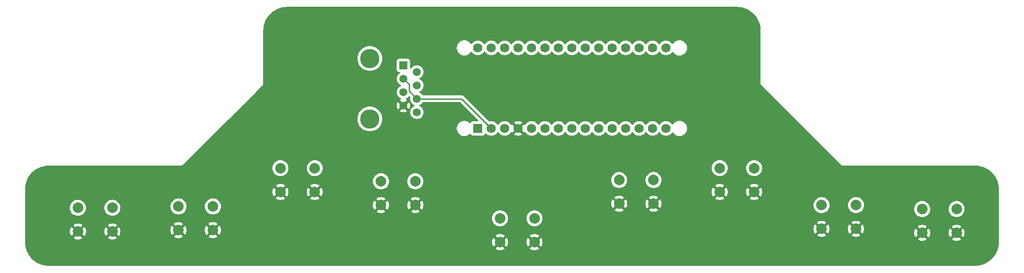
<source format=gbr>
%TF.GenerationSoftware,KiCad,Pcbnew,(6.0.7)*%
%TF.CreationDate,2022-10-03T11:37:18-05:00*%
%TF.ProjectId,FieldBangerPCB,4669656c-6442-4616-9e67-65725043422e,rev?*%
%TF.SameCoordinates,Original*%
%TF.FileFunction,Copper,L2,Bot*%
%TF.FilePolarity,Positive*%
%FSLAX46Y46*%
G04 Gerber Fmt 4.6, Leading zero omitted, Abs format (unit mm)*
G04 Created by KiCad (PCBNEW (6.0.7)) date 2022-10-03 11:37:18*
%MOMM*%
%LPD*%
G01*
G04 APERTURE LIST*
%TA.AperFunction,ComponentPad*%
%ADD10C,2.000000*%
%TD*%
%TA.AperFunction,ComponentPad*%
%ADD11C,1.727200*%
%TD*%
%TA.AperFunction,ComponentPad*%
%ADD12R,1.727200X1.727200*%
%TD*%
%TA.AperFunction,WasherPad*%
%ADD13C,3.650000*%
%TD*%
%TA.AperFunction,ComponentPad*%
%ADD14R,1.500000X1.500000*%
%TD*%
%TA.AperFunction,ComponentPad*%
%ADD15C,1.500000*%
%TD*%
%TA.AperFunction,Conductor*%
%ADD16C,0.250000*%
%TD*%
G04 APERTURE END LIST*
D10*
%TO.P,SW4,1,A*%
%TO.N,Net-(SW4-Pad1)*%
X166750000Y-61000000D03*
X173250000Y-61000000D03*
%TO.P,SW4,2,B*%
%TO.N,GND*%
X173250000Y-65500000D03*
X166750000Y-65500000D03*
%TD*%
D11*
%TO.P,XA1,3V3,3.3V*%
%TO.N,unconnected-(XA1-Pad3V3)*%
X154070000Y-38250000D03*
%TO.P,XA1,5V,5V*%
%TO.N,unconnected-(XA1-Pad5V)*%
X128670000Y-38250000D03*
%TO.P,XA1,A0,A0*%
%TO.N,unconnected-(XA1-PadA0)*%
X148990000Y-38250000D03*
%TO.P,XA1,A1,A1*%
%TO.N,unconnected-(XA1-PadA1)*%
X146450000Y-38250000D03*
%TO.P,XA1,A2,A2*%
%TO.N,unconnected-(XA1-PadA2)*%
X143910000Y-38250000D03*
%TO.P,XA1,A3,A3*%
%TO.N,unconnected-(XA1-PadA3)*%
X141370000Y-38250000D03*
%TO.P,XA1,A4,A4_SDA*%
%TO.N,unconnected-(XA1-PadA4)*%
X138830000Y-38250000D03*
%TO.P,XA1,A5,A5_SCL*%
%TO.N,unconnected-(XA1-PadA5)*%
X136290000Y-38250000D03*
%TO.P,XA1,A6,A6*%
%TO.N,unconnected-(XA1-PadA6)*%
X133750000Y-38250000D03*
%TO.P,XA1,A7,A7*%
%TO.N,unconnected-(XA1-PadA7)*%
X131210000Y-38250000D03*
%TO.P,XA1,AREF,AREF*%
%TO.N,unconnected-(XA1-PadAREF)*%
X151530000Y-38250000D03*
%TO.P,XA1,D0,D0_RX0*%
%TO.N,Net-(J1-Pad3)*%
X123590000Y-53490000D03*
D12*
%TO.P,XA1,D1,D1_TX0*%
%TO.N,Net-(J1-Pad1)*%
X121050000Y-53490000D03*
D11*
%TO.P,XA1,D2,D2_INT0*%
%TO.N,unconnected-(XA1-PadD2)*%
X131210000Y-53490000D03*
%TO.P,XA1,D3,D3_INT1*%
%TO.N,unconnected-(XA1-PadD3)*%
X133750000Y-53490000D03*
%TO.P,XA1,D4,D4*%
%TO.N,Net-(SW1-Pad1)*%
X136290000Y-53490000D03*
%TO.P,XA1,D5,D5*%
%TO.N,Net-(SW6-Pad1)*%
X138830000Y-53490000D03*
%TO.P,XA1,D6,D6*%
%TO.N,Net-(SW2-Pad1)*%
X141370000Y-53490000D03*
%TO.P,XA1,D7,D7*%
%TO.N,Net-(SW7-Pad1)*%
X143910000Y-53490000D03*
%TO.P,XA1,D8,D8*%
%TO.N,Net-(SW3-Pad1)*%
X146450000Y-53490000D03*
%TO.P,XA1,D9,D9*%
%TO.N,Net-(SW8-Pad1)*%
X148990000Y-53490000D03*
%TO.P,XA1,D10,D10_CS*%
%TO.N,Net-(SW4-Pad1)*%
X151530000Y-53490000D03*
%TO.P,XA1,D11,D11_MOSI*%
%TO.N,Net-(SW9-Pad1)*%
X154070000Y-53490000D03*
%TO.P,XA1,D12,D12_MISO*%
%TO.N,Net-(SW5-Pad1)*%
X156610000Y-53490000D03*
%TO.P,XA1,D13,D13_SCK*%
%TO.N,Net-(J1-Pad8)*%
X156610000Y-38250000D03*
%TO.P,XA1,GND1,GND*%
%TO.N,GND*%
X128670000Y-53490000D03*
%TO.P,XA1,GND2,GND*%
%TO.N,unconnected-(XA1-PadGND2)*%
X123590000Y-38250000D03*
%TO.P,XA1,RST1,RESET*%
%TO.N,unconnected-(XA1-PadRST1)*%
X126130000Y-53490000D03*
%TO.P,XA1,RST2,RESET*%
%TO.N,unconnected-(XA1-PadRST2)*%
X126130000Y-38250000D03*
%TO.P,XA1,VIN,VIN*%
%TO.N,+12V*%
X121050000Y-38250000D03*
%TD*%
D10*
%TO.P,SW5,1,A*%
%TO.N,Net-(SW5-Pad1)*%
X205000000Y-68750000D03*
X211500000Y-68750000D03*
%TO.P,SW5,2,B*%
%TO.N,GND*%
X205000000Y-73250000D03*
X211500000Y-73250000D03*
%TD*%
%TO.P,SW8,1,A*%
%TO.N,Net-(SW8-Pad1)*%
X154250000Y-63250000D03*
X147750000Y-63250000D03*
%TO.P,SW8,2,B*%
%TO.N,GND*%
X147750000Y-67750000D03*
X154250000Y-67750000D03*
%TD*%
%TO.P,SW9,1,A*%
%TO.N,Net-(SW9-Pad1)*%
X192500000Y-68000000D03*
X186000000Y-68000000D03*
%TO.P,SW9,2,B*%
%TO.N,GND*%
X186000000Y-72500000D03*
X192500000Y-72500000D03*
%TD*%
D13*
%TO.P,J1,*%
%TO.N,*%
X100650000Y-51702500D03*
X100650000Y-40272500D03*
D14*
%TO.P,J1,1*%
%TO.N,Net-(J1-Pad1)*%
X107000000Y-41542500D03*
D15*
%TO.P,J1,2*%
X109540000Y-42812500D03*
%TO.P,J1,3*%
%TO.N,Net-(J1-Pad3)*%
X107000000Y-44082500D03*
%TO.P,J1,4*%
%TO.N,+12V*%
X109540000Y-45352500D03*
%TO.P,J1,5*%
X107000000Y-46622500D03*
%TO.P,J1,6*%
%TO.N,Net-(J1-Pad3)*%
X109540000Y-47892500D03*
%TO.P,J1,7*%
%TO.N,GND*%
X107000000Y-49162500D03*
%TO.P,J1,8*%
%TO.N,Net-(J1-Pad8)*%
X109540000Y-50432500D03*
%TD*%
D10*
%TO.P,SW3,1,A*%
%TO.N,Net-(SW3-Pad1)*%
X125250000Y-70500000D03*
X131750000Y-70500000D03*
%TO.P,SW3,2,B*%
%TO.N,GND*%
X131750000Y-75000000D03*
X125250000Y-75000000D03*
%TD*%
%TO.P,SW6,1,A*%
%TO.N,Net-(SW6-Pad1)*%
X71000000Y-68250000D03*
X64500000Y-68250000D03*
%TO.P,SW6,2,B*%
%TO.N,GND*%
X64500000Y-72750000D03*
X71000000Y-72750000D03*
%TD*%
%TO.P,SW2,1,A*%
%TO.N,Net-(SW2-Pad1)*%
X83750000Y-61000000D03*
X90250000Y-61000000D03*
%TO.P,SW2,2,B*%
%TO.N,GND*%
X90250000Y-65500000D03*
X83750000Y-65500000D03*
%TD*%
%TO.P,SW7,1,A*%
%TO.N,Net-(SW7-Pad1)*%
X109250000Y-63500000D03*
X102750000Y-63500000D03*
%TO.P,SW7,2,B*%
%TO.N,GND*%
X109250000Y-68000000D03*
X102750000Y-68000000D03*
%TD*%
%TO.P,SW1,1,A*%
%TO.N,Net-(SW1-Pad1)*%
X52000000Y-68500000D03*
X45500000Y-68500000D03*
%TO.P,SW1,2,B*%
%TO.N,GND*%
X45500000Y-73000000D03*
X52000000Y-73000000D03*
%TD*%
D16*
%TO.N,Net-(J1-Pad3)*%
X107000000Y-44082500D02*
X108075000Y-45157500D01*
X109540000Y-47892500D02*
X117992500Y-47892500D01*
X108075000Y-45157500D02*
X108075000Y-46427500D01*
X108075000Y-46427500D02*
X109540000Y-47892500D01*
X117992500Y-47892500D02*
X123590000Y-53490000D01*
%TD*%
%TA.AperFunction,Conductor*%
%TO.N,GND*%
G36*
X169970018Y-30510000D02*
G01*
X169984851Y-30512310D01*
X169984855Y-30512310D01*
X169993724Y-30513691D01*
X170014183Y-30511016D01*
X170036007Y-30510072D01*
X170385965Y-30525352D01*
X170396913Y-30526310D01*
X170774498Y-30576019D01*
X170785307Y-30577926D01*
X171157114Y-30660353D01*
X171167731Y-30663198D01*
X171530939Y-30777718D01*
X171541254Y-30781471D01*
X171893123Y-30927220D01*
X171903067Y-30931858D01*
X172240867Y-31107705D01*
X172250387Y-31113201D01*
X172571574Y-31317820D01*
X172580578Y-31324124D01*
X172882716Y-31555962D01*
X172891137Y-31563028D01*
X173171914Y-31820314D01*
X173179686Y-31828086D01*
X173436972Y-32108863D01*
X173444038Y-32117284D01*
X173675876Y-32419422D01*
X173682180Y-32428426D01*
X173886799Y-32749613D01*
X173892295Y-32759133D01*
X174068138Y-33096924D01*
X174072780Y-33106877D01*
X174218526Y-33458739D01*
X174222285Y-33469068D01*
X174336802Y-33832268D01*
X174339647Y-33842886D01*
X174422073Y-34214685D01*
X174423982Y-34225510D01*
X174473690Y-34603086D01*
X174474648Y-34614036D01*
X174489603Y-34956552D01*
X174488223Y-34981429D01*
X174486309Y-34993724D01*
X174487473Y-35002626D01*
X174487473Y-35002628D01*
X174490436Y-35025283D01*
X174491500Y-35041621D01*
X174491500Y-44928928D01*
X174490145Y-44941058D01*
X174490627Y-44941097D01*
X174489907Y-44950044D01*
X174487926Y-44958800D01*
X174488482Y-44967760D01*
X174491258Y-45012508D01*
X174491500Y-45020310D01*
X174491500Y-45036513D01*
X174492136Y-45040953D01*
X174492984Y-45046878D01*
X174494013Y-45056928D01*
X174494397Y-45063111D01*
X174496945Y-45104177D01*
X174499994Y-45112623D01*
X174500593Y-45115514D01*
X174504822Y-45132480D01*
X174505648Y-45135305D01*
X174506920Y-45144187D01*
X174526522Y-45187298D01*
X174530327Y-45196647D01*
X174546404Y-45241181D01*
X174551699Y-45248429D01*
X174553080Y-45251027D01*
X174561915Y-45266145D01*
X174563494Y-45268614D01*
X174567208Y-45276782D01*
X174577544Y-45288778D01*
X174598115Y-45312652D01*
X174604401Y-45320569D01*
X174609548Y-45327615D01*
X174609553Y-45327620D01*
X174612425Y-45331552D01*
X174623400Y-45342527D01*
X174629758Y-45349374D01*
X174662287Y-45387127D01*
X174669822Y-45392011D01*
X174676066Y-45397458D01*
X174687931Y-45407058D01*
X189590180Y-60309308D01*
X189597800Y-60318845D01*
X189598169Y-60318531D01*
X189603984Y-60325364D01*
X189608776Y-60332958D01*
X189620799Y-60343576D01*
X189649116Y-60368585D01*
X189654803Y-60373931D01*
X189666254Y-60385382D01*
X189674638Y-60391666D01*
X189682463Y-60398037D01*
X189717951Y-60429378D01*
X189726075Y-60433192D01*
X189728553Y-60434820D01*
X189743534Y-60443822D01*
X189746115Y-60445235D01*
X189753295Y-60450616D01*
X189797650Y-60467244D01*
X189806948Y-60471162D01*
X189849800Y-60491281D01*
X189858666Y-60492662D01*
X189861467Y-60493518D01*
X189878404Y-60497962D01*
X189881284Y-60498595D01*
X189889684Y-60501744D01*
X189898629Y-60502409D01*
X189898630Y-60502409D01*
X189936889Y-60505252D01*
X189946937Y-60506406D01*
X189950856Y-60507016D01*
X189960386Y-60508500D01*
X189975923Y-60508500D01*
X189985261Y-60508847D01*
X190025990Y-60511874D01*
X190025991Y-60511874D01*
X190034941Y-60512539D01*
X190043716Y-60510666D01*
X190051973Y-60510103D01*
X190067162Y-60508500D01*
X214950633Y-60508500D01*
X214970018Y-60510000D01*
X214984851Y-60512310D01*
X214984855Y-60512310D01*
X214993724Y-60513691D01*
X215014183Y-60511016D01*
X215036007Y-60510072D01*
X215385965Y-60525352D01*
X215396913Y-60526310D01*
X215774498Y-60576019D01*
X215785307Y-60577926D01*
X216157114Y-60660353D01*
X216167731Y-60663198D01*
X216530939Y-60777718D01*
X216541254Y-60781471D01*
X216893123Y-60927220D01*
X216903067Y-60931858D01*
X217043438Y-61004930D01*
X217240867Y-61107705D01*
X217250387Y-61113201D01*
X217571574Y-61317820D01*
X217580578Y-61324124D01*
X217882716Y-61555962D01*
X217891137Y-61563028D01*
X218171914Y-61820314D01*
X218179686Y-61828086D01*
X218436972Y-62108863D01*
X218444038Y-62117284D01*
X218675876Y-62419422D01*
X218682180Y-62428426D01*
X218886799Y-62749613D01*
X218892294Y-62759132D01*
X219027169Y-63018223D01*
X219068138Y-63096924D01*
X219072780Y-63106877D01*
X219218526Y-63458739D01*
X219222282Y-63469061D01*
X219229365Y-63491524D01*
X219336802Y-63832268D01*
X219339647Y-63842885D01*
X219416863Y-64191183D01*
X219422073Y-64214685D01*
X219423981Y-64225502D01*
X219445560Y-64389416D01*
X219473690Y-64603086D01*
X219474648Y-64614035D01*
X219488892Y-64940260D01*
X219489603Y-64956552D01*
X219488223Y-64981429D01*
X219486309Y-64993724D01*
X219487473Y-65002626D01*
X219487473Y-65002628D01*
X219490436Y-65025283D01*
X219491500Y-65041621D01*
X219491500Y-74950633D01*
X219490000Y-74970018D01*
X219487690Y-74984851D01*
X219487690Y-74984855D01*
X219486309Y-74993724D01*
X219488984Y-75014183D01*
X219489928Y-75036007D01*
X219480958Y-75241446D01*
X219474648Y-75385964D01*
X219473690Y-75396914D01*
X219423982Y-75774490D01*
X219422074Y-75785307D01*
X219394997Y-75907445D01*
X219339647Y-76157114D01*
X219336802Y-76167731D01*
X219228168Y-76512275D01*
X219222285Y-76530932D01*
X219218529Y-76541254D01*
X219115439Y-76790136D01*
X219072784Y-76893114D01*
X219068138Y-76903076D01*
X218892295Y-77240867D01*
X218886799Y-77250387D01*
X218682180Y-77571574D01*
X218675876Y-77580578D01*
X218444038Y-77882716D01*
X218436972Y-77891137D01*
X218179686Y-78171914D01*
X218171914Y-78179686D01*
X217891137Y-78436972D01*
X217882716Y-78444038D01*
X217580578Y-78675876D01*
X217571574Y-78682180D01*
X217250387Y-78886799D01*
X217240868Y-78892294D01*
X216903067Y-79068142D01*
X216893123Y-79072780D01*
X216541254Y-79218529D01*
X216530939Y-79222282D01*
X216167732Y-79336802D01*
X216157115Y-79339647D01*
X215785307Y-79422074D01*
X215774498Y-79423981D01*
X215396914Y-79473690D01*
X215385965Y-79474648D01*
X215043446Y-79489603D01*
X215018571Y-79488223D01*
X215006276Y-79486309D01*
X214997374Y-79487473D01*
X214997372Y-79487473D01*
X214982323Y-79489441D01*
X214974714Y-79490436D01*
X214958379Y-79491500D01*
X40049367Y-79491500D01*
X40029982Y-79490000D01*
X40015149Y-79487690D01*
X40015145Y-79487690D01*
X40006276Y-79486309D01*
X39985817Y-79488984D01*
X39963993Y-79489928D01*
X39614035Y-79474648D01*
X39603086Y-79473690D01*
X39225502Y-79423981D01*
X39214693Y-79422074D01*
X38842885Y-79339647D01*
X38832268Y-79336802D01*
X38469061Y-79222282D01*
X38458746Y-79218529D01*
X38106877Y-79072780D01*
X38096933Y-79068142D01*
X37759132Y-78892294D01*
X37749613Y-78886799D01*
X37428426Y-78682180D01*
X37419422Y-78675876D01*
X37117284Y-78444038D01*
X37108863Y-78436972D01*
X36828086Y-78179686D01*
X36820314Y-78171914D01*
X36563028Y-77891137D01*
X36555962Y-77882716D01*
X36324124Y-77580578D01*
X36317820Y-77571574D01*
X36113201Y-77250387D01*
X36107705Y-77240867D01*
X35931862Y-76903076D01*
X35927216Y-76893114D01*
X35884562Y-76790136D01*
X35781471Y-76541254D01*
X35777715Y-76530932D01*
X35771833Y-76512275D01*
X35683673Y-76232670D01*
X124382160Y-76232670D01*
X124387887Y-76240320D01*
X124559042Y-76345205D01*
X124567837Y-76349687D01*
X124777988Y-76436734D01*
X124787373Y-76439783D01*
X125008554Y-76492885D01*
X125018301Y-76494428D01*
X125245070Y-76512275D01*
X125254930Y-76512275D01*
X125481699Y-76494428D01*
X125491446Y-76492885D01*
X125712627Y-76439783D01*
X125722012Y-76436734D01*
X125932163Y-76349687D01*
X125940958Y-76345205D01*
X126108445Y-76242568D01*
X126117400Y-76232670D01*
X130882160Y-76232670D01*
X130887887Y-76240320D01*
X131059042Y-76345205D01*
X131067837Y-76349687D01*
X131277988Y-76436734D01*
X131287373Y-76439783D01*
X131508554Y-76492885D01*
X131518301Y-76494428D01*
X131745070Y-76512275D01*
X131754930Y-76512275D01*
X131981699Y-76494428D01*
X131991446Y-76492885D01*
X132212627Y-76439783D01*
X132222012Y-76436734D01*
X132432163Y-76349687D01*
X132440958Y-76345205D01*
X132608445Y-76242568D01*
X132617907Y-76232110D01*
X132614124Y-76223334D01*
X131762812Y-75372022D01*
X131748868Y-75364408D01*
X131747035Y-75364539D01*
X131740420Y-75368790D01*
X130888920Y-76220290D01*
X130882160Y-76232670D01*
X126117400Y-76232670D01*
X126117907Y-76232110D01*
X126114124Y-76223334D01*
X125262812Y-75372022D01*
X125248868Y-75364408D01*
X125247035Y-75364539D01*
X125240420Y-75368790D01*
X124388920Y-76220290D01*
X124382160Y-76232670D01*
X35683673Y-76232670D01*
X35663198Y-76167731D01*
X35660353Y-76157114D01*
X35605003Y-75907445D01*
X35577926Y-75785307D01*
X35576018Y-75774490D01*
X35526310Y-75396914D01*
X35525352Y-75385964D01*
X35510561Y-75047208D01*
X35512188Y-75020805D01*
X35512769Y-75017352D01*
X35512770Y-75017345D01*
X35513576Y-75012552D01*
X35513669Y-75004930D01*
X123737725Y-75004930D01*
X123755572Y-75231699D01*
X123757115Y-75241446D01*
X123810217Y-75462627D01*
X123813266Y-75472012D01*
X123900313Y-75682163D01*
X123904795Y-75690958D01*
X124007432Y-75858445D01*
X124017890Y-75867907D01*
X124026666Y-75864124D01*
X124877978Y-75012812D01*
X124884356Y-75001132D01*
X125614408Y-75001132D01*
X125614539Y-75002965D01*
X125618790Y-75009580D01*
X126470290Y-75861080D01*
X126482670Y-75867840D01*
X126490320Y-75862113D01*
X126595205Y-75690958D01*
X126599687Y-75682163D01*
X126686734Y-75472012D01*
X126689783Y-75462627D01*
X126742885Y-75241446D01*
X126744428Y-75231699D01*
X126762275Y-75004930D01*
X130237725Y-75004930D01*
X130255572Y-75231699D01*
X130257115Y-75241446D01*
X130310217Y-75462627D01*
X130313266Y-75472012D01*
X130400313Y-75682163D01*
X130404795Y-75690958D01*
X130507432Y-75858445D01*
X130517890Y-75867907D01*
X130526666Y-75864124D01*
X131377978Y-75012812D01*
X131384356Y-75001132D01*
X132114408Y-75001132D01*
X132114539Y-75002965D01*
X132118790Y-75009580D01*
X132970290Y-75861080D01*
X132982670Y-75867840D01*
X132990320Y-75862113D01*
X133095205Y-75690958D01*
X133099687Y-75682163D01*
X133186734Y-75472012D01*
X133189783Y-75462627D01*
X133242885Y-75241446D01*
X133244428Y-75231699D01*
X133262275Y-75004930D01*
X133262275Y-74995070D01*
X133244428Y-74768301D01*
X133242885Y-74758554D01*
X133189783Y-74537373D01*
X133186734Y-74527988D01*
X133167963Y-74482670D01*
X204132160Y-74482670D01*
X204137887Y-74490320D01*
X204309042Y-74595205D01*
X204317837Y-74599687D01*
X204527988Y-74686734D01*
X204537373Y-74689783D01*
X204758554Y-74742885D01*
X204768301Y-74744428D01*
X204995070Y-74762275D01*
X205004930Y-74762275D01*
X205231699Y-74744428D01*
X205241446Y-74742885D01*
X205462627Y-74689783D01*
X205472012Y-74686734D01*
X205682163Y-74599687D01*
X205690958Y-74595205D01*
X205858445Y-74492568D01*
X205867400Y-74482670D01*
X210632160Y-74482670D01*
X210637887Y-74490320D01*
X210809042Y-74595205D01*
X210817837Y-74599687D01*
X211027988Y-74686734D01*
X211037373Y-74689783D01*
X211258554Y-74742885D01*
X211268301Y-74744428D01*
X211495070Y-74762275D01*
X211504930Y-74762275D01*
X211731699Y-74744428D01*
X211741446Y-74742885D01*
X211962627Y-74689783D01*
X211972012Y-74686734D01*
X212182163Y-74599687D01*
X212190958Y-74595205D01*
X212358445Y-74492568D01*
X212367907Y-74482110D01*
X212364124Y-74473334D01*
X211512812Y-73622022D01*
X211498868Y-73614408D01*
X211497035Y-73614539D01*
X211490420Y-73618790D01*
X210638920Y-74470290D01*
X210632160Y-74482670D01*
X205867400Y-74482670D01*
X205867907Y-74482110D01*
X205864124Y-74473334D01*
X205012812Y-73622022D01*
X204998868Y-73614408D01*
X204997035Y-73614539D01*
X204990420Y-73618790D01*
X204138920Y-74470290D01*
X204132160Y-74482670D01*
X133167963Y-74482670D01*
X133099687Y-74317837D01*
X133095205Y-74309042D01*
X132992568Y-74141555D01*
X132982110Y-74132093D01*
X132973334Y-74135876D01*
X132122022Y-74987188D01*
X132114408Y-75001132D01*
X131384356Y-75001132D01*
X131385592Y-74998868D01*
X131385461Y-74997035D01*
X131381210Y-74990420D01*
X130529710Y-74138920D01*
X130517330Y-74132160D01*
X130509680Y-74137887D01*
X130404795Y-74309042D01*
X130400313Y-74317837D01*
X130313266Y-74527988D01*
X130310217Y-74537373D01*
X130257115Y-74758554D01*
X130255572Y-74768301D01*
X130237725Y-74995070D01*
X130237725Y-75004930D01*
X126762275Y-75004930D01*
X126762275Y-74995070D01*
X126744428Y-74768301D01*
X126742885Y-74758554D01*
X126689783Y-74537373D01*
X126686734Y-74527988D01*
X126599687Y-74317837D01*
X126595205Y-74309042D01*
X126492568Y-74141555D01*
X126482110Y-74132093D01*
X126473334Y-74135876D01*
X125622022Y-74987188D01*
X125614408Y-75001132D01*
X124884356Y-75001132D01*
X124885592Y-74998868D01*
X124885461Y-74997035D01*
X124881210Y-74990420D01*
X124029710Y-74138920D01*
X124017330Y-74132160D01*
X124009680Y-74137887D01*
X123904795Y-74309042D01*
X123900313Y-74317837D01*
X123813266Y-74527988D01*
X123810217Y-74537373D01*
X123757115Y-74758554D01*
X123755572Y-74768301D01*
X123737725Y-74995070D01*
X123737725Y-75004930D01*
X35513669Y-75004930D01*
X35513729Y-75000000D01*
X35509773Y-74972376D01*
X35508500Y-74954514D01*
X35508500Y-74232670D01*
X44632160Y-74232670D01*
X44637887Y-74240320D01*
X44809042Y-74345205D01*
X44817837Y-74349687D01*
X45027988Y-74436734D01*
X45037373Y-74439783D01*
X45258554Y-74492885D01*
X45268301Y-74494428D01*
X45495070Y-74512275D01*
X45504930Y-74512275D01*
X45731699Y-74494428D01*
X45741446Y-74492885D01*
X45962627Y-74439783D01*
X45972012Y-74436734D01*
X46182163Y-74349687D01*
X46190958Y-74345205D01*
X46358445Y-74242568D01*
X46367400Y-74232670D01*
X51132160Y-74232670D01*
X51137887Y-74240320D01*
X51309042Y-74345205D01*
X51317837Y-74349687D01*
X51527988Y-74436734D01*
X51537373Y-74439783D01*
X51758554Y-74492885D01*
X51768301Y-74494428D01*
X51995070Y-74512275D01*
X52004930Y-74512275D01*
X52231699Y-74494428D01*
X52241446Y-74492885D01*
X52462627Y-74439783D01*
X52472012Y-74436734D01*
X52682163Y-74349687D01*
X52690958Y-74345205D01*
X52858445Y-74242568D01*
X52867907Y-74232110D01*
X52864124Y-74223334D01*
X52623460Y-73982670D01*
X63632160Y-73982670D01*
X63637887Y-73990320D01*
X63809042Y-74095205D01*
X63817837Y-74099687D01*
X64027988Y-74186734D01*
X64037373Y-74189783D01*
X64258554Y-74242885D01*
X64268301Y-74244428D01*
X64495070Y-74262275D01*
X64504930Y-74262275D01*
X64731699Y-74244428D01*
X64741446Y-74242885D01*
X64962627Y-74189783D01*
X64972012Y-74186734D01*
X65182163Y-74099687D01*
X65190958Y-74095205D01*
X65358445Y-73992568D01*
X65367400Y-73982670D01*
X70132160Y-73982670D01*
X70137887Y-73990320D01*
X70309042Y-74095205D01*
X70317837Y-74099687D01*
X70527988Y-74186734D01*
X70537373Y-74189783D01*
X70758554Y-74242885D01*
X70768301Y-74244428D01*
X70995070Y-74262275D01*
X71004930Y-74262275D01*
X71231699Y-74244428D01*
X71241446Y-74242885D01*
X71462627Y-74189783D01*
X71472012Y-74186734D01*
X71682163Y-74099687D01*
X71690958Y-74095205D01*
X71858445Y-73992568D01*
X71867907Y-73982110D01*
X71864124Y-73973334D01*
X71658680Y-73767890D01*
X124382093Y-73767890D01*
X124385876Y-73776666D01*
X125237188Y-74627978D01*
X125251132Y-74635592D01*
X125252965Y-74635461D01*
X125259580Y-74631210D01*
X126111080Y-73779710D01*
X126117534Y-73767890D01*
X130882093Y-73767890D01*
X130885876Y-73776666D01*
X131737188Y-74627978D01*
X131751132Y-74635592D01*
X131752965Y-74635461D01*
X131759580Y-74631210D01*
X132611080Y-73779710D01*
X132617840Y-73767330D01*
X132612113Y-73759680D01*
X132568037Y-73732670D01*
X185132160Y-73732670D01*
X185137887Y-73740320D01*
X185309042Y-73845205D01*
X185317837Y-73849687D01*
X185527988Y-73936734D01*
X185537373Y-73939783D01*
X185758554Y-73992885D01*
X185768301Y-73994428D01*
X185995070Y-74012275D01*
X186004930Y-74012275D01*
X186231699Y-73994428D01*
X186241446Y-73992885D01*
X186462627Y-73939783D01*
X186472012Y-73936734D01*
X186682163Y-73849687D01*
X186690958Y-73845205D01*
X186858445Y-73742568D01*
X186867400Y-73732670D01*
X191632160Y-73732670D01*
X191637887Y-73740320D01*
X191809042Y-73845205D01*
X191817837Y-73849687D01*
X192027988Y-73936734D01*
X192037373Y-73939783D01*
X192258554Y-73992885D01*
X192268301Y-73994428D01*
X192495070Y-74012275D01*
X192504930Y-74012275D01*
X192731699Y-73994428D01*
X192741446Y-73992885D01*
X192962627Y-73939783D01*
X192972012Y-73936734D01*
X193182163Y-73849687D01*
X193190958Y-73845205D01*
X193358445Y-73742568D01*
X193367907Y-73732110D01*
X193364124Y-73723334D01*
X192512812Y-72872022D01*
X192498868Y-72864408D01*
X192497035Y-72864539D01*
X192490420Y-72868790D01*
X191638920Y-73720290D01*
X191632160Y-73732670D01*
X186867400Y-73732670D01*
X186867907Y-73732110D01*
X186864124Y-73723334D01*
X186012812Y-72872022D01*
X185998868Y-72864408D01*
X185997035Y-72864539D01*
X185990420Y-72868790D01*
X185138920Y-73720290D01*
X185132160Y-73732670D01*
X132568037Y-73732670D01*
X132440958Y-73654795D01*
X132432163Y-73650313D01*
X132222012Y-73563266D01*
X132212627Y-73560217D01*
X131991446Y-73507115D01*
X131981699Y-73505572D01*
X131754930Y-73487725D01*
X131745070Y-73487725D01*
X131518301Y-73505572D01*
X131508554Y-73507115D01*
X131287373Y-73560217D01*
X131277988Y-73563266D01*
X131067837Y-73650313D01*
X131059042Y-73654795D01*
X130891555Y-73757432D01*
X130882093Y-73767890D01*
X126117534Y-73767890D01*
X126117840Y-73767330D01*
X126112113Y-73759680D01*
X125940958Y-73654795D01*
X125932163Y-73650313D01*
X125722012Y-73563266D01*
X125712627Y-73560217D01*
X125491446Y-73507115D01*
X125481699Y-73505572D01*
X125254930Y-73487725D01*
X125245070Y-73487725D01*
X125018301Y-73505572D01*
X125008554Y-73507115D01*
X124787373Y-73560217D01*
X124777988Y-73563266D01*
X124567837Y-73650313D01*
X124559042Y-73654795D01*
X124391555Y-73757432D01*
X124382093Y-73767890D01*
X71658680Y-73767890D01*
X71012812Y-73122022D01*
X70998868Y-73114408D01*
X70997035Y-73114539D01*
X70990420Y-73118790D01*
X70138920Y-73970290D01*
X70132160Y-73982670D01*
X65367400Y-73982670D01*
X65367907Y-73982110D01*
X65364124Y-73973334D01*
X64512812Y-73122022D01*
X64498868Y-73114408D01*
X64497035Y-73114539D01*
X64490420Y-73118790D01*
X63638920Y-73970290D01*
X63632160Y-73982670D01*
X52623460Y-73982670D01*
X52012812Y-73372022D01*
X51998868Y-73364408D01*
X51997035Y-73364539D01*
X51990420Y-73368790D01*
X51138920Y-74220290D01*
X51132160Y-74232670D01*
X46367400Y-74232670D01*
X46367907Y-74232110D01*
X46364124Y-74223334D01*
X45512812Y-73372022D01*
X45498868Y-73364408D01*
X45497035Y-73364539D01*
X45490420Y-73368790D01*
X44638920Y-74220290D01*
X44632160Y-74232670D01*
X35508500Y-74232670D01*
X35508500Y-73004930D01*
X43987725Y-73004930D01*
X44005572Y-73231699D01*
X44007115Y-73241446D01*
X44060217Y-73462627D01*
X44063266Y-73472012D01*
X44150313Y-73682163D01*
X44154795Y-73690958D01*
X44257432Y-73858445D01*
X44267890Y-73867907D01*
X44276666Y-73864124D01*
X45127978Y-73012812D01*
X45134356Y-73001132D01*
X45864408Y-73001132D01*
X45864539Y-73002965D01*
X45868790Y-73009580D01*
X46720290Y-73861080D01*
X46732670Y-73867840D01*
X46740320Y-73862113D01*
X46845205Y-73690958D01*
X46849687Y-73682163D01*
X46936734Y-73472012D01*
X46939783Y-73462627D01*
X46992885Y-73241446D01*
X46994428Y-73231699D01*
X47012275Y-73004930D01*
X50487725Y-73004930D01*
X50505572Y-73231699D01*
X50507115Y-73241446D01*
X50560217Y-73462627D01*
X50563266Y-73472012D01*
X50650313Y-73682163D01*
X50654795Y-73690958D01*
X50757432Y-73858445D01*
X50767890Y-73867907D01*
X50776666Y-73864124D01*
X51627978Y-73012812D01*
X51634356Y-73001132D01*
X52364408Y-73001132D01*
X52364539Y-73002965D01*
X52368790Y-73009580D01*
X53220290Y-73861080D01*
X53232670Y-73867840D01*
X53240320Y-73862113D01*
X53345205Y-73690958D01*
X53349687Y-73682163D01*
X53436734Y-73472012D01*
X53439783Y-73462627D01*
X53492885Y-73241446D01*
X53494428Y-73231699D01*
X53512275Y-73004930D01*
X53512275Y-72995070D01*
X53494428Y-72768301D01*
X53492885Y-72758554D01*
X53492015Y-72754930D01*
X62987725Y-72754930D01*
X63005572Y-72981699D01*
X63007115Y-72991446D01*
X63060217Y-73212627D01*
X63063266Y-73222012D01*
X63150313Y-73432163D01*
X63154795Y-73440958D01*
X63257432Y-73608445D01*
X63267890Y-73617907D01*
X63276666Y-73614124D01*
X64127978Y-72762812D01*
X64134356Y-72751132D01*
X64864408Y-72751132D01*
X64864539Y-72752965D01*
X64868790Y-72759580D01*
X65720290Y-73611080D01*
X65732670Y-73617840D01*
X65740320Y-73612113D01*
X65845205Y-73440958D01*
X65849687Y-73432163D01*
X65936734Y-73222012D01*
X65939783Y-73212627D01*
X65992885Y-72991446D01*
X65994428Y-72981699D01*
X66012275Y-72754930D01*
X69487725Y-72754930D01*
X69505572Y-72981699D01*
X69507115Y-72991446D01*
X69560217Y-73212627D01*
X69563266Y-73222012D01*
X69650313Y-73432163D01*
X69654795Y-73440958D01*
X69757432Y-73608445D01*
X69767890Y-73617907D01*
X69776666Y-73614124D01*
X70627978Y-72762812D01*
X70634356Y-72751132D01*
X71364408Y-72751132D01*
X71364539Y-72752965D01*
X71368790Y-72759580D01*
X72220290Y-73611080D01*
X72232670Y-73617840D01*
X72240320Y-73612113D01*
X72345205Y-73440958D01*
X72349687Y-73432163D01*
X72436734Y-73222012D01*
X72439783Y-73212627D01*
X72492885Y-72991446D01*
X72494428Y-72981699D01*
X72512275Y-72754930D01*
X72512275Y-72745070D01*
X72494428Y-72518301D01*
X72492885Y-72508554D01*
X72492015Y-72504930D01*
X184487725Y-72504930D01*
X184505572Y-72731699D01*
X184507115Y-72741446D01*
X184560217Y-72962627D01*
X184563266Y-72972012D01*
X184650313Y-73182163D01*
X184654795Y-73190958D01*
X184757432Y-73358445D01*
X184767890Y-73367907D01*
X184776666Y-73364124D01*
X185627978Y-72512812D01*
X185634356Y-72501132D01*
X186364408Y-72501132D01*
X186364539Y-72502965D01*
X186368790Y-72509580D01*
X187220290Y-73361080D01*
X187232670Y-73367840D01*
X187240320Y-73362113D01*
X187345205Y-73190958D01*
X187349687Y-73182163D01*
X187436734Y-72972012D01*
X187439783Y-72962627D01*
X187492885Y-72741446D01*
X187494428Y-72731699D01*
X187512275Y-72504930D01*
X190987725Y-72504930D01*
X191005572Y-72731699D01*
X191007115Y-72741446D01*
X191060217Y-72962627D01*
X191063266Y-72972012D01*
X191150313Y-73182163D01*
X191154795Y-73190958D01*
X191257432Y-73358445D01*
X191267890Y-73367907D01*
X191276666Y-73364124D01*
X192127978Y-72512812D01*
X192134356Y-72501132D01*
X192864408Y-72501132D01*
X192864539Y-72502965D01*
X192868790Y-72509580D01*
X193720290Y-73361080D01*
X193732670Y-73367840D01*
X193740320Y-73362113D01*
X193806003Y-73254930D01*
X203487725Y-73254930D01*
X203505572Y-73481699D01*
X203507115Y-73491446D01*
X203560217Y-73712627D01*
X203563266Y-73722012D01*
X203650313Y-73932163D01*
X203654795Y-73940958D01*
X203757432Y-74108445D01*
X203767890Y-74117907D01*
X203776666Y-74114124D01*
X204627978Y-73262812D01*
X204634356Y-73251132D01*
X205364408Y-73251132D01*
X205364539Y-73252965D01*
X205368790Y-73259580D01*
X206220290Y-74111080D01*
X206232670Y-74117840D01*
X206240320Y-74112113D01*
X206345205Y-73940958D01*
X206349687Y-73932163D01*
X206436734Y-73722012D01*
X206439783Y-73712627D01*
X206492885Y-73491446D01*
X206494428Y-73481699D01*
X206512275Y-73254930D01*
X209987725Y-73254930D01*
X210005572Y-73481699D01*
X210007115Y-73491446D01*
X210060217Y-73712627D01*
X210063266Y-73722012D01*
X210150313Y-73932163D01*
X210154795Y-73940958D01*
X210257432Y-74108445D01*
X210267890Y-74117907D01*
X210276666Y-74114124D01*
X211127978Y-73262812D01*
X211134356Y-73251132D01*
X211864408Y-73251132D01*
X211864539Y-73252965D01*
X211868790Y-73259580D01*
X212720290Y-74111080D01*
X212732670Y-74117840D01*
X212740320Y-74112113D01*
X212845205Y-73940958D01*
X212849687Y-73932163D01*
X212936734Y-73722012D01*
X212939783Y-73712627D01*
X212992885Y-73491446D01*
X212994428Y-73481699D01*
X213012275Y-73254930D01*
X213012275Y-73245070D01*
X212994428Y-73018301D01*
X212992885Y-73008554D01*
X212939783Y-72787373D01*
X212936734Y-72777988D01*
X212849687Y-72567837D01*
X212845205Y-72559042D01*
X212742568Y-72391555D01*
X212732110Y-72382093D01*
X212723334Y-72385876D01*
X211872022Y-73237188D01*
X211864408Y-73251132D01*
X211134356Y-73251132D01*
X211135592Y-73248868D01*
X211135461Y-73247035D01*
X211131210Y-73240420D01*
X210279710Y-72388920D01*
X210267330Y-72382160D01*
X210259680Y-72387887D01*
X210154795Y-72559042D01*
X210150313Y-72567837D01*
X210063266Y-72777988D01*
X210060217Y-72787373D01*
X210007115Y-73008554D01*
X210005572Y-73018301D01*
X209987725Y-73245070D01*
X209987725Y-73254930D01*
X206512275Y-73254930D01*
X206512275Y-73245070D01*
X206494428Y-73018301D01*
X206492885Y-73008554D01*
X206439783Y-72787373D01*
X206436734Y-72777988D01*
X206349687Y-72567837D01*
X206345205Y-72559042D01*
X206242568Y-72391555D01*
X206232110Y-72382093D01*
X206223334Y-72385876D01*
X205372022Y-73237188D01*
X205364408Y-73251132D01*
X204634356Y-73251132D01*
X204635592Y-73248868D01*
X204635461Y-73247035D01*
X204631210Y-73240420D01*
X203779710Y-72388920D01*
X203767330Y-72382160D01*
X203759680Y-72387887D01*
X203654795Y-72559042D01*
X203650313Y-72567837D01*
X203563266Y-72777988D01*
X203560217Y-72787373D01*
X203507115Y-73008554D01*
X203505572Y-73018301D01*
X203487725Y-73245070D01*
X203487725Y-73254930D01*
X193806003Y-73254930D01*
X193845205Y-73190958D01*
X193849687Y-73182163D01*
X193936734Y-72972012D01*
X193939783Y-72962627D01*
X193992885Y-72741446D01*
X193994428Y-72731699D01*
X194012275Y-72504930D01*
X194012275Y-72495070D01*
X193994428Y-72268301D01*
X193992885Y-72258554D01*
X193939783Y-72037373D01*
X193936734Y-72027988D01*
X193932551Y-72017890D01*
X204132093Y-72017890D01*
X204135876Y-72026666D01*
X204987188Y-72877978D01*
X205001132Y-72885592D01*
X205002965Y-72885461D01*
X205009580Y-72881210D01*
X205861080Y-72029710D01*
X205867534Y-72017890D01*
X210632093Y-72017890D01*
X210635876Y-72026666D01*
X211487188Y-72877978D01*
X211501132Y-72885592D01*
X211502965Y-72885461D01*
X211509580Y-72881210D01*
X212361080Y-72029710D01*
X212367840Y-72017330D01*
X212362113Y-72009680D01*
X212190958Y-71904795D01*
X212182163Y-71900313D01*
X211972012Y-71813266D01*
X211962627Y-71810217D01*
X211741446Y-71757115D01*
X211731699Y-71755572D01*
X211504930Y-71737725D01*
X211495070Y-71737725D01*
X211268301Y-71755572D01*
X211258554Y-71757115D01*
X211037373Y-71810217D01*
X211027988Y-71813266D01*
X210817837Y-71900313D01*
X210809042Y-71904795D01*
X210641555Y-72007432D01*
X210632093Y-72017890D01*
X205867534Y-72017890D01*
X205867840Y-72017330D01*
X205862113Y-72009680D01*
X205690958Y-71904795D01*
X205682163Y-71900313D01*
X205472012Y-71813266D01*
X205462627Y-71810217D01*
X205241446Y-71757115D01*
X205231699Y-71755572D01*
X205004930Y-71737725D01*
X204995070Y-71737725D01*
X204768301Y-71755572D01*
X204758554Y-71757115D01*
X204537373Y-71810217D01*
X204527988Y-71813266D01*
X204317837Y-71900313D01*
X204309042Y-71904795D01*
X204141555Y-72007432D01*
X204132093Y-72017890D01*
X193932551Y-72017890D01*
X193849687Y-71817837D01*
X193845205Y-71809042D01*
X193742568Y-71641555D01*
X193732110Y-71632093D01*
X193723334Y-71635876D01*
X192872022Y-72487188D01*
X192864408Y-72501132D01*
X192134356Y-72501132D01*
X192135592Y-72498868D01*
X192135461Y-72497035D01*
X192131210Y-72490420D01*
X191279710Y-71638920D01*
X191267330Y-71632160D01*
X191259680Y-71637887D01*
X191154795Y-71809042D01*
X191150313Y-71817837D01*
X191063266Y-72027988D01*
X191060217Y-72037373D01*
X191007115Y-72258554D01*
X191005572Y-72268301D01*
X190987725Y-72495070D01*
X190987725Y-72504930D01*
X187512275Y-72504930D01*
X187512275Y-72495070D01*
X187494428Y-72268301D01*
X187492885Y-72258554D01*
X187439783Y-72037373D01*
X187436734Y-72027988D01*
X187349687Y-71817837D01*
X187345205Y-71809042D01*
X187242568Y-71641555D01*
X187232110Y-71632093D01*
X187223334Y-71635876D01*
X186372022Y-72487188D01*
X186364408Y-72501132D01*
X185634356Y-72501132D01*
X185635592Y-72498868D01*
X185635461Y-72497035D01*
X185631210Y-72490420D01*
X184779710Y-71638920D01*
X184767330Y-71632160D01*
X184759680Y-71637887D01*
X184654795Y-71809042D01*
X184650313Y-71817837D01*
X184563266Y-72027988D01*
X184560217Y-72037373D01*
X184507115Y-72258554D01*
X184505572Y-72268301D01*
X184487725Y-72495070D01*
X184487725Y-72504930D01*
X72492015Y-72504930D01*
X72439783Y-72287373D01*
X72436734Y-72277988D01*
X72349687Y-72067837D01*
X72345205Y-72059042D01*
X72242568Y-71891555D01*
X72232110Y-71882093D01*
X72223334Y-71885876D01*
X71372022Y-72737188D01*
X71364408Y-72751132D01*
X70634356Y-72751132D01*
X70635592Y-72748868D01*
X70635461Y-72747035D01*
X70631210Y-72740420D01*
X69779710Y-71888920D01*
X69767330Y-71882160D01*
X69759680Y-71887887D01*
X69654795Y-72059042D01*
X69650313Y-72067837D01*
X69563266Y-72277988D01*
X69560217Y-72287373D01*
X69507115Y-72508554D01*
X69505572Y-72518301D01*
X69487725Y-72745070D01*
X69487725Y-72754930D01*
X66012275Y-72754930D01*
X66012275Y-72745070D01*
X65994428Y-72518301D01*
X65992885Y-72508554D01*
X65939783Y-72287373D01*
X65936734Y-72277988D01*
X65849687Y-72067837D01*
X65845205Y-72059042D01*
X65742568Y-71891555D01*
X65732110Y-71882093D01*
X65723334Y-71885876D01*
X64872022Y-72737188D01*
X64864408Y-72751132D01*
X64134356Y-72751132D01*
X64135592Y-72748868D01*
X64135461Y-72747035D01*
X64131210Y-72740420D01*
X63279710Y-71888920D01*
X63267330Y-71882160D01*
X63259680Y-71887887D01*
X63154795Y-72059042D01*
X63150313Y-72067837D01*
X63063266Y-72277988D01*
X63060217Y-72287373D01*
X63007115Y-72508554D01*
X63005572Y-72518301D01*
X62987725Y-72745070D01*
X62987725Y-72754930D01*
X53492015Y-72754930D01*
X53439783Y-72537373D01*
X53436734Y-72527988D01*
X53349687Y-72317837D01*
X53345205Y-72309042D01*
X53242568Y-72141555D01*
X53232110Y-72132093D01*
X53223334Y-72135876D01*
X52372022Y-72987188D01*
X52364408Y-73001132D01*
X51634356Y-73001132D01*
X51635592Y-72998868D01*
X51635461Y-72997035D01*
X51631210Y-72990420D01*
X50779710Y-72138920D01*
X50767330Y-72132160D01*
X50759680Y-72137887D01*
X50654795Y-72309042D01*
X50650313Y-72317837D01*
X50563266Y-72527988D01*
X50560217Y-72537373D01*
X50507115Y-72758554D01*
X50505572Y-72768301D01*
X50487725Y-72995070D01*
X50487725Y-73004930D01*
X47012275Y-73004930D01*
X47012275Y-72995070D01*
X46994428Y-72768301D01*
X46992885Y-72758554D01*
X46939783Y-72537373D01*
X46936734Y-72527988D01*
X46849687Y-72317837D01*
X46845205Y-72309042D01*
X46742568Y-72141555D01*
X46732110Y-72132093D01*
X46723334Y-72135876D01*
X45872022Y-72987188D01*
X45864408Y-73001132D01*
X45134356Y-73001132D01*
X45135592Y-72998868D01*
X45135461Y-72997035D01*
X45131210Y-72990420D01*
X44279710Y-72138920D01*
X44267330Y-72132160D01*
X44259680Y-72137887D01*
X44154795Y-72309042D01*
X44150313Y-72317837D01*
X44063266Y-72527988D01*
X44060217Y-72537373D01*
X44007115Y-72758554D01*
X44005572Y-72768301D01*
X43987725Y-72995070D01*
X43987725Y-73004930D01*
X35508500Y-73004930D01*
X35508500Y-71767890D01*
X44632093Y-71767890D01*
X44635876Y-71776666D01*
X45487188Y-72627978D01*
X45501132Y-72635592D01*
X45502965Y-72635461D01*
X45509580Y-72631210D01*
X46361080Y-71779710D01*
X46367534Y-71767890D01*
X51132093Y-71767890D01*
X51135876Y-71776666D01*
X51987188Y-72627978D01*
X52001132Y-72635592D01*
X52002965Y-72635461D01*
X52009580Y-72631210D01*
X52861080Y-71779710D01*
X52867840Y-71767330D01*
X52862113Y-71759680D01*
X52690958Y-71654795D01*
X52682163Y-71650313D01*
X52472012Y-71563266D01*
X52462627Y-71560217D01*
X52286326Y-71517890D01*
X63632093Y-71517890D01*
X63635876Y-71526666D01*
X64487188Y-72377978D01*
X64501132Y-72385592D01*
X64502965Y-72385461D01*
X64509580Y-72381210D01*
X65361080Y-71529710D01*
X65367534Y-71517890D01*
X70132093Y-71517890D01*
X70135876Y-71526666D01*
X70987188Y-72377978D01*
X71001132Y-72385592D01*
X71002965Y-72385461D01*
X71009580Y-72381210D01*
X71861080Y-71529710D01*
X71867840Y-71517330D01*
X71862113Y-71509680D01*
X71690958Y-71404795D01*
X71682163Y-71400313D01*
X71472012Y-71313266D01*
X71462627Y-71310217D01*
X71241446Y-71257115D01*
X71231699Y-71255572D01*
X71004930Y-71237725D01*
X70995070Y-71237725D01*
X70768301Y-71255572D01*
X70758554Y-71257115D01*
X70537373Y-71310217D01*
X70527988Y-71313266D01*
X70317837Y-71400313D01*
X70309042Y-71404795D01*
X70141555Y-71507432D01*
X70132093Y-71517890D01*
X65367534Y-71517890D01*
X65367840Y-71517330D01*
X65362113Y-71509680D01*
X65190958Y-71404795D01*
X65182163Y-71400313D01*
X64972012Y-71313266D01*
X64962627Y-71310217D01*
X64741446Y-71257115D01*
X64731699Y-71255572D01*
X64504930Y-71237725D01*
X64495070Y-71237725D01*
X64268301Y-71255572D01*
X64258554Y-71257115D01*
X64037373Y-71310217D01*
X64027988Y-71313266D01*
X63817837Y-71400313D01*
X63809042Y-71404795D01*
X63641555Y-71507432D01*
X63632093Y-71517890D01*
X52286326Y-71517890D01*
X52241446Y-71507115D01*
X52231699Y-71505572D01*
X52004930Y-71487725D01*
X51995070Y-71487725D01*
X51768301Y-71505572D01*
X51758554Y-71507115D01*
X51537373Y-71560217D01*
X51527988Y-71563266D01*
X51317837Y-71650313D01*
X51309042Y-71654795D01*
X51141555Y-71757432D01*
X51132093Y-71767890D01*
X46367534Y-71767890D01*
X46367840Y-71767330D01*
X46362113Y-71759680D01*
X46190958Y-71654795D01*
X46182163Y-71650313D01*
X45972012Y-71563266D01*
X45962627Y-71560217D01*
X45741446Y-71507115D01*
X45731699Y-71505572D01*
X45504930Y-71487725D01*
X45495070Y-71487725D01*
X45268301Y-71505572D01*
X45258554Y-71507115D01*
X45037373Y-71560217D01*
X45027988Y-71563266D01*
X44817837Y-71650313D01*
X44809042Y-71654795D01*
X44641555Y-71757432D01*
X44632093Y-71767890D01*
X35508500Y-71767890D01*
X35508500Y-70500000D01*
X123736835Y-70500000D01*
X123755465Y-70736711D01*
X123810895Y-70967594D01*
X123812788Y-70972165D01*
X123812789Y-70972167D01*
X123888436Y-71154795D01*
X123901760Y-71186963D01*
X123904346Y-71191183D01*
X124023241Y-71385202D01*
X124023245Y-71385208D01*
X124025824Y-71389416D01*
X124180031Y-71569969D01*
X124360584Y-71724176D01*
X124364792Y-71726755D01*
X124364798Y-71726759D01*
X124499072Y-71809042D01*
X124563037Y-71848240D01*
X124567607Y-71850133D01*
X124567611Y-71850135D01*
X124777833Y-71937211D01*
X124782406Y-71939105D01*
X124862609Y-71958360D01*
X125008476Y-71993380D01*
X125008482Y-71993381D01*
X125013289Y-71994535D01*
X125250000Y-72013165D01*
X125486711Y-71994535D01*
X125491518Y-71993381D01*
X125491524Y-71993380D01*
X125637391Y-71958360D01*
X125717594Y-71939105D01*
X125722167Y-71937211D01*
X125932389Y-71850135D01*
X125932393Y-71850133D01*
X125936963Y-71848240D01*
X126000928Y-71809042D01*
X126135202Y-71726759D01*
X126135208Y-71726755D01*
X126139416Y-71724176D01*
X126319969Y-71569969D01*
X126474176Y-71389416D01*
X126476755Y-71385208D01*
X126476759Y-71385202D01*
X126595654Y-71191183D01*
X126598240Y-71186963D01*
X126611565Y-71154795D01*
X126687211Y-70972167D01*
X126687212Y-70972165D01*
X126689105Y-70967594D01*
X126744535Y-70736711D01*
X126763165Y-70500000D01*
X130236835Y-70500000D01*
X130255465Y-70736711D01*
X130310895Y-70967594D01*
X130312788Y-70972165D01*
X130312789Y-70972167D01*
X130388436Y-71154795D01*
X130401760Y-71186963D01*
X130404346Y-71191183D01*
X130523241Y-71385202D01*
X130523245Y-71385208D01*
X130525824Y-71389416D01*
X130680031Y-71569969D01*
X130860584Y-71724176D01*
X130864792Y-71726755D01*
X130864798Y-71726759D01*
X130999072Y-71809042D01*
X131063037Y-71848240D01*
X131067607Y-71850133D01*
X131067611Y-71850135D01*
X131277833Y-71937211D01*
X131282406Y-71939105D01*
X131362609Y-71958360D01*
X131508476Y-71993380D01*
X131508482Y-71993381D01*
X131513289Y-71994535D01*
X131750000Y-72013165D01*
X131986711Y-71994535D01*
X131991518Y-71993381D01*
X131991524Y-71993380D01*
X132137391Y-71958360D01*
X132217594Y-71939105D01*
X132222167Y-71937211D01*
X132432389Y-71850135D01*
X132432393Y-71850133D01*
X132436963Y-71848240D01*
X132500928Y-71809042D01*
X132635202Y-71726759D01*
X132635208Y-71726755D01*
X132639416Y-71724176D01*
X132819969Y-71569969D01*
X132974176Y-71389416D01*
X132976755Y-71385208D01*
X132976759Y-71385202D01*
X133048648Y-71267890D01*
X185132093Y-71267890D01*
X185135876Y-71276666D01*
X185987188Y-72127978D01*
X186001132Y-72135592D01*
X186002965Y-72135461D01*
X186009580Y-72131210D01*
X186861080Y-71279710D01*
X186867534Y-71267890D01*
X191632093Y-71267890D01*
X191635876Y-71276666D01*
X192487188Y-72127978D01*
X192501132Y-72135592D01*
X192502965Y-72135461D01*
X192509580Y-72131210D01*
X193361080Y-71279710D01*
X193367840Y-71267330D01*
X193362113Y-71259680D01*
X193190958Y-71154795D01*
X193182163Y-71150313D01*
X192972012Y-71063266D01*
X192962627Y-71060217D01*
X192741446Y-71007115D01*
X192731699Y-71005572D01*
X192504930Y-70987725D01*
X192495070Y-70987725D01*
X192268301Y-71005572D01*
X192258554Y-71007115D01*
X192037373Y-71060217D01*
X192027988Y-71063266D01*
X191817837Y-71150313D01*
X191809042Y-71154795D01*
X191641555Y-71257432D01*
X191632093Y-71267890D01*
X186867534Y-71267890D01*
X186867840Y-71267330D01*
X186862113Y-71259680D01*
X186690958Y-71154795D01*
X186682163Y-71150313D01*
X186472012Y-71063266D01*
X186462627Y-71060217D01*
X186241446Y-71007115D01*
X186231699Y-71005572D01*
X186004930Y-70987725D01*
X185995070Y-70987725D01*
X185768301Y-71005572D01*
X185758554Y-71007115D01*
X185537373Y-71060217D01*
X185527988Y-71063266D01*
X185317837Y-71150313D01*
X185309042Y-71154795D01*
X185141555Y-71257432D01*
X185132093Y-71267890D01*
X133048648Y-71267890D01*
X133095654Y-71191183D01*
X133098240Y-71186963D01*
X133111565Y-71154795D01*
X133187211Y-70972167D01*
X133187212Y-70972165D01*
X133189105Y-70967594D01*
X133244535Y-70736711D01*
X133263165Y-70500000D01*
X133244535Y-70263289D01*
X133239756Y-70243380D01*
X133190260Y-70037218D01*
X133189105Y-70032406D01*
X133181135Y-70013165D01*
X133100135Y-69817611D01*
X133100133Y-69817607D01*
X133098240Y-69813037D01*
X133067678Y-69763165D01*
X132976759Y-69614798D01*
X132976755Y-69614792D01*
X132974176Y-69610584D01*
X132826101Y-69437211D01*
X132823177Y-69433787D01*
X132819969Y-69430031D01*
X132639416Y-69275824D01*
X132635208Y-69273245D01*
X132635202Y-69273241D01*
X132441183Y-69154346D01*
X132436963Y-69151760D01*
X132432393Y-69149867D01*
X132432389Y-69149865D01*
X132222167Y-69062789D01*
X132222165Y-69062788D01*
X132217594Y-69060895D01*
X132137391Y-69041640D01*
X131991524Y-69006620D01*
X131991518Y-69006619D01*
X131986711Y-69005465D01*
X131750000Y-68986835D01*
X131513289Y-69005465D01*
X131508482Y-69006619D01*
X131508476Y-69006620D01*
X131362609Y-69041640D01*
X131282406Y-69060895D01*
X131277835Y-69062788D01*
X131277833Y-69062789D01*
X131067611Y-69149865D01*
X131067607Y-69149867D01*
X131063037Y-69151760D01*
X131058817Y-69154346D01*
X130864798Y-69273241D01*
X130864792Y-69273245D01*
X130860584Y-69275824D01*
X130680031Y-69430031D01*
X130676823Y-69433787D01*
X130673899Y-69437211D01*
X130525824Y-69610584D01*
X130523245Y-69614792D01*
X130523241Y-69614798D01*
X130432322Y-69763165D01*
X130401760Y-69813037D01*
X130399867Y-69817607D01*
X130399865Y-69817611D01*
X130318865Y-70013165D01*
X130310895Y-70032406D01*
X130309740Y-70037218D01*
X130260245Y-70243380D01*
X130255465Y-70263289D01*
X130236835Y-70500000D01*
X126763165Y-70500000D01*
X126744535Y-70263289D01*
X126739756Y-70243380D01*
X126690260Y-70037218D01*
X126689105Y-70032406D01*
X126681135Y-70013165D01*
X126600135Y-69817611D01*
X126600133Y-69817607D01*
X126598240Y-69813037D01*
X126567678Y-69763165D01*
X126476759Y-69614798D01*
X126476755Y-69614792D01*
X126474176Y-69610584D01*
X126326101Y-69437211D01*
X126323177Y-69433787D01*
X126319969Y-69430031D01*
X126139416Y-69275824D01*
X126135208Y-69273245D01*
X126135202Y-69273241D01*
X125941183Y-69154346D01*
X125936963Y-69151760D01*
X125932393Y-69149867D01*
X125932389Y-69149865D01*
X125722167Y-69062789D01*
X125722165Y-69062788D01*
X125717594Y-69060895D01*
X125637391Y-69041640D01*
X125491524Y-69006620D01*
X125491518Y-69006619D01*
X125486711Y-69005465D01*
X125250000Y-68986835D01*
X125013289Y-69005465D01*
X125008482Y-69006619D01*
X125008476Y-69006620D01*
X124862609Y-69041640D01*
X124782406Y-69060895D01*
X124777835Y-69062788D01*
X124777833Y-69062789D01*
X124567611Y-69149865D01*
X124567607Y-69149867D01*
X124563037Y-69151760D01*
X124558817Y-69154346D01*
X124364798Y-69273241D01*
X124364792Y-69273245D01*
X124360584Y-69275824D01*
X124180031Y-69430031D01*
X124176823Y-69433787D01*
X124173899Y-69437211D01*
X124025824Y-69610584D01*
X124023245Y-69614792D01*
X124023241Y-69614798D01*
X123932322Y-69763165D01*
X123901760Y-69813037D01*
X123899867Y-69817607D01*
X123899865Y-69817611D01*
X123818865Y-70013165D01*
X123810895Y-70032406D01*
X123809740Y-70037218D01*
X123760245Y-70243380D01*
X123755465Y-70263289D01*
X123736835Y-70500000D01*
X35508500Y-70500000D01*
X35508500Y-68500000D01*
X43986835Y-68500000D01*
X44005465Y-68736711D01*
X44006619Y-68741518D01*
X44006620Y-68741524D01*
X44008655Y-68750000D01*
X44060895Y-68967594D01*
X44062788Y-68972165D01*
X44062789Y-68972167D01*
X44138250Y-69154346D01*
X44151760Y-69186963D01*
X44154346Y-69191183D01*
X44273241Y-69385202D01*
X44273245Y-69385208D01*
X44275824Y-69389416D01*
X44430031Y-69569969D01*
X44610584Y-69724176D01*
X44614792Y-69726755D01*
X44614798Y-69726759D01*
X44755591Y-69813037D01*
X44813037Y-69848240D01*
X44817607Y-69850133D01*
X44817611Y-69850135D01*
X45027833Y-69937211D01*
X45032406Y-69939105D01*
X45112609Y-69958360D01*
X45258476Y-69993380D01*
X45258482Y-69993381D01*
X45263289Y-69994535D01*
X45500000Y-70013165D01*
X45736711Y-69994535D01*
X45741518Y-69993381D01*
X45741524Y-69993380D01*
X45887391Y-69958360D01*
X45967594Y-69939105D01*
X45972167Y-69937211D01*
X46182389Y-69850135D01*
X46182393Y-69850133D01*
X46186963Y-69848240D01*
X46244409Y-69813037D01*
X46385202Y-69726759D01*
X46385208Y-69726755D01*
X46389416Y-69724176D01*
X46569969Y-69569969D01*
X46724176Y-69389416D01*
X46726755Y-69385208D01*
X46726759Y-69385202D01*
X46845654Y-69191183D01*
X46848240Y-69186963D01*
X46861751Y-69154346D01*
X46937211Y-68972167D01*
X46937212Y-68972165D01*
X46939105Y-68967594D01*
X46991345Y-68750000D01*
X46993380Y-68741524D01*
X46993381Y-68741518D01*
X46994535Y-68736711D01*
X47013165Y-68500000D01*
X50486835Y-68500000D01*
X50505465Y-68736711D01*
X50506619Y-68741518D01*
X50506620Y-68741524D01*
X50508655Y-68750000D01*
X50560895Y-68967594D01*
X50562788Y-68972165D01*
X50562789Y-68972167D01*
X50638250Y-69154346D01*
X50651760Y-69186963D01*
X50654346Y-69191183D01*
X50773241Y-69385202D01*
X50773245Y-69385208D01*
X50775824Y-69389416D01*
X50930031Y-69569969D01*
X51110584Y-69724176D01*
X51114792Y-69726755D01*
X51114798Y-69726759D01*
X51255591Y-69813037D01*
X51313037Y-69848240D01*
X51317607Y-69850133D01*
X51317611Y-69850135D01*
X51527833Y-69937211D01*
X51532406Y-69939105D01*
X51612609Y-69958360D01*
X51758476Y-69993380D01*
X51758482Y-69993381D01*
X51763289Y-69994535D01*
X52000000Y-70013165D01*
X52236711Y-69994535D01*
X52241518Y-69993381D01*
X52241524Y-69993380D01*
X52387391Y-69958360D01*
X52467594Y-69939105D01*
X52472167Y-69937211D01*
X52682389Y-69850135D01*
X52682393Y-69850133D01*
X52686963Y-69848240D01*
X52744409Y-69813037D01*
X52885202Y-69726759D01*
X52885208Y-69726755D01*
X52889416Y-69724176D01*
X53069969Y-69569969D01*
X53224176Y-69389416D01*
X53226755Y-69385208D01*
X53226759Y-69385202D01*
X53345654Y-69191183D01*
X53348240Y-69186963D01*
X53361751Y-69154346D01*
X53437211Y-68972167D01*
X53437212Y-68972165D01*
X53439105Y-68967594D01*
X53491345Y-68750000D01*
X53493380Y-68741524D01*
X53493381Y-68741518D01*
X53494535Y-68736711D01*
X53513165Y-68500000D01*
X53494535Y-68263289D01*
X53492529Y-68254930D01*
X53491345Y-68250000D01*
X62986835Y-68250000D01*
X63005465Y-68486711D01*
X63006619Y-68491518D01*
X63006620Y-68491524D01*
X63013030Y-68518223D01*
X63060895Y-68717594D01*
X63062788Y-68722165D01*
X63062789Y-68722167D01*
X63133623Y-68893175D01*
X63151760Y-68936963D01*
X63154346Y-68941183D01*
X63273241Y-69135202D01*
X63273245Y-69135208D01*
X63275824Y-69139416D01*
X63430031Y-69319969D01*
X63610584Y-69474176D01*
X63614792Y-69476755D01*
X63614798Y-69476759D01*
X63760774Y-69566213D01*
X63813037Y-69598240D01*
X63817607Y-69600133D01*
X63817611Y-69600135D01*
X63912445Y-69639416D01*
X64032406Y-69689105D01*
X64112609Y-69708360D01*
X64258476Y-69743380D01*
X64258482Y-69743381D01*
X64263289Y-69744535D01*
X64500000Y-69763165D01*
X64736711Y-69744535D01*
X64741518Y-69743381D01*
X64741524Y-69743380D01*
X64887391Y-69708360D01*
X64967594Y-69689105D01*
X65087555Y-69639416D01*
X65182389Y-69600135D01*
X65182393Y-69600133D01*
X65186963Y-69598240D01*
X65239226Y-69566213D01*
X65385202Y-69476759D01*
X65385208Y-69476755D01*
X65389416Y-69474176D01*
X65569969Y-69319969D01*
X65724176Y-69139416D01*
X65726755Y-69135208D01*
X65726759Y-69135202D01*
X65845654Y-68941183D01*
X65848240Y-68936963D01*
X65866378Y-68893175D01*
X65937211Y-68722167D01*
X65937212Y-68722165D01*
X65939105Y-68717594D01*
X65986970Y-68518223D01*
X65993380Y-68491524D01*
X65993381Y-68491518D01*
X65994535Y-68486711D01*
X66013165Y-68250000D01*
X69486835Y-68250000D01*
X69505465Y-68486711D01*
X69506619Y-68491518D01*
X69506620Y-68491524D01*
X69513030Y-68518223D01*
X69560895Y-68717594D01*
X69562788Y-68722165D01*
X69562789Y-68722167D01*
X69633623Y-68893175D01*
X69651760Y-68936963D01*
X69654346Y-68941183D01*
X69773241Y-69135202D01*
X69773245Y-69135208D01*
X69775824Y-69139416D01*
X69930031Y-69319969D01*
X70110584Y-69474176D01*
X70114792Y-69476755D01*
X70114798Y-69476759D01*
X70260774Y-69566213D01*
X70313037Y-69598240D01*
X70317607Y-69600133D01*
X70317611Y-69600135D01*
X70412445Y-69639416D01*
X70532406Y-69689105D01*
X70612609Y-69708360D01*
X70758476Y-69743380D01*
X70758482Y-69743381D01*
X70763289Y-69744535D01*
X71000000Y-69763165D01*
X71236711Y-69744535D01*
X71241518Y-69743381D01*
X71241524Y-69743380D01*
X71387391Y-69708360D01*
X71467594Y-69689105D01*
X71587555Y-69639416D01*
X71682389Y-69600135D01*
X71682393Y-69600133D01*
X71686963Y-69598240D01*
X71739226Y-69566213D01*
X71885202Y-69476759D01*
X71885208Y-69476755D01*
X71889416Y-69474176D01*
X72069969Y-69319969D01*
X72144529Y-69232670D01*
X101882160Y-69232670D01*
X101887887Y-69240320D01*
X102059042Y-69345205D01*
X102067837Y-69349687D01*
X102277988Y-69436734D01*
X102287373Y-69439783D01*
X102508554Y-69492885D01*
X102518301Y-69494428D01*
X102745070Y-69512275D01*
X102754930Y-69512275D01*
X102981699Y-69494428D01*
X102991446Y-69492885D01*
X103212627Y-69439783D01*
X103222012Y-69436734D01*
X103432163Y-69349687D01*
X103440958Y-69345205D01*
X103608445Y-69242568D01*
X103617400Y-69232670D01*
X108382160Y-69232670D01*
X108387887Y-69240320D01*
X108559042Y-69345205D01*
X108567837Y-69349687D01*
X108777988Y-69436734D01*
X108787373Y-69439783D01*
X109008554Y-69492885D01*
X109018301Y-69494428D01*
X109245070Y-69512275D01*
X109254930Y-69512275D01*
X109481699Y-69494428D01*
X109491446Y-69492885D01*
X109712627Y-69439783D01*
X109722012Y-69436734D01*
X109932163Y-69349687D01*
X109940958Y-69345205D01*
X110108445Y-69242568D01*
X110117907Y-69232110D01*
X110114124Y-69223334D01*
X109873460Y-68982670D01*
X146882160Y-68982670D01*
X146887887Y-68990320D01*
X147059042Y-69095205D01*
X147067837Y-69099687D01*
X147277988Y-69186734D01*
X147287373Y-69189783D01*
X147508554Y-69242885D01*
X147518301Y-69244428D01*
X147745070Y-69262275D01*
X147754930Y-69262275D01*
X147981699Y-69244428D01*
X147991446Y-69242885D01*
X148212627Y-69189783D01*
X148222012Y-69186734D01*
X148432163Y-69099687D01*
X148440958Y-69095205D01*
X148608445Y-68992568D01*
X148617400Y-68982670D01*
X153382160Y-68982670D01*
X153387887Y-68990320D01*
X153559042Y-69095205D01*
X153567837Y-69099687D01*
X153777988Y-69186734D01*
X153787373Y-69189783D01*
X154008554Y-69242885D01*
X154018301Y-69244428D01*
X154245070Y-69262275D01*
X154254930Y-69262275D01*
X154481699Y-69244428D01*
X154491446Y-69242885D01*
X154712627Y-69189783D01*
X154722012Y-69186734D01*
X154932163Y-69099687D01*
X154940958Y-69095205D01*
X155108445Y-68992568D01*
X155117907Y-68982110D01*
X155114124Y-68973334D01*
X154262812Y-68122022D01*
X154248868Y-68114408D01*
X154247035Y-68114539D01*
X154240420Y-68118790D01*
X153388920Y-68970290D01*
X153382160Y-68982670D01*
X148617400Y-68982670D01*
X148617907Y-68982110D01*
X148614124Y-68973334D01*
X147762812Y-68122022D01*
X147748868Y-68114408D01*
X147747035Y-68114539D01*
X147740420Y-68118790D01*
X146888920Y-68970290D01*
X146882160Y-68982670D01*
X109873460Y-68982670D01*
X109262812Y-68372022D01*
X109248868Y-68364408D01*
X109247035Y-68364539D01*
X109240420Y-68368790D01*
X108388920Y-69220290D01*
X108382160Y-69232670D01*
X103617400Y-69232670D01*
X103617907Y-69232110D01*
X103614124Y-69223334D01*
X102762812Y-68372022D01*
X102748868Y-68364408D01*
X102747035Y-68364539D01*
X102740420Y-68368790D01*
X101888920Y-69220290D01*
X101882160Y-69232670D01*
X72144529Y-69232670D01*
X72224176Y-69139416D01*
X72226755Y-69135208D01*
X72226759Y-69135202D01*
X72345654Y-68941183D01*
X72348240Y-68936963D01*
X72366378Y-68893175D01*
X72437211Y-68722167D01*
X72437212Y-68722165D01*
X72439105Y-68717594D01*
X72486970Y-68518223D01*
X72493380Y-68491524D01*
X72493381Y-68491518D01*
X72494535Y-68486711D01*
X72513165Y-68250000D01*
X72494535Y-68013289D01*
X72492529Y-68004930D01*
X101237725Y-68004930D01*
X101255572Y-68231699D01*
X101257115Y-68241446D01*
X101310217Y-68462627D01*
X101313266Y-68472012D01*
X101400313Y-68682163D01*
X101404795Y-68690958D01*
X101507432Y-68858445D01*
X101517890Y-68867907D01*
X101526666Y-68864124D01*
X102377978Y-68012812D01*
X102384356Y-68001132D01*
X103114408Y-68001132D01*
X103114539Y-68002965D01*
X103118790Y-68009580D01*
X103970290Y-68861080D01*
X103982670Y-68867840D01*
X103990320Y-68862113D01*
X104095205Y-68690958D01*
X104099687Y-68682163D01*
X104186734Y-68472012D01*
X104189783Y-68462627D01*
X104242885Y-68241446D01*
X104244428Y-68231699D01*
X104262275Y-68004930D01*
X107737725Y-68004930D01*
X107755572Y-68231699D01*
X107757115Y-68241446D01*
X107810217Y-68462627D01*
X107813266Y-68472012D01*
X107900313Y-68682163D01*
X107904795Y-68690958D01*
X108007432Y-68858445D01*
X108017890Y-68867907D01*
X108026666Y-68864124D01*
X108877978Y-68012812D01*
X108884356Y-68001132D01*
X109614408Y-68001132D01*
X109614539Y-68002965D01*
X109618790Y-68009580D01*
X110470290Y-68861080D01*
X110482670Y-68867840D01*
X110490320Y-68862113D01*
X110595205Y-68690958D01*
X110599687Y-68682163D01*
X110686734Y-68472012D01*
X110689783Y-68462627D01*
X110742885Y-68241446D01*
X110744428Y-68231699D01*
X110762275Y-68004930D01*
X110762275Y-67995070D01*
X110744428Y-67768301D01*
X110742885Y-67758554D01*
X110742015Y-67754930D01*
X146237725Y-67754930D01*
X146255572Y-67981699D01*
X146257115Y-67991446D01*
X146310217Y-68212627D01*
X146313266Y-68222012D01*
X146400313Y-68432163D01*
X146404795Y-68440958D01*
X146507432Y-68608445D01*
X146517890Y-68617907D01*
X146526666Y-68614124D01*
X147377978Y-67762812D01*
X147384356Y-67751132D01*
X148114408Y-67751132D01*
X148114539Y-67752965D01*
X148118790Y-67759580D01*
X148970290Y-68611080D01*
X148982670Y-68617840D01*
X148990320Y-68612113D01*
X149095205Y-68440958D01*
X149099687Y-68432163D01*
X149186734Y-68222012D01*
X149189783Y-68212627D01*
X149242885Y-67991446D01*
X149244428Y-67981699D01*
X149262275Y-67754930D01*
X152737725Y-67754930D01*
X152755572Y-67981699D01*
X152757115Y-67991446D01*
X152810217Y-68212627D01*
X152813266Y-68222012D01*
X152900313Y-68432163D01*
X152904795Y-68440958D01*
X153007432Y-68608445D01*
X153017890Y-68617907D01*
X153026666Y-68614124D01*
X153877978Y-67762812D01*
X153884356Y-67751132D01*
X154614408Y-67751132D01*
X154614539Y-67752965D01*
X154618790Y-67759580D01*
X155470290Y-68611080D01*
X155482670Y-68617840D01*
X155490320Y-68612113D01*
X155595205Y-68440958D01*
X155599687Y-68432163D01*
X155686734Y-68222012D01*
X155689783Y-68212627D01*
X155740831Y-68000000D01*
X184486835Y-68000000D01*
X184505465Y-68236711D01*
X184506619Y-68241518D01*
X184506620Y-68241524D01*
X184536122Y-68364408D01*
X184560895Y-68467594D01*
X184562788Y-68472165D01*
X184562789Y-68472167D01*
X184649772Y-68682163D01*
X184651760Y-68686963D01*
X184654346Y-68691183D01*
X184773241Y-68885202D01*
X184773245Y-68885208D01*
X184775824Y-68889416D01*
X184930031Y-69069969D01*
X185110584Y-69224176D01*
X185114792Y-69226755D01*
X185114798Y-69226759D01*
X185190650Y-69273241D01*
X185313037Y-69348240D01*
X185317607Y-69350133D01*
X185317611Y-69350135D01*
X185527833Y-69437211D01*
X185532406Y-69439105D01*
X185612609Y-69458360D01*
X185758476Y-69493380D01*
X185758482Y-69493381D01*
X185763289Y-69494535D01*
X186000000Y-69513165D01*
X186236711Y-69494535D01*
X186241518Y-69493381D01*
X186241524Y-69493380D01*
X186387391Y-69458360D01*
X186467594Y-69439105D01*
X186472167Y-69437211D01*
X186682389Y-69350135D01*
X186682393Y-69350133D01*
X186686963Y-69348240D01*
X186809350Y-69273241D01*
X186885202Y-69226759D01*
X186885208Y-69226755D01*
X186889416Y-69224176D01*
X187069969Y-69069969D01*
X187224176Y-68889416D01*
X187226755Y-68885208D01*
X187226759Y-68885202D01*
X187345654Y-68691183D01*
X187348240Y-68686963D01*
X187350229Y-68682163D01*
X187437211Y-68472167D01*
X187437212Y-68472165D01*
X187439105Y-68467594D01*
X187463878Y-68364408D01*
X187493380Y-68241524D01*
X187493381Y-68241518D01*
X187494535Y-68236711D01*
X187513165Y-68000000D01*
X190986835Y-68000000D01*
X191005465Y-68236711D01*
X191006619Y-68241518D01*
X191006620Y-68241524D01*
X191036122Y-68364408D01*
X191060895Y-68467594D01*
X191062788Y-68472165D01*
X191062789Y-68472167D01*
X191149772Y-68682163D01*
X191151760Y-68686963D01*
X191154346Y-68691183D01*
X191273241Y-68885202D01*
X191273245Y-68885208D01*
X191275824Y-68889416D01*
X191430031Y-69069969D01*
X191610584Y-69224176D01*
X191614792Y-69226755D01*
X191614798Y-69226759D01*
X191690650Y-69273241D01*
X191813037Y-69348240D01*
X191817607Y-69350133D01*
X191817611Y-69350135D01*
X192027833Y-69437211D01*
X192032406Y-69439105D01*
X192112609Y-69458360D01*
X192258476Y-69493380D01*
X192258482Y-69493381D01*
X192263289Y-69494535D01*
X192500000Y-69513165D01*
X192736711Y-69494535D01*
X192741518Y-69493381D01*
X192741524Y-69493380D01*
X192887391Y-69458360D01*
X192967594Y-69439105D01*
X192972167Y-69437211D01*
X193182389Y-69350135D01*
X193182393Y-69350133D01*
X193186963Y-69348240D01*
X193309350Y-69273241D01*
X193385202Y-69226759D01*
X193385208Y-69226755D01*
X193389416Y-69224176D01*
X193569969Y-69069969D01*
X193724176Y-68889416D01*
X193726755Y-68885208D01*
X193726759Y-68885202D01*
X193809611Y-68750000D01*
X203486835Y-68750000D01*
X203505465Y-68986711D01*
X203506619Y-68991518D01*
X203506620Y-68991524D01*
X203531512Y-69095205D01*
X203560895Y-69217594D01*
X203562788Y-69222165D01*
X203562789Y-69222167D01*
X203648889Y-69430031D01*
X203651760Y-69436963D01*
X203654346Y-69441183D01*
X203773241Y-69635202D01*
X203773245Y-69635208D01*
X203775824Y-69639416D01*
X203819249Y-69690260D01*
X203924111Y-69813037D01*
X203930031Y-69819969D01*
X204110584Y-69974176D01*
X204114792Y-69976755D01*
X204114798Y-69976759D01*
X204308817Y-70095654D01*
X204313037Y-70098240D01*
X204317607Y-70100133D01*
X204317611Y-70100135D01*
X204527833Y-70187211D01*
X204532406Y-70189105D01*
X204612609Y-70208360D01*
X204758476Y-70243380D01*
X204758482Y-70243381D01*
X204763289Y-70244535D01*
X205000000Y-70263165D01*
X205236711Y-70244535D01*
X205241518Y-70243381D01*
X205241524Y-70243380D01*
X205387391Y-70208360D01*
X205467594Y-70189105D01*
X205472167Y-70187211D01*
X205682389Y-70100135D01*
X205682393Y-70100133D01*
X205686963Y-70098240D01*
X205691183Y-70095654D01*
X205885202Y-69976759D01*
X205885208Y-69976755D01*
X205889416Y-69974176D01*
X206069969Y-69819969D01*
X206075890Y-69813037D01*
X206180751Y-69690260D01*
X206224176Y-69639416D01*
X206226755Y-69635208D01*
X206226759Y-69635202D01*
X206345654Y-69441183D01*
X206348240Y-69436963D01*
X206351112Y-69430031D01*
X206437211Y-69222167D01*
X206437212Y-69222165D01*
X206439105Y-69217594D01*
X206468488Y-69095205D01*
X206493380Y-68991524D01*
X206493381Y-68991518D01*
X206494535Y-68986711D01*
X206513165Y-68750000D01*
X209986835Y-68750000D01*
X210005465Y-68986711D01*
X210006619Y-68991518D01*
X210006620Y-68991524D01*
X210031512Y-69095205D01*
X210060895Y-69217594D01*
X210062788Y-69222165D01*
X210062789Y-69222167D01*
X210148889Y-69430031D01*
X210151760Y-69436963D01*
X210154346Y-69441183D01*
X210273241Y-69635202D01*
X210273245Y-69635208D01*
X210275824Y-69639416D01*
X210319249Y-69690260D01*
X210424111Y-69813037D01*
X210430031Y-69819969D01*
X210610584Y-69974176D01*
X210614792Y-69976755D01*
X210614798Y-69976759D01*
X210808817Y-70095654D01*
X210813037Y-70098240D01*
X210817607Y-70100133D01*
X210817611Y-70100135D01*
X211027833Y-70187211D01*
X211032406Y-70189105D01*
X211112609Y-70208360D01*
X211258476Y-70243380D01*
X211258482Y-70243381D01*
X211263289Y-70244535D01*
X211500000Y-70263165D01*
X211736711Y-70244535D01*
X211741518Y-70243381D01*
X211741524Y-70243380D01*
X211887391Y-70208360D01*
X211967594Y-70189105D01*
X211972167Y-70187211D01*
X212182389Y-70100135D01*
X212182393Y-70100133D01*
X212186963Y-70098240D01*
X212191183Y-70095654D01*
X212385202Y-69976759D01*
X212385208Y-69976755D01*
X212389416Y-69974176D01*
X212569969Y-69819969D01*
X212575890Y-69813037D01*
X212680751Y-69690260D01*
X212724176Y-69639416D01*
X212726755Y-69635208D01*
X212726759Y-69635202D01*
X212845654Y-69441183D01*
X212848240Y-69436963D01*
X212851112Y-69430031D01*
X212937211Y-69222167D01*
X212937212Y-69222165D01*
X212939105Y-69217594D01*
X212968488Y-69095205D01*
X212993380Y-68991524D01*
X212993381Y-68991518D01*
X212994535Y-68986711D01*
X213013165Y-68750000D01*
X212994535Y-68513289D01*
X212992529Y-68504930D01*
X212940260Y-68287218D01*
X212939105Y-68282406D01*
X212910202Y-68212627D01*
X212850135Y-68067611D01*
X212850133Y-68067607D01*
X212848240Y-68063037D01*
X212817462Y-68012812D01*
X212726759Y-67864798D01*
X212726755Y-67864792D01*
X212724176Y-67860584D01*
X212569969Y-67680031D01*
X212389416Y-67525824D01*
X212385208Y-67523245D01*
X212385202Y-67523241D01*
X212191183Y-67404346D01*
X212186963Y-67401760D01*
X212182393Y-67399867D01*
X212182389Y-67399865D01*
X211972167Y-67312789D01*
X211972165Y-67312788D01*
X211967594Y-67310895D01*
X211869618Y-67287373D01*
X211741524Y-67256620D01*
X211741518Y-67256619D01*
X211736711Y-67255465D01*
X211500000Y-67236835D01*
X211263289Y-67255465D01*
X211258482Y-67256619D01*
X211258476Y-67256620D01*
X211130382Y-67287373D01*
X211032406Y-67310895D01*
X211027835Y-67312788D01*
X211027833Y-67312789D01*
X210817611Y-67399865D01*
X210817607Y-67399867D01*
X210813037Y-67401760D01*
X210808817Y-67404346D01*
X210614798Y-67523241D01*
X210614792Y-67523245D01*
X210610584Y-67525824D01*
X210430031Y-67680031D01*
X210275824Y-67860584D01*
X210273245Y-67864792D01*
X210273241Y-67864798D01*
X210182538Y-68012812D01*
X210151760Y-68063037D01*
X210149867Y-68067607D01*
X210149865Y-68067611D01*
X210089798Y-68212627D01*
X210060895Y-68282406D01*
X210059740Y-68287218D01*
X210007472Y-68504930D01*
X210005465Y-68513289D01*
X209986835Y-68750000D01*
X206513165Y-68750000D01*
X206494535Y-68513289D01*
X206492529Y-68504930D01*
X206440260Y-68287218D01*
X206439105Y-68282406D01*
X206410202Y-68212627D01*
X206350135Y-68067611D01*
X206350133Y-68067607D01*
X206348240Y-68063037D01*
X206317462Y-68012812D01*
X206226759Y-67864798D01*
X206226755Y-67864792D01*
X206224176Y-67860584D01*
X206069969Y-67680031D01*
X205889416Y-67525824D01*
X205885208Y-67523245D01*
X205885202Y-67523241D01*
X205691183Y-67404346D01*
X205686963Y-67401760D01*
X205682393Y-67399867D01*
X205682389Y-67399865D01*
X205472167Y-67312789D01*
X205472165Y-67312788D01*
X205467594Y-67310895D01*
X205369618Y-67287373D01*
X205241524Y-67256620D01*
X205241518Y-67256619D01*
X205236711Y-67255465D01*
X205000000Y-67236835D01*
X204763289Y-67255465D01*
X204758482Y-67256619D01*
X204758476Y-67256620D01*
X204630382Y-67287373D01*
X204532406Y-67310895D01*
X204527835Y-67312788D01*
X204527833Y-67312789D01*
X204317611Y-67399865D01*
X204317607Y-67399867D01*
X204313037Y-67401760D01*
X204308817Y-67404346D01*
X204114798Y-67523241D01*
X204114792Y-67523245D01*
X204110584Y-67525824D01*
X203930031Y-67680031D01*
X203775824Y-67860584D01*
X203773245Y-67864792D01*
X203773241Y-67864798D01*
X203682538Y-68012812D01*
X203651760Y-68063037D01*
X203649867Y-68067607D01*
X203649865Y-68067611D01*
X203589798Y-68212627D01*
X203560895Y-68282406D01*
X203559740Y-68287218D01*
X203507472Y-68504930D01*
X203505465Y-68513289D01*
X203486835Y-68750000D01*
X193809611Y-68750000D01*
X193845654Y-68691183D01*
X193848240Y-68686963D01*
X193850229Y-68682163D01*
X193937211Y-68472167D01*
X193937212Y-68472165D01*
X193939105Y-68467594D01*
X193963878Y-68364408D01*
X193993380Y-68241524D01*
X193993381Y-68241518D01*
X193994535Y-68236711D01*
X194013165Y-68000000D01*
X193994535Y-67763289D01*
X193992529Y-67754930D01*
X193940260Y-67537218D01*
X193939105Y-67532406D01*
X193896700Y-67430031D01*
X193850135Y-67317611D01*
X193850133Y-67317607D01*
X193848240Y-67313037D01*
X193832513Y-67287373D01*
X193726759Y-67114798D01*
X193726755Y-67114792D01*
X193724176Y-67110584D01*
X193569969Y-66930031D01*
X193389416Y-66775824D01*
X193385208Y-66773245D01*
X193385202Y-66773241D01*
X193191183Y-66654346D01*
X193186963Y-66651760D01*
X193182393Y-66649867D01*
X193182389Y-66649865D01*
X192972167Y-66562789D01*
X192972165Y-66562788D01*
X192967594Y-66560895D01*
X192887391Y-66541640D01*
X192741524Y-66506620D01*
X192741518Y-66506619D01*
X192736711Y-66505465D01*
X192500000Y-66486835D01*
X192263289Y-66505465D01*
X192258482Y-66506619D01*
X192258476Y-66506620D01*
X192112609Y-66541640D01*
X192032406Y-66560895D01*
X192027835Y-66562788D01*
X192027833Y-66562789D01*
X191817611Y-66649865D01*
X191817607Y-66649867D01*
X191813037Y-66651760D01*
X191808817Y-66654346D01*
X191614798Y-66773241D01*
X191614792Y-66773245D01*
X191610584Y-66775824D01*
X191430031Y-66930031D01*
X191275824Y-67110584D01*
X191273245Y-67114792D01*
X191273241Y-67114798D01*
X191167487Y-67287373D01*
X191151760Y-67313037D01*
X191149867Y-67317607D01*
X191149865Y-67317611D01*
X191103300Y-67430031D01*
X191060895Y-67532406D01*
X191059740Y-67537218D01*
X191007472Y-67754930D01*
X191005465Y-67763289D01*
X190986835Y-68000000D01*
X187513165Y-68000000D01*
X187494535Y-67763289D01*
X187492529Y-67754930D01*
X187440260Y-67537218D01*
X187439105Y-67532406D01*
X187396700Y-67430031D01*
X187350135Y-67317611D01*
X187350133Y-67317607D01*
X187348240Y-67313037D01*
X187332513Y-67287373D01*
X187226759Y-67114798D01*
X187226755Y-67114792D01*
X187224176Y-67110584D01*
X187069969Y-66930031D01*
X186889416Y-66775824D01*
X186885208Y-66773245D01*
X186885202Y-66773241D01*
X186691183Y-66654346D01*
X186686963Y-66651760D01*
X186682393Y-66649867D01*
X186682389Y-66649865D01*
X186472167Y-66562789D01*
X186472165Y-66562788D01*
X186467594Y-66560895D01*
X186387391Y-66541640D01*
X186241524Y-66506620D01*
X186241518Y-66506619D01*
X186236711Y-66505465D01*
X186000000Y-66486835D01*
X185763289Y-66505465D01*
X185758482Y-66506619D01*
X185758476Y-66506620D01*
X185612609Y-66541640D01*
X185532406Y-66560895D01*
X185527835Y-66562788D01*
X185527833Y-66562789D01*
X185317611Y-66649865D01*
X185317607Y-66649867D01*
X185313037Y-66651760D01*
X185308817Y-66654346D01*
X185114798Y-66773241D01*
X185114792Y-66773245D01*
X185110584Y-66775824D01*
X184930031Y-66930031D01*
X184775824Y-67110584D01*
X184773245Y-67114792D01*
X184773241Y-67114798D01*
X184667487Y-67287373D01*
X184651760Y-67313037D01*
X184649867Y-67317607D01*
X184649865Y-67317611D01*
X184603300Y-67430031D01*
X184560895Y-67532406D01*
X184559740Y-67537218D01*
X184507472Y-67754930D01*
X184505465Y-67763289D01*
X184486835Y-68000000D01*
X155740831Y-68000000D01*
X155742885Y-67991446D01*
X155744428Y-67981699D01*
X155762275Y-67754930D01*
X155762275Y-67745070D01*
X155744428Y-67518301D01*
X155742885Y-67508554D01*
X155689783Y-67287373D01*
X155686734Y-67277988D01*
X155599687Y-67067837D01*
X155595205Y-67059042D01*
X155492568Y-66891555D01*
X155482110Y-66882093D01*
X155473334Y-66885876D01*
X154622022Y-67737188D01*
X154614408Y-67751132D01*
X153884356Y-67751132D01*
X153885592Y-67748868D01*
X153885461Y-67747035D01*
X153881210Y-67740420D01*
X153029710Y-66888920D01*
X153017330Y-66882160D01*
X153009680Y-66887887D01*
X152904795Y-67059042D01*
X152900313Y-67067837D01*
X152813266Y-67277988D01*
X152810217Y-67287373D01*
X152757115Y-67508554D01*
X152755572Y-67518301D01*
X152737725Y-67745070D01*
X152737725Y-67754930D01*
X149262275Y-67754930D01*
X149262275Y-67745070D01*
X149244428Y-67518301D01*
X149242885Y-67508554D01*
X149189783Y-67287373D01*
X149186734Y-67277988D01*
X149099687Y-67067837D01*
X149095205Y-67059042D01*
X148992568Y-66891555D01*
X148982110Y-66882093D01*
X148973334Y-66885876D01*
X148122022Y-67737188D01*
X148114408Y-67751132D01*
X147384356Y-67751132D01*
X147385592Y-67748868D01*
X147385461Y-67747035D01*
X147381210Y-67740420D01*
X146529710Y-66888920D01*
X146517330Y-66882160D01*
X146509680Y-66887887D01*
X146404795Y-67059042D01*
X146400313Y-67067837D01*
X146313266Y-67277988D01*
X146310217Y-67287373D01*
X146257115Y-67508554D01*
X146255572Y-67518301D01*
X146237725Y-67745070D01*
X146237725Y-67754930D01*
X110742015Y-67754930D01*
X110689783Y-67537373D01*
X110686734Y-67527988D01*
X110599687Y-67317837D01*
X110595205Y-67309042D01*
X110492568Y-67141555D01*
X110482110Y-67132093D01*
X110473334Y-67135876D01*
X109622022Y-67987188D01*
X109614408Y-68001132D01*
X108884356Y-68001132D01*
X108885592Y-67998868D01*
X108885461Y-67997035D01*
X108881210Y-67990420D01*
X108029710Y-67138920D01*
X108017330Y-67132160D01*
X108009680Y-67137887D01*
X107904795Y-67309042D01*
X107900313Y-67317837D01*
X107813266Y-67527988D01*
X107810217Y-67537373D01*
X107757115Y-67758554D01*
X107755572Y-67768301D01*
X107737725Y-67995070D01*
X107737725Y-68004930D01*
X104262275Y-68004930D01*
X104262275Y-67995070D01*
X104244428Y-67768301D01*
X104242885Y-67758554D01*
X104189783Y-67537373D01*
X104186734Y-67527988D01*
X104099687Y-67317837D01*
X104095205Y-67309042D01*
X103992568Y-67141555D01*
X103982110Y-67132093D01*
X103973334Y-67135876D01*
X103122022Y-67987188D01*
X103114408Y-68001132D01*
X102384356Y-68001132D01*
X102385592Y-67998868D01*
X102385461Y-67997035D01*
X102381210Y-67990420D01*
X101529710Y-67138920D01*
X101517330Y-67132160D01*
X101509680Y-67137887D01*
X101404795Y-67309042D01*
X101400313Y-67317837D01*
X101313266Y-67527988D01*
X101310217Y-67537373D01*
X101257115Y-67758554D01*
X101255572Y-67768301D01*
X101237725Y-67995070D01*
X101237725Y-68004930D01*
X72492529Y-68004930D01*
X72440260Y-67787218D01*
X72439105Y-67782406D01*
X72396700Y-67680031D01*
X72350135Y-67567611D01*
X72350133Y-67567607D01*
X72348240Y-67563037D01*
X72329469Y-67532406D01*
X72226759Y-67364798D01*
X72226755Y-67364792D01*
X72224176Y-67360584D01*
X72069969Y-67180031D01*
X71889416Y-67025824D01*
X71885208Y-67023245D01*
X71885202Y-67023241D01*
X71691183Y-66904346D01*
X71686963Y-66901760D01*
X71682393Y-66899867D01*
X71682389Y-66899865D01*
X71472167Y-66812789D01*
X71472165Y-66812788D01*
X71467594Y-66810895D01*
X71387391Y-66791640D01*
X71241524Y-66756620D01*
X71241518Y-66756619D01*
X71236711Y-66755465D01*
X71000000Y-66736835D01*
X70763289Y-66755465D01*
X70758482Y-66756619D01*
X70758476Y-66756620D01*
X70612609Y-66791640D01*
X70532406Y-66810895D01*
X70527835Y-66812788D01*
X70527833Y-66812789D01*
X70317611Y-66899865D01*
X70317607Y-66899867D01*
X70313037Y-66901760D01*
X70308817Y-66904346D01*
X70114798Y-67023241D01*
X70114792Y-67023245D01*
X70110584Y-67025824D01*
X69930031Y-67180031D01*
X69775824Y-67360584D01*
X69773245Y-67364792D01*
X69773241Y-67364798D01*
X69670531Y-67532406D01*
X69651760Y-67563037D01*
X69649867Y-67567607D01*
X69649865Y-67567611D01*
X69603300Y-67680031D01*
X69560895Y-67782406D01*
X69559740Y-67787218D01*
X69507472Y-68004930D01*
X69505465Y-68013289D01*
X69486835Y-68250000D01*
X66013165Y-68250000D01*
X65994535Y-68013289D01*
X65992529Y-68004930D01*
X65940260Y-67787218D01*
X65939105Y-67782406D01*
X65896700Y-67680031D01*
X65850135Y-67567611D01*
X65850133Y-67567607D01*
X65848240Y-67563037D01*
X65829469Y-67532406D01*
X65726759Y-67364798D01*
X65726755Y-67364792D01*
X65724176Y-67360584D01*
X65569969Y-67180031D01*
X65389416Y-67025824D01*
X65385208Y-67023245D01*
X65385202Y-67023241D01*
X65191183Y-66904346D01*
X65186963Y-66901760D01*
X65182393Y-66899867D01*
X65182389Y-66899865D01*
X64972167Y-66812789D01*
X64972165Y-66812788D01*
X64967594Y-66810895D01*
X64887391Y-66791640D01*
X64741524Y-66756620D01*
X64741518Y-66756619D01*
X64736711Y-66755465D01*
X64500000Y-66736835D01*
X64263289Y-66755465D01*
X64258482Y-66756619D01*
X64258476Y-66756620D01*
X64112609Y-66791640D01*
X64032406Y-66810895D01*
X64027835Y-66812788D01*
X64027833Y-66812789D01*
X63817611Y-66899865D01*
X63817607Y-66899867D01*
X63813037Y-66901760D01*
X63808817Y-66904346D01*
X63614798Y-67023241D01*
X63614792Y-67023245D01*
X63610584Y-67025824D01*
X63430031Y-67180031D01*
X63275824Y-67360584D01*
X63273245Y-67364792D01*
X63273241Y-67364798D01*
X63170531Y-67532406D01*
X63151760Y-67563037D01*
X63149867Y-67567607D01*
X63149865Y-67567611D01*
X63103300Y-67680031D01*
X63060895Y-67782406D01*
X63059740Y-67787218D01*
X63007472Y-68004930D01*
X63005465Y-68013289D01*
X62986835Y-68250000D01*
X53491345Y-68250000D01*
X53440260Y-68037218D01*
X53439105Y-68032406D01*
X53369680Y-67864798D01*
X53350135Y-67817611D01*
X53350133Y-67817607D01*
X53348240Y-67813037D01*
X53317462Y-67762812D01*
X53226759Y-67614798D01*
X53226755Y-67614792D01*
X53224176Y-67610584D01*
X53069969Y-67430031D01*
X52889416Y-67275824D01*
X52885208Y-67273245D01*
X52885202Y-67273241D01*
X52691183Y-67154346D01*
X52686963Y-67151760D01*
X52682393Y-67149867D01*
X52682389Y-67149865D01*
X52472167Y-67062789D01*
X52472165Y-67062788D01*
X52467594Y-67060895D01*
X52387391Y-67041640D01*
X52241524Y-67006620D01*
X52241518Y-67006619D01*
X52236711Y-67005465D01*
X52000000Y-66986835D01*
X51763289Y-67005465D01*
X51758482Y-67006619D01*
X51758476Y-67006620D01*
X51612609Y-67041640D01*
X51532406Y-67060895D01*
X51527835Y-67062788D01*
X51527833Y-67062789D01*
X51317611Y-67149865D01*
X51317607Y-67149867D01*
X51313037Y-67151760D01*
X51308817Y-67154346D01*
X51114798Y-67273241D01*
X51114792Y-67273245D01*
X51110584Y-67275824D01*
X50930031Y-67430031D01*
X50775824Y-67610584D01*
X50773245Y-67614792D01*
X50773241Y-67614798D01*
X50682538Y-67762812D01*
X50651760Y-67813037D01*
X50649867Y-67817607D01*
X50649865Y-67817611D01*
X50630320Y-67864798D01*
X50560895Y-68032406D01*
X50559740Y-68037218D01*
X50507472Y-68254930D01*
X50505465Y-68263289D01*
X50486835Y-68500000D01*
X47013165Y-68500000D01*
X46994535Y-68263289D01*
X46992529Y-68254930D01*
X46940260Y-68037218D01*
X46939105Y-68032406D01*
X46869680Y-67864798D01*
X46850135Y-67817611D01*
X46850133Y-67817607D01*
X46848240Y-67813037D01*
X46817462Y-67762812D01*
X46726759Y-67614798D01*
X46726755Y-67614792D01*
X46724176Y-67610584D01*
X46569969Y-67430031D01*
X46389416Y-67275824D01*
X46385208Y-67273245D01*
X46385202Y-67273241D01*
X46191183Y-67154346D01*
X46186963Y-67151760D01*
X46182393Y-67149867D01*
X46182389Y-67149865D01*
X45972167Y-67062789D01*
X45972165Y-67062788D01*
X45967594Y-67060895D01*
X45887391Y-67041640D01*
X45741524Y-67006620D01*
X45741518Y-67006619D01*
X45736711Y-67005465D01*
X45500000Y-66986835D01*
X45263289Y-67005465D01*
X45258482Y-67006619D01*
X45258476Y-67006620D01*
X45112609Y-67041640D01*
X45032406Y-67060895D01*
X45027835Y-67062788D01*
X45027833Y-67062789D01*
X44817611Y-67149865D01*
X44817607Y-67149867D01*
X44813037Y-67151760D01*
X44808817Y-67154346D01*
X44614798Y-67273241D01*
X44614792Y-67273245D01*
X44610584Y-67275824D01*
X44430031Y-67430031D01*
X44275824Y-67610584D01*
X44273245Y-67614792D01*
X44273241Y-67614798D01*
X44182538Y-67762812D01*
X44151760Y-67813037D01*
X44149867Y-67817607D01*
X44149865Y-67817611D01*
X44130320Y-67864798D01*
X44060895Y-68032406D01*
X44059740Y-68037218D01*
X44007472Y-68254930D01*
X44005465Y-68263289D01*
X43986835Y-68500000D01*
X35508500Y-68500000D01*
X35508500Y-66732670D01*
X82882160Y-66732670D01*
X82887887Y-66740320D01*
X83059042Y-66845205D01*
X83067837Y-66849687D01*
X83277988Y-66936734D01*
X83287373Y-66939783D01*
X83508554Y-66992885D01*
X83518301Y-66994428D01*
X83745070Y-67012275D01*
X83754930Y-67012275D01*
X83981699Y-66994428D01*
X83991446Y-66992885D01*
X84212627Y-66939783D01*
X84222012Y-66936734D01*
X84432163Y-66849687D01*
X84440958Y-66845205D01*
X84608445Y-66742568D01*
X84617400Y-66732670D01*
X89382160Y-66732670D01*
X89387887Y-66740320D01*
X89559042Y-66845205D01*
X89567837Y-66849687D01*
X89777988Y-66936734D01*
X89787373Y-66939783D01*
X90008554Y-66992885D01*
X90018301Y-66994428D01*
X90245070Y-67012275D01*
X90254930Y-67012275D01*
X90481699Y-66994428D01*
X90491446Y-66992885D01*
X90712627Y-66939783D01*
X90722012Y-66936734D01*
X90932163Y-66849687D01*
X90940958Y-66845205D01*
X91067124Y-66767890D01*
X101882093Y-66767890D01*
X101885876Y-66776666D01*
X102737188Y-67627978D01*
X102751132Y-67635592D01*
X102752965Y-67635461D01*
X102759580Y-67631210D01*
X103611080Y-66779710D01*
X103617534Y-66767890D01*
X108382093Y-66767890D01*
X108385876Y-66776666D01*
X109237188Y-67627978D01*
X109251132Y-67635592D01*
X109252965Y-67635461D01*
X109259580Y-67631210D01*
X110111080Y-66779710D01*
X110117840Y-66767330D01*
X110112113Y-66759680D01*
X109940958Y-66654795D01*
X109932163Y-66650313D01*
X109722012Y-66563266D01*
X109712627Y-66560217D01*
X109536326Y-66517890D01*
X146882093Y-66517890D01*
X146885876Y-66526666D01*
X147737188Y-67377978D01*
X147751132Y-67385592D01*
X147752965Y-67385461D01*
X147759580Y-67381210D01*
X148611080Y-66529710D01*
X148617534Y-66517890D01*
X153382093Y-66517890D01*
X153385876Y-66526666D01*
X154237188Y-67377978D01*
X154251132Y-67385592D01*
X154252965Y-67385461D01*
X154259580Y-67381210D01*
X154908120Y-66732670D01*
X165882160Y-66732670D01*
X165887887Y-66740320D01*
X166059042Y-66845205D01*
X166067837Y-66849687D01*
X166277988Y-66936734D01*
X166287373Y-66939783D01*
X166508554Y-66992885D01*
X166518301Y-66994428D01*
X166745070Y-67012275D01*
X166754930Y-67012275D01*
X166981699Y-66994428D01*
X166991446Y-66992885D01*
X167212627Y-66939783D01*
X167222012Y-66936734D01*
X167432163Y-66849687D01*
X167440958Y-66845205D01*
X167608445Y-66742568D01*
X167617400Y-66732670D01*
X172382160Y-66732670D01*
X172387887Y-66740320D01*
X172559042Y-66845205D01*
X172567837Y-66849687D01*
X172777988Y-66936734D01*
X172787373Y-66939783D01*
X173008554Y-66992885D01*
X173018301Y-66994428D01*
X173245070Y-67012275D01*
X173254930Y-67012275D01*
X173481699Y-66994428D01*
X173491446Y-66992885D01*
X173712627Y-66939783D01*
X173722012Y-66936734D01*
X173932163Y-66849687D01*
X173940958Y-66845205D01*
X174108445Y-66742568D01*
X174117907Y-66732110D01*
X174114124Y-66723334D01*
X173262812Y-65872022D01*
X173248868Y-65864408D01*
X173247035Y-65864539D01*
X173240420Y-65868790D01*
X172388920Y-66720290D01*
X172382160Y-66732670D01*
X167617400Y-66732670D01*
X167617907Y-66732110D01*
X167614124Y-66723334D01*
X166762812Y-65872022D01*
X166748868Y-65864408D01*
X166747035Y-65864539D01*
X166740420Y-65868790D01*
X165888920Y-66720290D01*
X165882160Y-66732670D01*
X154908120Y-66732670D01*
X155111080Y-66529710D01*
X155117840Y-66517330D01*
X155112113Y-66509680D01*
X154940958Y-66404795D01*
X154932163Y-66400313D01*
X154722012Y-66313266D01*
X154712627Y-66310217D01*
X154491446Y-66257115D01*
X154481699Y-66255572D01*
X154254930Y-66237725D01*
X154245070Y-66237725D01*
X154018301Y-66255572D01*
X154008554Y-66257115D01*
X153787373Y-66310217D01*
X153777988Y-66313266D01*
X153567837Y-66400313D01*
X153559042Y-66404795D01*
X153391555Y-66507432D01*
X153382093Y-66517890D01*
X148617534Y-66517890D01*
X148617840Y-66517330D01*
X148612113Y-66509680D01*
X148440958Y-66404795D01*
X148432163Y-66400313D01*
X148222012Y-66313266D01*
X148212627Y-66310217D01*
X147991446Y-66257115D01*
X147981699Y-66255572D01*
X147754930Y-66237725D01*
X147745070Y-66237725D01*
X147518301Y-66255572D01*
X147508554Y-66257115D01*
X147287373Y-66310217D01*
X147277988Y-66313266D01*
X147067837Y-66400313D01*
X147059042Y-66404795D01*
X146891555Y-66507432D01*
X146882093Y-66517890D01*
X109536326Y-66517890D01*
X109491446Y-66507115D01*
X109481699Y-66505572D01*
X109254930Y-66487725D01*
X109245070Y-66487725D01*
X109018301Y-66505572D01*
X109008554Y-66507115D01*
X108787373Y-66560217D01*
X108777988Y-66563266D01*
X108567837Y-66650313D01*
X108559042Y-66654795D01*
X108391555Y-66757432D01*
X108382093Y-66767890D01*
X103617534Y-66767890D01*
X103617840Y-66767330D01*
X103612113Y-66759680D01*
X103440958Y-66654795D01*
X103432163Y-66650313D01*
X103222012Y-66563266D01*
X103212627Y-66560217D01*
X102991446Y-66507115D01*
X102981699Y-66505572D01*
X102754930Y-66487725D01*
X102745070Y-66487725D01*
X102518301Y-66505572D01*
X102508554Y-66507115D01*
X102287373Y-66560217D01*
X102277988Y-66563266D01*
X102067837Y-66650313D01*
X102059042Y-66654795D01*
X101891555Y-66757432D01*
X101882093Y-66767890D01*
X91067124Y-66767890D01*
X91108445Y-66742568D01*
X91117907Y-66732110D01*
X91114124Y-66723334D01*
X90262812Y-65872022D01*
X90248868Y-65864408D01*
X90247035Y-65864539D01*
X90240420Y-65868790D01*
X89388920Y-66720290D01*
X89382160Y-66732670D01*
X84617400Y-66732670D01*
X84617907Y-66732110D01*
X84614124Y-66723334D01*
X83762812Y-65872022D01*
X83748868Y-65864408D01*
X83747035Y-65864539D01*
X83740420Y-65868790D01*
X82888920Y-66720290D01*
X82882160Y-66732670D01*
X35508500Y-66732670D01*
X35508500Y-65504930D01*
X82237725Y-65504930D01*
X82255572Y-65731699D01*
X82257115Y-65741446D01*
X82310217Y-65962627D01*
X82313266Y-65972012D01*
X82400313Y-66182163D01*
X82404795Y-66190958D01*
X82507432Y-66358445D01*
X82517890Y-66367907D01*
X82526666Y-66364124D01*
X83377978Y-65512812D01*
X83384356Y-65501132D01*
X84114408Y-65501132D01*
X84114539Y-65502965D01*
X84118790Y-65509580D01*
X84970290Y-66361080D01*
X84982670Y-66367840D01*
X84990320Y-66362113D01*
X85095205Y-66190958D01*
X85099687Y-66182163D01*
X85186734Y-65972012D01*
X85189783Y-65962627D01*
X85242885Y-65741446D01*
X85244428Y-65731699D01*
X85262275Y-65504930D01*
X88737725Y-65504930D01*
X88755572Y-65731699D01*
X88757115Y-65741446D01*
X88810217Y-65962627D01*
X88813266Y-65972012D01*
X88900313Y-66182163D01*
X88904795Y-66190958D01*
X89007432Y-66358445D01*
X89017890Y-66367907D01*
X89026666Y-66364124D01*
X89877978Y-65512812D01*
X89884356Y-65501132D01*
X90614408Y-65501132D01*
X90614539Y-65502965D01*
X90618790Y-65509580D01*
X91470290Y-66361080D01*
X91482670Y-66367840D01*
X91490320Y-66362113D01*
X91595205Y-66190958D01*
X91599687Y-66182163D01*
X91686734Y-65972012D01*
X91689783Y-65962627D01*
X91742885Y-65741446D01*
X91744428Y-65731699D01*
X91762275Y-65504930D01*
X165237725Y-65504930D01*
X165255572Y-65731699D01*
X165257115Y-65741446D01*
X165310217Y-65962627D01*
X165313266Y-65972012D01*
X165400313Y-66182163D01*
X165404795Y-66190958D01*
X165507432Y-66358445D01*
X165517890Y-66367907D01*
X165526666Y-66364124D01*
X166377978Y-65512812D01*
X166384356Y-65501132D01*
X167114408Y-65501132D01*
X167114539Y-65502965D01*
X167118790Y-65509580D01*
X167970290Y-66361080D01*
X167982670Y-66367840D01*
X167990320Y-66362113D01*
X168095205Y-66190958D01*
X168099687Y-66182163D01*
X168186734Y-65972012D01*
X168189783Y-65962627D01*
X168242885Y-65741446D01*
X168244428Y-65731699D01*
X168262275Y-65504930D01*
X171737725Y-65504930D01*
X171755572Y-65731699D01*
X171757115Y-65741446D01*
X171810217Y-65962627D01*
X171813266Y-65972012D01*
X171900313Y-66182163D01*
X171904795Y-66190958D01*
X172007432Y-66358445D01*
X172017890Y-66367907D01*
X172026666Y-66364124D01*
X172877978Y-65512812D01*
X172884356Y-65501132D01*
X173614408Y-65501132D01*
X173614539Y-65502965D01*
X173618790Y-65509580D01*
X174470290Y-66361080D01*
X174482670Y-66367840D01*
X174490320Y-66362113D01*
X174595205Y-66190958D01*
X174599687Y-66182163D01*
X174686734Y-65972012D01*
X174689783Y-65962627D01*
X174742885Y-65741446D01*
X174744428Y-65731699D01*
X174762275Y-65504930D01*
X174762275Y-65495070D01*
X174744428Y-65268301D01*
X174742885Y-65258554D01*
X174689783Y-65037373D01*
X174686734Y-65027988D01*
X174599687Y-64817837D01*
X174595205Y-64809042D01*
X174492568Y-64641555D01*
X174482110Y-64632093D01*
X174473334Y-64635876D01*
X173622022Y-65487188D01*
X173614408Y-65501132D01*
X172884356Y-65501132D01*
X172885592Y-65498868D01*
X172885461Y-65497035D01*
X172881210Y-65490420D01*
X172029710Y-64638920D01*
X172017330Y-64632160D01*
X172009680Y-64637887D01*
X171904795Y-64809042D01*
X171900313Y-64817837D01*
X171813266Y-65027988D01*
X171810217Y-65037373D01*
X171757115Y-65258554D01*
X171755572Y-65268301D01*
X171737725Y-65495070D01*
X171737725Y-65504930D01*
X168262275Y-65504930D01*
X168262275Y-65495070D01*
X168244428Y-65268301D01*
X168242885Y-65258554D01*
X168189783Y-65037373D01*
X168186734Y-65027988D01*
X168099687Y-64817837D01*
X168095205Y-64809042D01*
X167992568Y-64641555D01*
X167982110Y-64632093D01*
X167973334Y-64635876D01*
X167122022Y-65487188D01*
X167114408Y-65501132D01*
X166384356Y-65501132D01*
X166385592Y-65498868D01*
X166385461Y-65497035D01*
X166381210Y-65490420D01*
X165529710Y-64638920D01*
X165517330Y-64632160D01*
X165509680Y-64637887D01*
X165404795Y-64809042D01*
X165400313Y-64817837D01*
X165313266Y-65027988D01*
X165310217Y-65037373D01*
X165257115Y-65258554D01*
X165255572Y-65268301D01*
X165237725Y-65495070D01*
X165237725Y-65504930D01*
X91762275Y-65504930D01*
X91762275Y-65495070D01*
X91744428Y-65268301D01*
X91742885Y-65258554D01*
X91689783Y-65037373D01*
X91686734Y-65027988D01*
X91599687Y-64817837D01*
X91595205Y-64809042D01*
X91492568Y-64641555D01*
X91482110Y-64632093D01*
X91473334Y-64635876D01*
X90622022Y-65487188D01*
X90614408Y-65501132D01*
X89884356Y-65501132D01*
X89885592Y-65498868D01*
X89885461Y-65497035D01*
X89881210Y-65490420D01*
X89029710Y-64638920D01*
X89017330Y-64632160D01*
X89009680Y-64637887D01*
X88904795Y-64809042D01*
X88900313Y-64817837D01*
X88813266Y-65027988D01*
X88810217Y-65037373D01*
X88757115Y-65258554D01*
X88755572Y-65268301D01*
X88737725Y-65495070D01*
X88737725Y-65504930D01*
X85262275Y-65504930D01*
X85262275Y-65495070D01*
X85244428Y-65268301D01*
X85242885Y-65258554D01*
X85189783Y-65037373D01*
X85186734Y-65027988D01*
X85099687Y-64817837D01*
X85095205Y-64809042D01*
X84992568Y-64641555D01*
X84982110Y-64632093D01*
X84973334Y-64635876D01*
X84122022Y-65487188D01*
X84114408Y-65501132D01*
X83384356Y-65501132D01*
X83385592Y-65498868D01*
X83385461Y-65497035D01*
X83381210Y-65490420D01*
X82529710Y-64638920D01*
X82517330Y-64632160D01*
X82509680Y-64637887D01*
X82404795Y-64809042D01*
X82400313Y-64817837D01*
X82313266Y-65027988D01*
X82310217Y-65037373D01*
X82257115Y-65258554D01*
X82255572Y-65268301D01*
X82237725Y-65495070D01*
X82237725Y-65504930D01*
X35508500Y-65504930D01*
X35508500Y-65053250D01*
X35510246Y-65032345D01*
X35512770Y-65017344D01*
X35512770Y-65017341D01*
X35513576Y-65012552D01*
X35513729Y-65000000D01*
X35513039Y-64995184D01*
X35513039Y-64995178D01*
X35511387Y-64983644D01*
X35510234Y-64960284D01*
X35511109Y-64940260D01*
X35525352Y-64614035D01*
X35526310Y-64603086D01*
X35554440Y-64389416D01*
X35570439Y-64267890D01*
X82882093Y-64267890D01*
X82885876Y-64276666D01*
X83737188Y-65127978D01*
X83751132Y-65135592D01*
X83752965Y-65135461D01*
X83759580Y-65131210D01*
X84611080Y-64279710D01*
X84617534Y-64267890D01*
X89382093Y-64267890D01*
X89385876Y-64276666D01*
X90237188Y-65127978D01*
X90251132Y-65135592D01*
X90252965Y-65135461D01*
X90259580Y-65131210D01*
X91111080Y-64279710D01*
X91117840Y-64267330D01*
X91112113Y-64259680D01*
X90940958Y-64154795D01*
X90932163Y-64150313D01*
X90722012Y-64063266D01*
X90712627Y-64060217D01*
X90491446Y-64007115D01*
X90481699Y-64005572D01*
X90254930Y-63987725D01*
X90245070Y-63987725D01*
X90018301Y-64005572D01*
X90008554Y-64007115D01*
X89787373Y-64060217D01*
X89777988Y-64063266D01*
X89567837Y-64150313D01*
X89559042Y-64154795D01*
X89391555Y-64257432D01*
X89382093Y-64267890D01*
X84617534Y-64267890D01*
X84617840Y-64267330D01*
X84612113Y-64259680D01*
X84440958Y-64154795D01*
X84432163Y-64150313D01*
X84222012Y-64063266D01*
X84212627Y-64060217D01*
X83991446Y-64007115D01*
X83981699Y-64005572D01*
X83754930Y-63987725D01*
X83745070Y-63987725D01*
X83518301Y-64005572D01*
X83508554Y-64007115D01*
X83287373Y-64060217D01*
X83277988Y-64063266D01*
X83067837Y-64150313D01*
X83059042Y-64154795D01*
X82891555Y-64257432D01*
X82882093Y-64267890D01*
X35570439Y-64267890D01*
X35576019Y-64225502D01*
X35577927Y-64214685D01*
X35583138Y-64191183D01*
X35660353Y-63842885D01*
X35663198Y-63832268D01*
X35767963Y-63500000D01*
X101236835Y-63500000D01*
X101255465Y-63736711D01*
X101256619Y-63741518D01*
X101256620Y-63741524D01*
X101280955Y-63842886D01*
X101310895Y-63967594D01*
X101312788Y-63972165D01*
X101312789Y-63972167D01*
X101388436Y-64154795D01*
X101401760Y-64186963D01*
X101404346Y-64191183D01*
X101523241Y-64385202D01*
X101523245Y-64385208D01*
X101525824Y-64389416D01*
X101680031Y-64569969D01*
X101860584Y-64724176D01*
X101864792Y-64726755D01*
X101864798Y-64726759D01*
X101999072Y-64809042D01*
X102063037Y-64848240D01*
X102067607Y-64850133D01*
X102067611Y-64850135D01*
X102277833Y-64937211D01*
X102282406Y-64939105D01*
X102355078Y-64956552D01*
X102508476Y-64993380D01*
X102508482Y-64993381D01*
X102513289Y-64994535D01*
X102750000Y-65013165D01*
X102986711Y-64994535D01*
X102991518Y-64993381D01*
X102991524Y-64993380D01*
X103144922Y-64956552D01*
X103217594Y-64939105D01*
X103222167Y-64937211D01*
X103432389Y-64850135D01*
X103432393Y-64850133D01*
X103436963Y-64848240D01*
X103500928Y-64809042D01*
X103635202Y-64726759D01*
X103635208Y-64726755D01*
X103639416Y-64724176D01*
X103819969Y-64569969D01*
X103974176Y-64389416D01*
X103976755Y-64385208D01*
X103976759Y-64385202D01*
X104095654Y-64191183D01*
X104098240Y-64186963D01*
X104111565Y-64154795D01*
X104187211Y-63972167D01*
X104187212Y-63972165D01*
X104189105Y-63967594D01*
X104219045Y-63842886D01*
X104243380Y-63741524D01*
X104243381Y-63741518D01*
X104244535Y-63736711D01*
X104263165Y-63500000D01*
X107736835Y-63500000D01*
X107755465Y-63736711D01*
X107756619Y-63741518D01*
X107756620Y-63741524D01*
X107780955Y-63842886D01*
X107810895Y-63967594D01*
X107812788Y-63972165D01*
X107812789Y-63972167D01*
X107888436Y-64154795D01*
X107901760Y-64186963D01*
X107904346Y-64191183D01*
X108023241Y-64385202D01*
X108023245Y-64385208D01*
X108025824Y-64389416D01*
X108180031Y-64569969D01*
X108360584Y-64724176D01*
X108364792Y-64726755D01*
X108364798Y-64726759D01*
X108499072Y-64809042D01*
X108563037Y-64848240D01*
X108567607Y-64850133D01*
X108567611Y-64850135D01*
X108777833Y-64937211D01*
X108782406Y-64939105D01*
X108855078Y-64956552D01*
X109008476Y-64993380D01*
X109008482Y-64993381D01*
X109013289Y-64994535D01*
X109250000Y-65013165D01*
X109486711Y-64994535D01*
X109491518Y-64993381D01*
X109491524Y-64993380D01*
X109644922Y-64956552D01*
X109717594Y-64939105D01*
X109722167Y-64937211D01*
X109932389Y-64850135D01*
X109932393Y-64850133D01*
X109936963Y-64848240D01*
X110000928Y-64809042D01*
X110135202Y-64726759D01*
X110135208Y-64726755D01*
X110139416Y-64724176D01*
X110319969Y-64569969D01*
X110474176Y-64389416D01*
X110476755Y-64385208D01*
X110476759Y-64385202D01*
X110595654Y-64191183D01*
X110598240Y-64186963D01*
X110611565Y-64154795D01*
X110687211Y-63972167D01*
X110687212Y-63972165D01*
X110689105Y-63967594D01*
X110719045Y-63842886D01*
X110743380Y-63741524D01*
X110743381Y-63741518D01*
X110744535Y-63736711D01*
X110763165Y-63500000D01*
X110744535Y-63263289D01*
X110742529Y-63254930D01*
X110741345Y-63250000D01*
X146236835Y-63250000D01*
X146255465Y-63486711D01*
X146256619Y-63491518D01*
X146256620Y-63491524D01*
X146258655Y-63500000D01*
X146310895Y-63717594D01*
X146401760Y-63936963D01*
X146404346Y-63941183D01*
X146523241Y-64135202D01*
X146523245Y-64135208D01*
X146525824Y-64139416D01*
X146680031Y-64319969D01*
X146860584Y-64474176D01*
X146864792Y-64476755D01*
X146864798Y-64476759D01*
X147010774Y-64566213D01*
X147063037Y-64598240D01*
X147067607Y-64600133D01*
X147067611Y-64600135D01*
X147167609Y-64641555D01*
X147282406Y-64689105D01*
X147362609Y-64708360D01*
X147508476Y-64743380D01*
X147508482Y-64743381D01*
X147513289Y-64744535D01*
X147750000Y-64763165D01*
X147986711Y-64744535D01*
X147991518Y-64743381D01*
X147991524Y-64743380D01*
X148137391Y-64708360D01*
X148217594Y-64689105D01*
X148332391Y-64641555D01*
X148432389Y-64600135D01*
X148432393Y-64600133D01*
X148436963Y-64598240D01*
X148489226Y-64566213D01*
X148635202Y-64476759D01*
X148635208Y-64476755D01*
X148639416Y-64474176D01*
X148819969Y-64319969D01*
X148974176Y-64139416D01*
X148976755Y-64135208D01*
X148976759Y-64135202D01*
X149095654Y-63941183D01*
X149098240Y-63936963D01*
X149189105Y-63717594D01*
X149241345Y-63500000D01*
X149243380Y-63491524D01*
X149243381Y-63491518D01*
X149244535Y-63486711D01*
X149263165Y-63250000D01*
X152736835Y-63250000D01*
X152755465Y-63486711D01*
X152756619Y-63491518D01*
X152756620Y-63491524D01*
X152758655Y-63500000D01*
X152810895Y-63717594D01*
X152901760Y-63936963D01*
X152904346Y-63941183D01*
X153023241Y-64135202D01*
X153023245Y-64135208D01*
X153025824Y-64139416D01*
X153180031Y-64319969D01*
X153360584Y-64474176D01*
X153364792Y-64476755D01*
X153364798Y-64476759D01*
X153510774Y-64566213D01*
X153563037Y-64598240D01*
X153567607Y-64600133D01*
X153567611Y-64600135D01*
X153667609Y-64641555D01*
X153782406Y-64689105D01*
X153862609Y-64708360D01*
X154008476Y-64743380D01*
X154008482Y-64743381D01*
X154013289Y-64744535D01*
X154250000Y-64763165D01*
X154486711Y-64744535D01*
X154491518Y-64743381D01*
X154491524Y-64743380D01*
X154637391Y-64708360D01*
X154717594Y-64689105D01*
X154832391Y-64641555D01*
X154932389Y-64600135D01*
X154932393Y-64600133D01*
X154936963Y-64598240D01*
X154989226Y-64566213D01*
X155135202Y-64476759D01*
X155135208Y-64476755D01*
X155139416Y-64474176D01*
X155319969Y-64319969D01*
X155364449Y-64267890D01*
X165882093Y-64267890D01*
X165885876Y-64276666D01*
X166737188Y-65127978D01*
X166751132Y-65135592D01*
X166752965Y-65135461D01*
X166759580Y-65131210D01*
X167611080Y-64279710D01*
X167617534Y-64267890D01*
X172382093Y-64267890D01*
X172385876Y-64276666D01*
X173237188Y-65127978D01*
X173251132Y-65135592D01*
X173252965Y-65135461D01*
X173259580Y-65131210D01*
X174111080Y-64279710D01*
X174117840Y-64267330D01*
X174112113Y-64259680D01*
X173940958Y-64154795D01*
X173932163Y-64150313D01*
X173722012Y-64063266D01*
X173712627Y-64060217D01*
X173491446Y-64007115D01*
X173481699Y-64005572D01*
X173254930Y-63987725D01*
X173245070Y-63987725D01*
X173018301Y-64005572D01*
X173008554Y-64007115D01*
X172787373Y-64060217D01*
X172777988Y-64063266D01*
X172567837Y-64150313D01*
X172559042Y-64154795D01*
X172391555Y-64257432D01*
X172382093Y-64267890D01*
X167617534Y-64267890D01*
X167617840Y-64267330D01*
X167612113Y-64259680D01*
X167440958Y-64154795D01*
X167432163Y-64150313D01*
X167222012Y-64063266D01*
X167212627Y-64060217D01*
X166991446Y-64007115D01*
X166981699Y-64005572D01*
X166754930Y-63987725D01*
X166745070Y-63987725D01*
X166518301Y-64005572D01*
X166508554Y-64007115D01*
X166287373Y-64060217D01*
X166277988Y-64063266D01*
X166067837Y-64150313D01*
X166059042Y-64154795D01*
X165891555Y-64257432D01*
X165882093Y-64267890D01*
X155364449Y-64267890D01*
X155474176Y-64139416D01*
X155476755Y-64135208D01*
X155476759Y-64135202D01*
X155595654Y-63941183D01*
X155598240Y-63936963D01*
X155689105Y-63717594D01*
X155741345Y-63500000D01*
X155743380Y-63491524D01*
X155743381Y-63491518D01*
X155744535Y-63486711D01*
X155763165Y-63250000D01*
X155744535Y-63013289D01*
X155689105Y-62782406D01*
X155679465Y-62759133D01*
X155600135Y-62567611D01*
X155600133Y-62567607D01*
X155598240Y-62563037D01*
X155567678Y-62513165D01*
X155476759Y-62364798D01*
X155476755Y-62364792D01*
X155474176Y-62360584D01*
X155319969Y-62180031D01*
X155139416Y-62025824D01*
X155135208Y-62023245D01*
X155135202Y-62023241D01*
X154941183Y-61904346D01*
X154936963Y-61901760D01*
X154932393Y-61899867D01*
X154932389Y-61899865D01*
X154722167Y-61812789D01*
X154722165Y-61812788D01*
X154717594Y-61810895D01*
X154637391Y-61791640D01*
X154491524Y-61756620D01*
X154491518Y-61756619D01*
X154486711Y-61755465D01*
X154250000Y-61736835D01*
X154013289Y-61755465D01*
X154008482Y-61756619D01*
X154008476Y-61756620D01*
X153862609Y-61791640D01*
X153782406Y-61810895D01*
X153777835Y-61812788D01*
X153777833Y-61812789D01*
X153567611Y-61899865D01*
X153567607Y-61899867D01*
X153563037Y-61901760D01*
X153558817Y-61904346D01*
X153364798Y-62023241D01*
X153364792Y-62023245D01*
X153360584Y-62025824D01*
X153180031Y-62180031D01*
X153025824Y-62360584D01*
X153023245Y-62364792D01*
X153023241Y-62364798D01*
X152932322Y-62513165D01*
X152901760Y-62563037D01*
X152899867Y-62567607D01*
X152899865Y-62567611D01*
X152820535Y-62759133D01*
X152810895Y-62782406D01*
X152755465Y-63013289D01*
X152736835Y-63250000D01*
X149263165Y-63250000D01*
X149244535Y-63013289D01*
X149189105Y-62782406D01*
X149179465Y-62759133D01*
X149100135Y-62567611D01*
X149100133Y-62567607D01*
X149098240Y-62563037D01*
X149067678Y-62513165D01*
X148976759Y-62364798D01*
X148976755Y-62364792D01*
X148974176Y-62360584D01*
X148819969Y-62180031D01*
X148639416Y-62025824D01*
X148635208Y-62023245D01*
X148635202Y-62023241D01*
X148441183Y-61904346D01*
X148436963Y-61901760D01*
X148432393Y-61899867D01*
X148432389Y-61899865D01*
X148222167Y-61812789D01*
X148222165Y-61812788D01*
X148217594Y-61810895D01*
X148137391Y-61791640D01*
X147991524Y-61756620D01*
X147991518Y-61756619D01*
X147986711Y-61755465D01*
X147750000Y-61736835D01*
X147513289Y-61755465D01*
X147508482Y-61756619D01*
X147508476Y-61756620D01*
X147362609Y-61791640D01*
X147282406Y-61810895D01*
X147277835Y-61812788D01*
X147277833Y-61812789D01*
X147067611Y-61899865D01*
X147067607Y-61899867D01*
X147063037Y-61901760D01*
X147058817Y-61904346D01*
X146864798Y-62023241D01*
X146864792Y-62023245D01*
X146860584Y-62025824D01*
X146680031Y-62180031D01*
X146525824Y-62360584D01*
X146523245Y-62364792D01*
X146523241Y-62364798D01*
X146432322Y-62513165D01*
X146401760Y-62563037D01*
X146399867Y-62567607D01*
X146399865Y-62567611D01*
X146320535Y-62759133D01*
X146310895Y-62782406D01*
X146255465Y-63013289D01*
X146236835Y-63250000D01*
X110741345Y-63250000D01*
X110690260Y-63037218D01*
X110689105Y-63032406D01*
X110598240Y-62813037D01*
X110576667Y-62777833D01*
X110476759Y-62614798D01*
X110476755Y-62614792D01*
X110474176Y-62610584D01*
X110319969Y-62430031D01*
X110307548Y-62419422D01*
X110221176Y-62345654D01*
X110139416Y-62275824D01*
X110135208Y-62273245D01*
X110135202Y-62273241D01*
X109941183Y-62154346D01*
X109936963Y-62151760D01*
X109932393Y-62149867D01*
X109932389Y-62149865D01*
X109722167Y-62062789D01*
X109722165Y-62062788D01*
X109717594Y-62060895D01*
X109637391Y-62041640D01*
X109491524Y-62006620D01*
X109491518Y-62006619D01*
X109486711Y-62005465D01*
X109250000Y-61986835D01*
X109013289Y-62005465D01*
X109008482Y-62006619D01*
X109008476Y-62006620D01*
X108862609Y-62041640D01*
X108782406Y-62060895D01*
X108777835Y-62062788D01*
X108777833Y-62062789D01*
X108567611Y-62149865D01*
X108567607Y-62149867D01*
X108563037Y-62151760D01*
X108558817Y-62154346D01*
X108364798Y-62273241D01*
X108364792Y-62273245D01*
X108360584Y-62275824D01*
X108278824Y-62345654D01*
X108192453Y-62419422D01*
X108180031Y-62430031D01*
X108025824Y-62610584D01*
X108023245Y-62614792D01*
X108023241Y-62614798D01*
X107923333Y-62777833D01*
X107901760Y-62813037D01*
X107810895Y-63032406D01*
X107809740Y-63037218D01*
X107757472Y-63254930D01*
X107755465Y-63263289D01*
X107736835Y-63500000D01*
X104263165Y-63500000D01*
X104244535Y-63263289D01*
X104242529Y-63254930D01*
X104190260Y-63037218D01*
X104189105Y-63032406D01*
X104098240Y-62813037D01*
X104076667Y-62777833D01*
X103976759Y-62614798D01*
X103976755Y-62614792D01*
X103974176Y-62610584D01*
X103819969Y-62430031D01*
X103807548Y-62419422D01*
X103721176Y-62345654D01*
X103639416Y-62275824D01*
X103635208Y-62273245D01*
X103635202Y-62273241D01*
X103441183Y-62154346D01*
X103436963Y-62151760D01*
X103432393Y-62149867D01*
X103432389Y-62149865D01*
X103222167Y-62062789D01*
X103222165Y-62062788D01*
X103217594Y-62060895D01*
X103137391Y-62041640D01*
X102991524Y-62006620D01*
X102991518Y-62006619D01*
X102986711Y-62005465D01*
X102750000Y-61986835D01*
X102513289Y-62005465D01*
X102508482Y-62006619D01*
X102508476Y-62006620D01*
X102362609Y-62041640D01*
X102282406Y-62060895D01*
X102277835Y-62062788D01*
X102277833Y-62062789D01*
X102067611Y-62149865D01*
X102067607Y-62149867D01*
X102063037Y-62151760D01*
X102058817Y-62154346D01*
X101864798Y-62273241D01*
X101864792Y-62273245D01*
X101860584Y-62275824D01*
X101778824Y-62345654D01*
X101692453Y-62419422D01*
X101680031Y-62430031D01*
X101525824Y-62610584D01*
X101523245Y-62614792D01*
X101523241Y-62614798D01*
X101423333Y-62777833D01*
X101401760Y-62813037D01*
X101310895Y-63032406D01*
X101309740Y-63037218D01*
X101257472Y-63254930D01*
X101255465Y-63263289D01*
X101236835Y-63500000D01*
X35767963Y-63500000D01*
X35770635Y-63491524D01*
X35777718Y-63469061D01*
X35781474Y-63458739D01*
X35927220Y-63106877D01*
X35931862Y-63096924D01*
X35972832Y-63018223D01*
X36107706Y-62759132D01*
X36113201Y-62749613D01*
X36317820Y-62428426D01*
X36324124Y-62419422D01*
X36555962Y-62117284D01*
X36563028Y-62108863D01*
X36820314Y-61828086D01*
X36828086Y-61820314D01*
X37108863Y-61563028D01*
X37117284Y-61555962D01*
X37419422Y-61324124D01*
X37428426Y-61317820D01*
X37749613Y-61113201D01*
X37759133Y-61107705D01*
X37956562Y-61004930D01*
X37966033Y-61000000D01*
X82236835Y-61000000D01*
X82255465Y-61236711D01*
X82256619Y-61241518D01*
X82256620Y-61241524D01*
X82275648Y-61320779D01*
X82310895Y-61467594D01*
X82401760Y-61686963D01*
X82404346Y-61691183D01*
X82523241Y-61885202D01*
X82523245Y-61885208D01*
X82525824Y-61889416D01*
X82680031Y-62069969D01*
X82860584Y-62224176D01*
X82864792Y-62226755D01*
X82864798Y-62226759D01*
X82940650Y-62273241D01*
X83063037Y-62348240D01*
X83067607Y-62350133D01*
X83067611Y-62350135D01*
X83245410Y-62423781D01*
X83282406Y-62439105D01*
X83362609Y-62458360D01*
X83508476Y-62493380D01*
X83508482Y-62493381D01*
X83513289Y-62494535D01*
X83750000Y-62513165D01*
X83986711Y-62494535D01*
X83991518Y-62493381D01*
X83991524Y-62493380D01*
X84137391Y-62458360D01*
X84217594Y-62439105D01*
X84254590Y-62423781D01*
X84432389Y-62350135D01*
X84432393Y-62350133D01*
X84436963Y-62348240D01*
X84559350Y-62273241D01*
X84635202Y-62226759D01*
X84635208Y-62226755D01*
X84639416Y-62224176D01*
X84819969Y-62069969D01*
X84974176Y-61889416D01*
X84976755Y-61885208D01*
X84976759Y-61885202D01*
X85095654Y-61691183D01*
X85098240Y-61686963D01*
X85189105Y-61467594D01*
X85224352Y-61320779D01*
X85243380Y-61241524D01*
X85243381Y-61241518D01*
X85244535Y-61236711D01*
X85263165Y-61000000D01*
X88736835Y-61000000D01*
X88755465Y-61236711D01*
X88756619Y-61241518D01*
X88756620Y-61241524D01*
X88775648Y-61320779D01*
X88810895Y-61467594D01*
X88901760Y-61686963D01*
X88904346Y-61691183D01*
X89023241Y-61885202D01*
X89023245Y-61885208D01*
X89025824Y-61889416D01*
X89180031Y-62069969D01*
X89360584Y-62224176D01*
X89364792Y-62226755D01*
X89364798Y-62226759D01*
X89440650Y-62273241D01*
X89563037Y-62348240D01*
X89567607Y-62350133D01*
X89567611Y-62350135D01*
X89745410Y-62423781D01*
X89782406Y-62439105D01*
X89862609Y-62458360D01*
X90008476Y-62493380D01*
X90008482Y-62493381D01*
X90013289Y-62494535D01*
X90250000Y-62513165D01*
X90486711Y-62494535D01*
X90491518Y-62493381D01*
X90491524Y-62493380D01*
X90637391Y-62458360D01*
X90717594Y-62439105D01*
X90754590Y-62423781D01*
X90932389Y-62350135D01*
X90932393Y-62350133D01*
X90936963Y-62348240D01*
X91059350Y-62273241D01*
X91135202Y-62226759D01*
X91135208Y-62226755D01*
X91139416Y-62224176D01*
X91319969Y-62069969D01*
X91474176Y-61889416D01*
X91476755Y-61885208D01*
X91476759Y-61885202D01*
X91595654Y-61691183D01*
X91598240Y-61686963D01*
X91689105Y-61467594D01*
X91724352Y-61320779D01*
X91743380Y-61241524D01*
X91743381Y-61241518D01*
X91744535Y-61236711D01*
X91763165Y-61000000D01*
X165236835Y-61000000D01*
X165255465Y-61236711D01*
X165256619Y-61241518D01*
X165256620Y-61241524D01*
X165275648Y-61320779D01*
X165310895Y-61467594D01*
X165401760Y-61686963D01*
X165404346Y-61691183D01*
X165523241Y-61885202D01*
X165523245Y-61885208D01*
X165525824Y-61889416D01*
X165680031Y-62069969D01*
X165860584Y-62224176D01*
X165864792Y-62226755D01*
X165864798Y-62226759D01*
X165940650Y-62273241D01*
X166063037Y-62348240D01*
X166067607Y-62350133D01*
X166067611Y-62350135D01*
X166245410Y-62423781D01*
X166282406Y-62439105D01*
X166362609Y-62458360D01*
X166508476Y-62493380D01*
X166508482Y-62493381D01*
X166513289Y-62494535D01*
X166750000Y-62513165D01*
X166986711Y-62494535D01*
X166991518Y-62493381D01*
X166991524Y-62493380D01*
X167137391Y-62458360D01*
X167217594Y-62439105D01*
X167254590Y-62423781D01*
X167432389Y-62350135D01*
X167432393Y-62350133D01*
X167436963Y-62348240D01*
X167559350Y-62273241D01*
X167635202Y-62226759D01*
X167635208Y-62226755D01*
X167639416Y-62224176D01*
X167819969Y-62069969D01*
X167974176Y-61889416D01*
X167976755Y-61885208D01*
X167976759Y-61885202D01*
X168095654Y-61691183D01*
X168098240Y-61686963D01*
X168189105Y-61467594D01*
X168224352Y-61320779D01*
X168243380Y-61241524D01*
X168243381Y-61241518D01*
X168244535Y-61236711D01*
X168263165Y-61000000D01*
X171736835Y-61000000D01*
X171755465Y-61236711D01*
X171756619Y-61241518D01*
X171756620Y-61241524D01*
X171775648Y-61320779D01*
X171810895Y-61467594D01*
X171901760Y-61686963D01*
X171904346Y-61691183D01*
X172023241Y-61885202D01*
X172023245Y-61885208D01*
X172025824Y-61889416D01*
X172180031Y-62069969D01*
X172360584Y-62224176D01*
X172364792Y-62226755D01*
X172364798Y-62226759D01*
X172440650Y-62273241D01*
X172563037Y-62348240D01*
X172567607Y-62350133D01*
X172567611Y-62350135D01*
X172745410Y-62423781D01*
X172782406Y-62439105D01*
X172862609Y-62458360D01*
X173008476Y-62493380D01*
X173008482Y-62493381D01*
X173013289Y-62494535D01*
X173250000Y-62513165D01*
X173486711Y-62494535D01*
X173491518Y-62493381D01*
X173491524Y-62493380D01*
X173637391Y-62458360D01*
X173717594Y-62439105D01*
X173754590Y-62423781D01*
X173932389Y-62350135D01*
X173932393Y-62350133D01*
X173936963Y-62348240D01*
X174059350Y-62273241D01*
X174135202Y-62226759D01*
X174135208Y-62226755D01*
X174139416Y-62224176D01*
X174319969Y-62069969D01*
X174474176Y-61889416D01*
X174476755Y-61885208D01*
X174476759Y-61885202D01*
X174595654Y-61691183D01*
X174598240Y-61686963D01*
X174689105Y-61467594D01*
X174724352Y-61320779D01*
X174743380Y-61241524D01*
X174743381Y-61241518D01*
X174744535Y-61236711D01*
X174763165Y-61000000D01*
X174744535Y-60763289D01*
X174717170Y-60649303D01*
X174708360Y-60612609D01*
X174689105Y-60532406D01*
X174680871Y-60512527D01*
X174600135Y-60317611D01*
X174600133Y-60317607D01*
X174598240Y-60313037D01*
X174499113Y-60151277D01*
X174476759Y-60114798D01*
X174476755Y-60114792D01*
X174474176Y-60110584D01*
X174340968Y-59954618D01*
X174323177Y-59933787D01*
X174319969Y-59930031D01*
X174139416Y-59775824D01*
X174135208Y-59773245D01*
X174135202Y-59773241D01*
X173941183Y-59654346D01*
X173936963Y-59651760D01*
X173932393Y-59649867D01*
X173932389Y-59649865D01*
X173722167Y-59562789D01*
X173722165Y-59562788D01*
X173717594Y-59560895D01*
X173637391Y-59541640D01*
X173491524Y-59506620D01*
X173491518Y-59506619D01*
X173486711Y-59505465D01*
X173250000Y-59486835D01*
X173013289Y-59505465D01*
X173008482Y-59506619D01*
X173008476Y-59506620D01*
X172862609Y-59541640D01*
X172782406Y-59560895D01*
X172777835Y-59562788D01*
X172777833Y-59562789D01*
X172567611Y-59649865D01*
X172567607Y-59649867D01*
X172563037Y-59651760D01*
X172558817Y-59654346D01*
X172364798Y-59773241D01*
X172364792Y-59773245D01*
X172360584Y-59775824D01*
X172180031Y-59930031D01*
X172176823Y-59933787D01*
X172159032Y-59954618D01*
X172025824Y-60110584D01*
X172023245Y-60114792D01*
X172023241Y-60114798D01*
X172000887Y-60151277D01*
X171901760Y-60313037D01*
X171899867Y-60317607D01*
X171899865Y-60317611D01*
X171819129Y-60512527D01*
X171810895Y-60532406D01*
X171791640Y-60612609D01*
X171782831Y-60649303D01*
X171755465Y-60763289D01*
X171736835Y-61000000D01*
X168263165Y-61000000D01*
X168244535Y-60763289D01*
X168217170Y-60649303D01*
X168208360Y-60612609D01*
X168189105Y-60532406D01*
X168180871Y-60512527D01*
X168100135Y-60317611D01*
X168100133Y-60317607D01*
X168098240Y-60313037D01*
X167999113Y-60151277D01*
X167976759Y-60114798D01*
X167976755Y-60114792D01*
X167974176Y-60110584D01*
X167840968Y-59954618D01*
X167823177Y-59933787D01*
X167819969Y-59930031D01*
X167639416Y-59775824D01*
X167635208Y-59773245D01*
X167635202Y-59773241D01*
X167441183Y-59654346D01*
X167436963Y-59651760D01*
X167432393Y-59649867D01*
X167432389Y-59649865D01*
X167222167Y-59562789D01*
X167222165Y-59562788D01*
X167217594Y-59560895D01*
X167137391Y-59541640D01*
X166991524Y-59506620D01*
X166991518Y-59506619D01*
X166986711Y-59505465D01*
X166750000Y-59486835D01*
X166513289Y-59505465D01*
X166508482Y-59506619D01*
X166508476Y-59506620D01*
X166362609Y-59541640D01*
X166282406Y-59560895D01*
X166277835Y-59562788D01*
X166277833Y-59562789D01*
X166067611Y-59649865D01*
X166067607Y-59649867D01*
X166063037Y-59651760D01*
X166058817Y-59654346D01*
X165864798Y-59773241D01*
X165864792Y-59773245D01*
X165860584Y-59775824D01*
X165680031Y-59930031D01*
X165676823Y-59933787D01*
X165659032Y-59954618D01*
X165525824Y-60110584D01*
X165523245Y-60114792D01*
X165523241Y-60114798D01*
X165500887Y-60151277D01*
X165401760Y-60313037D01*
X165399867Y-60317607D01*
X165399865Y-60317611D01*
X165319129Y-60512527D01*
X165310895Y-60532406D01*
X165291640Y-60612609D01*
X165282831Y-60649303D01*
X165255465Y-60763289D01*
X165236835Y-61000000D01*
X91763165Y-61000000D01*
X91744535Y-60763289D01*
X91717170Y-60649303D01*
X91708360Y-60612609D01*
X91689105Y-60532406D01*
X91680871Y-60512527D01*
X91600135Y-60317611D01*
X91600133Y-60317607D01*
X91598240Y-60313037D01*
X91499113Y-60151277D01*
X91476759Y-60114798D01*
X91476755Y-60114792D01*
X91474176Y-60110584D01*
X91340968Y-59954618D01*
X91323177Y-59933787D01*
X91319969Y-59930031D01*
X91139416Y-59775824D01*
X91135208Y-59773245D01*
X91135202Y-59773241D01*
X90941183Y-59654346D01*
X90936963Y-59651760D01*
X90932393Y-59649867D01*
X90932389Y-59649865D01*
X90722167Y-59562789D01*
X90722165Y-59562788D01*
X90717594Y-59560895D01*
X90637391Y-59541640D01*
X90491524Y-59506620D01*
X90491518Y-59506619D01*
X90486711Y-59505465D01*
X90250000Y-59486835D01*
X90013289Y-59505465D01*
X90008482Y-59506619D01*
X90008476Y-59506620D01*
X89862609Y-59541640D01*
X89782406Y-59560895D01*
X89777835Y-59562788D01*
X89777833Y-59562789D01*
X89567611Y-59649865D01*
X89567607Y-59649867D01*
X89563037Y-59651760D01*
X89558817Y-59654346D01*
X89364798Y-59773241D01*
X89364792Y-59773245D01*
X89360584Y-59775824D01*
X89180031Y-59930031D01*
X89176823Y-59933787D01*
X89159032Y-59954618D01*
X89025824Y-60110584D01*
X89023245Y-60114792D01*
X89023241Y-60114798D01*
X89000887Y-60151277D01*
X88901760Y-60313037D01*
X88899867Y-60317607D01*
X88899865Y-60317611D01*
X88819129Y-60512527D01*
X88810895Y-60532406D01*
X88791640Y-60612609D01*
X88782831Y-60649303D01*
X88755465Y-60763289D01*
X88736835Y-61000000D01*
X85263165Y-61000000D01*
X85244535Y-60763289D01*
X85217170Y-60649303D01*
X85208360Y-60612609D01*
X85189105Y-60532406D01*
X85180871Y-60512527D01*
X85100135Y-60317611D01*
X85100133Y-60317607D01*
X85098240Y-60313037D01*
X84999113Y-60151277D01*
X84976759Y-60114798D01*
X84976755Y-60114792D01*
X84974176Y-60110584D01*
X84840968Y-59954618D01*
X84823177Y-59933787D01*
X84819969Y-59930031D01*
X84639416Y-59775824D01*
X84635208Y-59773245D01*
X84635202Y-59773241D01*
X84441183Y-59654346D01*
X84436963Y-59651760D01*
X84432393Y-59649867D01*
X84432389Y-59649865D01*
X84222167Y-59562789D01*
X84222165Y-59562788D01*
X84217594Y-59560895D01*
X84137391Y-59541640D01*
X83991524Y-59506620D01*
X83991518Y-59506619D01*
X83986711Y-59505465D01*
X83750000Y-59486835D01*
X83513289Y-59505465D01*
X83508482Y-59506619D01*
X83508476Y-59506620D01*
X83362609Y-59541640D01*
X83282406Y-59560895D01*
X83277835Y-59562788D01*
X83277833Y-59562789D01*
X83067611Y-59649865D01*
X83067607Y-59649867D01*
X83063037Y-59651760D01*
X83058817Y-59654346D01*
X82864798Y-59773241D01*
X82864792Y-59773245D01*
X82860584Y-59775824D01*
X82680031Y-59930031D01*
X82676823Y-59933787D01*
X82659032Y-59954618D01*
X82525824Y-60110584D01*
X82523245Y-60114792D01*
X82523241Y-60114798D01*
X82500887Y-60151277D01*
X82401760Y-60313037D01*
X82399867Y-60317607D01*
X82399865Y-60317611D01*
X82319129Y-60512527D01*
X82310895Y-60532406D01*
X82291640Y-60612609D01*
X82282831Y-60649303D01*
X82255465Y-60763289D01*
X82236835Y-61000000D01*
X37966033Y-61000000D01*
X38096933Y-60931858D01*
X38106877Y-60927220D01*
X38458746Y-60781471D01*
X38469061Y-60777718D01*
X38832269Y-60663198D01*
X38842886Y-60660353D01*
X39214693Y-60577926D01*
X39225502Y-60576019D01*
X39603087Y-60526310D01*
X39614035Y-60525352D01*
X39956554Y-60510397D01*
X39981429Y-60511777D01*
X39993724Y-60513691D01*
X40002626Y-60512527D01*
X40002628Y-60512527D01*
X40021399Y-60510072D01*
X40025286Y-60509564D01*
X40041621Y-60508500D01*
X64928928Y-60508500D01*
X64941058Y-60509855D01*
X64941097Y-60509373D01*
X64950044Y-60510093D01*
X64958800Y-60512074D01*
X65012508Y-60508742D01*
X65020310Y-60508500D01*
X65036513Y-60508500D01*
X65045429Y-60507223D01*
X65046878Y-60507016D01*
X65056928Y-60505987D01*
X65095216Y-60503611D01*
X65104177Y-60503055D01*
X65112623Y-60500006D01*
X65115514Y-60499407D01*
X65132480Y-60495178D01*
X65135305Y-60494352D01*
X65144187Y-60493080D01*
X65187298Y-60473478D01*
X65196649Y-60469672D01*
X65198475Y-60469013D01*
X65241181Y-60453596D01*
X65248429Y-60448301D01*
X65251027Y-60446920D01*
X65266145Y-60438085D01*
X65268614Y-60436506D01*
X65276782Y-60432792D01*
X65312653Y-60401884D01*
X65320569Y-60395599D01*
X65327615Y-60390452D01*
X65327620Y-60390447D01*
X65331552Y-60387575D01*
X65342527Y-60376600D01*
X65349375Y-60370242D01*
X65380323Y-60343576D01*
X65380324Y-60343575D01*
X65387127Y-60337713D01*
X65392011Y-60330178D01*
X65397458Y-60323934D01*
X65407058Y-60312069D01*
X74016628Y-51702500D01*
X98311493Y-51702500D01*
X98311763Y-51706619D01*
X98328706Y-51965117D01*
X98331499Y-52007736D01*
X98332301Y-52011769D01*
X98332302Y-52011775D01*
X98382302Y-52263139D01*
X98391176Y-52307750D01*
X98392503Y-52311659D01*
X98392504Y-52311663D01*
X98444272Y-52464168D01*
X98489501Y-52597408D01*
X98491324Y-52601104D01*
X98491327Y-52601112D01*
X98571130Y-52762934D01*
X98624794Y-52871753D01*
X98794738Y-53126093D01*
X98797452Y-53129187D01*
X98797456Y-53129193D01*
X98887627Y-53232013D01*
X98996426Y-53356074D01*
X98999515Y-53358783D01*
X99223307Y-53555044D01*
X99223313Y-53555048D01*
X99226407Y-53557762D01*
X99229833Y-53560051D01*
X99229838Y-53560055D01*
X99335201Y-53630456D01*
X99480746Y-53727706D01*
X99484449Y-53729532D01*
X99751388Y-53861173D01*
X99751396Y-53861176D01*
X99755092Y-53862999D01*
X99759006Y-53864328D01*
X99759007Y-53864328D01*
X100040837Y-53959996D01*
X100040841Y-53959997D01*
X100044750Y-53961324D01*
X100048794Y-53962128D01*
X100048800Y-53962130D01*
X100340725Y-54020198D01*
X100340731Y-54020199D01*
X100344764Y-54021001D01*
X100348869Y-54021270D01*
X100348876Y-54021271D01*
X100645881Y-54040737D01*
X100650000Y-54041007D01*
X100654119Y-54040737D01*
X100951124Y-54021271D01*
X100951131Y-54021270D01*
X100955236Y-54021001D01*
X100959269Y-54020199D01*
X100959275Y-54020198D01*
X101251200Y-53962130D01*
X101251206Y-53962128D01*
X101255250Y-53961324D01*
X101259159Y-53959997D01*
X101259163Y-53959996D01*
X101540993Y-53864328D01*
X101540994Y-53864328D01*
X101544908Y-53862999D01*
X101548604Y-53861176D01*
X101548612Y-53861173D01*
X101815551Y-53729532D01*
X101819254Y-53727706D01*
X101964799Y-53630456D01*
X102070162Y-53560055D01*
X102070167Y-53560051D01*
X102073593Y-53557762D01*
X102076687Y-53555048D01*
X102076693Y-53555044D01*
X102300485Y-53358783D01*
X102303574Y-53356074D01*
X102412373Y-53232013D01*
X102502544Y-53129193D01*
X102502548Y-53129187D01*
X102505262Y-53126093D01*
X102675206Y-52871753D01*
X102728870Y-52762934D01*
X102808673Y-52601112D01*
X102808676Y-52601104D01*
X102810499Y-52597408D01*
X102855728Y-52464168D01*
X102907496Y-52311663D01*
X102907497Y-52311659D01*
X102908824Y-52307750D01*
X102917698Y-52263139D01*
X102967698Y-52011775D01*
X102967699Y-52011769D01*
X102968501Y-52007736D01*
X102971295Y-51965117D01*
X102988237Y-51706619D01*
X102988507Y-51702500D01*
X102983075Y-51619620D01*
X102968771Y-51401376D01*
X102968770Y-51401369D01*
X102968501Y-51397264D01*
X102937225Y-51240027D01*
X102909630Y-51101300D01*
X102909628Y-51101294D01*
X102908824Y-51097250D01*
X102895897Y-51059166D01*
X102811828Y-50811507D01*
X102811828Y-50811506D01*
X102810499Y-50807592D01*
X102808676Y-50803896D01*
X102808673Y-50803888D01*
X102677032Y-50536950D01*
X102675206Y-50533247D01*
X102505262Y-50278907D01*
X102502548Y-50275813D01*
X102502544Y-50275807D01*
X102447166Y-50212661D01*
X106314393Y-50212661D01*
X106323687Y-50224675D01*
X106364088Y-50252964D01*
X106373584Y-50258447D01*
X106563113Y-50346826D01*
X106573405Y-50350572D01*
X106775401Y-50404696D01*
X106786196Y-50406599D01*
X106994525Y-50424826D01*
X107005475Y-50424826D01*
X107213804Y-50406599D01*
X107224599Y-50404696D01*
X107426595Y-50350572D01*
X107436887Y-50346826D01*
X107626416Y-50258447D01*
X107635912Y-50252964D01*
X107677148Y-50224090D01*
X107685523Y-50213612D01*
X107678457Y-50200168D01*
X107012811Y-49534521D01*
X106998868Y-49526908D01*
X106997034Y-49527039D01*
X106990420Y-49531290D01*
X106320820Y-50200891D01*
X106314393Y-50212661D01*
X102447166Y-50212661D01*
X102306283Y-50052015D01*
X102303574Y-50048926D01*
X102242584Y-49995439D01*
X102076693Y-49849956D01*
X102076687Y-49849952D01*
X102073593Y-49847238D01*
X102070163Y-49844946D01*
X102070162Y-49844945D01*
X101822689Y-49679589D01*
X101822687Y-49679588D01*
X101819254Y-49677294D01*
X101704011Y-49620462D01*
X101548612Y-49543827D01*
X101548604Y-49543824D01*
X101544908Y-49542001D01*
X101540993Y-49540672D01*
X101259163Y-49445004D01*
X101259159Y-49445003D01*
X101255250Y-49443676D01*
X101251206Y-49442872D01*
X101251200Y-49442870D01*
X100959275Y-49384802D01*
X100959269Y-49384801D01*
X100955236Y-49383999D01*
X100951131Y-49383730D01*
X100951124Y-49383729D01*
X100654119Y-49364263D01*
X100650000Y-49363993D01*
X100645881Y-49364263D01*
X100348876Y-49383729D01*
X100348869Y-49383730D01*
X100344764Y-49383999D01*
X100340731Y-49384801D01*
X100340725Y-49384802D01*
X100048800Y-49442870D01*
X100048794Y-49442872D01*
X100044750Y-49443676D01*
X100040841Y-49445003D01*
X100040837Y-49445004D01*
X99759007Y-49540672D01*
X99755092Y-49542001D01*
X99751396Y-49543824D01*
X99751388Y-49543827D01*
X99530816Y-49652603D01*
X99480747Y-49677294D01*
X99226407Y-49847238D01*
X99223313Y-49849952D01*
X99223307Y-49849956D01*
X99057416Y-49995439D01*
X98996426Y-50048926D01*
X98993717Y-50052015D01*
X98797456Y-50275807D01*
X98797452Y-50275813D01*
X98794738Y-50278907D01*
X98624794Y-50533247D01*
X98622968Y-50536950D01*
X98491327Y-50803888D01*
X98491324Y-50803896D01*
X98489501Y-50807592D01*
X98488172Y-50811506D01*
X98488172Y-50811507D01*
X98404104Y-51059166D01*
X98391176Y-51097250D01*
X98390372Y-51101294D01*
X98390370Y-51101300D01*
X98362776Y-51240027D01*
X98331499Y-51397264D01*
X98331230Y-51401369D01*
X98331229Y-51401376D01*
X98316925Y-51619620D01*
X98311493Y-51702500D01*
X74016628Y-51702500D01*
X76551153Y-49167975D01*
X105737674Y-49167975D01*
X105755901Y-49376304D01*
X105757804Y-49387099D01*
X105811928Y-49589095D01*
X105815674Y-49599387D01*
X105904054Y-49788917D01*
X105909534Y-49798407D01*
X105938411Y-49839649D01*
X105948887Y-49848023D01*
X105962334Y-49840955D01*
X106627979Y-49175311D01*
X106634356Y-49163632D01*
X107364408Y-49163632D01*
X107364539Y-49165466D01*
X107368790Y-49172080D01*
X108038391Y-49841680D01*
X108050161Y-49848107D01*
X108062176Y-49838811D01*
X108090466Y-49798407D01*
X108095946Y-49788917D01*
X108184326Y-49599387D01*
X108188072Y-49589095D01*
X108242196Y-49387099D01*
X108244099Y-49376304D01*
X108262326Y-49167975D01*
X108262326Y-49157025D01*
X108244099Y-48948696D01*
X108242196Y-48937901D01*
X108188072Y-48735905D01*
X108184326Y-48725613D01*
X108095946Y-48536083D01*
X108090466Y-48526593D01*
X108061589Y-48485351D01*
X108051113Y-48476977D01*
X108037666Y-48484045D01*
X107372021Y-49149689D01*
X107364408Y-49163632D01*
X106634356Y-49163632D01*
X106635592Y-49161368D01*
X106635461Y-49159534D01*
X106631210Y-49152920D01*
X105961609Y-48483320D01*
X105949839Y-48476893D01*
X105937824Y-48486189D01*
X105909534Y-48526593D01*
X105904054Y-48536083D01*
X105815674Y-48725613D01*
X105811928Y-48735905D01*
X105757804Y-48937901D01*
X105755901Y-48948696D01*
X105737674Y-49157025D01*
X105737674Y-49167975D01*
X76551153Y-49167975D01*
X79096628Y-46622500D01*
X105736693Y-46622500D01*
X105755885Y-46841871D01*
X105812880Y-47054576D01*
X105856415Y-47147938D01*
X105903618Y-47249166D01*
X105903621Y-47249171D01*
X105905944Y-47254153D01*
X105909100Y-47258660D01*
X105909101Y-47258662D01*
X106028440Y-47429095D01*
X106032251Y-47434538D01*
X106187962Y-47590249D01*
X106368346Y-47716556D01*
X106373328Y-47718879D01*
X106373333Y-47718882D01*
X106501359Y-47778581D01*
X106554644Y-47825498D01*
X106574105Y-47893776D01*
X106553563Y-47961736D01*
X106501359Y-48006971D01*
X106373583Y-48066554D01*
X106364093Y-48072034D01*
X106322851Y-48100911D01*
X106314477Y-48111387D01*
X106321545Y-48124834D01*
X106987189Y-48790479D01*
X107001132Y-48798092D01*
X107002966Y-48797961D01*
X107009580Y-48793710D01*
X107679180Y-48124109D01*
X107685607Y-48112339D01*
X107676313Y-48100325D01*
X107635912Y-48072036D01*
X107626416Y-48066553D01*
X107498641Y-48006971D01*
X107445356Y-47960054D01*
X107425895Y-47891776D01*
X107446437Y-47823816D01*
X107498641Y-47778581D01*
X107626667Y-47718882D01*
X107626672Y-47718879D01*
X107631654Y-47716556D01*
X107812038Y-47590249D01*
X107967749Y-47434538D01*
X107971561Y-47429095D01*
X107971954Y-47428780D01*
X107974443Y-47425814D01*
X107975039Y-47426314D01*
X108027018Y-47384768D01*
X108097638Y-47377460D01*
X108163867Y-47412273D01*
X108271672Y-47520078D01*
X108305698Y-47582390D01*
X108304284Y-47641784D01*
X108295885Y-47673129D01*
X108276693Y-47892500D01*
X108295885Y-48111871D01*
X108352880Y-48324576D01*
X108355205Y-48329561D01*
X108443618Y-48519166D01*
X108443621Y-48519171D01*
X108445944Y-48524153D01*
X108449100Y-48528660D01*
X108449101Y-48528662D01*
X108484859Y-48579729D01*
X108572251Y-48704538D01*
X108727962Y-48860249D01*
X108908346Y-48986556D01*
X108913328Y-48988879D01*
X108913333Y-48988882D01*
X109040768Y-49048305D01*
X109094053Y-49095222D01*
X109113514Y-49163499D01*
X109092972Y-49231459D01*
X109040768Y-49276695D01*
X108913334Y-49336118D01*
X108913329Y-49336121D01*
X108908347Y-49338444D01*
X108903840Y-49341600D01*
X108903838Y-49341601D01*
X108732473Y-49461592D01*
X108732470Y-49461594D01*
X108727962Y-49464751D01*
X108572251Y-49620462D01*
X108569094Y-49624970D01*
X108569092Y-49624973D01*
X108454297Y-49788917D01*
X108445944Y-49800847D01*
X108443621Y-49805829D01*
X108443618Y-49805834D01*
X108423906Y-49848107D01*
X108352880Y-50000424D01*
X108295885Y-50213129D01*
X108276693Y-50432500D01*
X108295885Y-50651871D01*
X108352880Y-50864576D01*
X108355205Y-50869561D01*
X108443618Y-51059166D01*
X108443621Y-51059171D01*
X108445944Y-51064153D01*
X108449100Y-51068660D01*
X108449101Y-51068662D01*
X108471955Y-51101300D01*
X108572251Y-51244538D01*
X108727962Y-51400249D01*
X108908346Y-51526556D01*
X109107924Y-51619620D01*
X109320629Y-51676615D01*
X109540000Y-51695807D01*
X109759371Y-51676615D01*
X109972076Y-51619620D01*
X110171654Y-51526556D01*
X110352038Y-51400249D01*
X110507749Y-51244538D01*
X110608046Y-51101300D01*
X110630899Y-51068662D01*
X110630900Y-51068660D01*
X110634056Y-51064153D01*
X110636379Y-51059171D01*
X110636382Y-51059166D01*
X110724795Y-50869561D01*
X110727120Y-50864576D01*
X110784115Y-50651871D01*
X110803307Y-50432500D01*
X110784115Y-50213129D01*
X110727120Y-50000424D01*
X110656094Y-49848107D01*
X110636382Y-49805834D01*
X110636379Y-49805829D01*
X110634056Y-49800847D01*
X110625703Y-49788917D01*
X110510908Y-49624973D01*
X110510906Y-49624970D01*
X110507749Y-49620462D01*
X110352038Y-49464751D01*
X110171654Y-49338444D01*
X110166672Y-49336121D01*
X110166667Y-49336118D01*
X110039232Y-49276695D01*
X109985947Y-49229778D01*
X109966486Y-49161501D01*
X109987028Y-49093541D01*
X110039232Y-49048305D01*
X110166667Y-48988882D01*
X110166672Y-48988879D01*
X110171654Y-48986556D01*
X110352038Y-48860249D01*
X110507749Y-48704538D01*
X110595142Y-48579728D01*
X110650598Y-48535401D01*
X110698354Y-48526000D01*
X117677906Y-48526000D01*
X117746027Y-48546002D01*
X117767001Y-48562905D01*
X121106901Y-51902805D01*
X121140927Y-51965117D01*
X121135862Y-52035932D01*
X121093315Y-52092768D01*
X121026795Y-52117579D01*
X121017806Y-52117900D01*
X120138266Y-52117900D01*
X120076084Y-52124655D01*
X119939695Y-52175785D01*
X119823139Y-52263139D01*
X119735785Y-52379695D01*
X119732633Y-52388103D01*
X119720332Y-52420915D01*
X119677690Y-52477680D01*
X119611128Y-52502379D01*
X119541779Y-52487171D01*
X119515301Y-52467780D01*
X119415223Y-52372143D01*
X119220492Y-52239307D01*
X119215808Y-52237133D01*
X119215805Y-52237131D01*
X119011372Y-52142236D01*
X119011367Y-52142234D01*
X119006681Y-52140059D01*
X118779532Y-52077065D01*
X118774395Y-52076516D01*
X118590437Y-52056856D01*
X118590429Y-52056856D01*
X118587102Y-52056500D01*
X118450243Y-52056500D01*
X118447670Y-52056712D01*
X118447659Y-52056712D01*
X118280221Y-52070478D01*
X118280215Y-52070479D01*
X118275070Y-52070902D01*
X118046449Y-52128327D01*
X117830277Y-52222322D01*
X117632359Y-52350360D01*
X117628536Y-52353839D01*
X117628533Y-52353841D01*
X117490032Y-52479868D01*
X117458011Y-52509005D01*
X117454812Y-52513056D01*
X117454808Y-52513060D01*
X117340439Y-52657876D01*
X117311915Y-52693994D01*
X117309419Y-52698515D01*
X117309418Y-52698517D01*
X117307038Y-52702828D01*
X117197995Y-52900361D01*
X117196271Y-52905230D01*
X117196269Y-52905234D01*
X117173961Y-52968231D01*
X117119309Y-53122564D01*
X117118402Y-53127657D01*
X117118401Y-53127660D01*
X117093914Y-53265132D01*
X117077971Y-53354633D01*
X117075091Y-53590339D01*
X117110747Y-53823349D01*
X117183980Y-54047407D01*
X117186370Y-54051998D01*
X117288715Y-54248600D01*
X117292825Y-54256496D01*
X117295928Y-54260629D01*
X117295930Y-54260632D01*
X117387306Y-54382333D01*
X117434358Y-54445000D01*
X117604777Y-54607857D01*
X117799508Y-54740693D01*
X117804192Y-54742867D01*
X117804195Y-54742869D01*
X118008628Y-54837764D01*
X118008633Y-54837766D01*
X118013319Y-54839941D01*
X118240468Y-54902935D01*
X118245605Y-54903484D01*
X118429563Y-54923144D01*
X118429571Y-54923144D01*
X118432898Y-54923500D01*
X118569757Y-54923500D01*
X118572330Y-54923288D01*
X118572341Y-54923288D01*
X118739779Y-54909522D01*
X118739785Y-54909521D01*
X118744930Y-54909098D01*
X118973551Y-54851673D01*
X119189723Y-54757678D01*
X119387641Y-54629640D01*
X119392965Y-54624796D01*
X119488412Y-54537945D01*
X119517917Y-54511097D01*
X119581762Y-54480046D01*
X119652260Y-54488440D01*
X119707029Y-54533617D01*
X119720698Y-54560061D01*
X119735785Y-54600305D01*
X119823139Y-54716861D01*
X119939695Y-54804215D01*
X120076084Y-54855345D01*
X120138266Y-54862100D01*
X121961734Y-54862100D01*
X122023916Y-54855345D01*
X122160305Y-54804215D01*
X122276861Y-54716861D01*
X122364215Y-54600305D01*
X122402213Y-54498946D01*
X122444854Y-54442181D01*
X122511416Y-54417481D01*
X122580765Y-54432688D01*
X122615431Y-54460676D01*
X122621979Y-54468235D01*
X122626702Y-54473687D01*
X122730740Y-54560061D01*
X122788311Y-54607857D01*
X122800299Y-54617810D01*
X122804751Y-54620412D01*
X122804756Y-54620415D01*
X122894091Y-54672618D01*
X122995103Y-54731645D01*
X123205884Y-54812134D01*
X123210952Y-54813165D01*
X123210955Y-54813166D01*
X123317000Y-54834741D01*
X123426981Y-54857117D01*
X123432156Y-54857307D01*
X123432158Y-54857307D01*
X123647292Y-54865196D01*
X123647296Y-54865196D01*
X123652456Y-54865385D01*
X123657576Y-54864729D01*
X123657578Y-54864729D01*
X123759495Y-54851673D01*
X123876253Y-54836716D01*
X123881202Y-54835231D01*
X123881208Y-54835230D01*
X124087413Y-54773365D01*
X124087412Y-54773365D01*
X124092363Y-54771880D01*
X124219327Y-54709681D01*
X124290331Y-54674897D01*
X124290336Y-54674894D01*
X124294982Y-54672618D01*
X124299192Y-54669615D01*
X124299197Y-54669612D01*
X124474455Y-54544601D01*
X124474459Y-54544597D01*
X124478667Y-54541596D01*
X124638487Y-54382333D01*
X124664167Y-54346596D01*
X124759370Y-54214107D01*
X124815364Y-54170459D01*
X124886068Y-54164013D01*
X124949032Y-54196816D01*
X124969125Y-54221799D01*
X125016275Y-54298743D01*
X125016279Y-54298748D01*
X125018975Y-54303147D01*
X125166702Y-54473687D01*
X125270740Y-54560061D01*
X125328311Y-54607857D01*
X125340299Y-54617810D01*
X125344751Y-54620412D01*
X125344756Y-54620415D01*
X125434091Y-54672618D01*
X125535103Y-54731645D01*
X125745884Y-54812134D01*
X125750952Y-54813165D01*
X125750955Y-54813166D01*
X125857000Y-54834741D01*
X125966981Y-54857117D01*
X125972156Y-54857307D01*
X125972158Y-54857307D01*
X126187292Y-54865196D01*
X126187296Y-54865196D01*
X126192456Y-54865385D01*
X126197576Y-54864729D01*
X126197578Y-54864729D01*
X126299495Y-54851673D01*
X126416253Y-54836716D01*
X126421202Y-54835231D01*
X126421208Y-54835230D01*
X126627413Y-54773365D01*
X126627412Y-54773365D01*
X126632363Y-54771880D01*
X126759327Y-54709681D01*
X126830331Y-54674897D01*
X126830336Y-54674894D01*
X126834982Y-54672618D01*
X126839192Y-54669615D01*
X126839197Y-54669612D01*
X126902026Y-54624796D01*
X127900034Y-54624796D01*
X127905315Y-54631850D01*
X128070859Y-54728586D01*
X128080146Y-54733036D01*
X128281193Y-54809808D01*
X128291091Y-54812684D01*
X128501979Y-54855589D01*
X128512208Y-54856808D01*
X128727269Y-54864695D01*
X128737555Y-54864228D01*
X128951022Y-54836883D01*
X128961099Y-54834741D01*
X129167225Y-54772900D01*
X129176832Y-54769134D01*
X129370074Y-54674466D01*
X129378940Y-54669181D01*
X129428998Y-54633474D01*
X129437399Y-54622774D01*
X129430411Y-54609621D01*
X128682812Y-53862022D01*
X128668868Y-53854408D01*
X128667035Y-53854539D01*
X128660420Y-53858790D01*
X127906794Y-54612416D01*
X127900034Y-54624796D01*
X126902026Y-54624796D01*
X127014455Y-54544601D01*
X127014459Y-54544597D01*
X127018667Y-54541596D01*
X127178487Y-54382333D01*
X127190478Y-54365646D01*
X127299687Y-54213666D01*
X127355681Y-54170018D01*
X127426385Y-54163572D01*
X127489349Y-54196375D01*
X127509442Y-54221358D01*
X127526570Y-54249310D01*
X127537027Y-54258770D01*
X127545803Y-54254987D01*
X128297978Y-53502812D01*
X128304356Y-53491132D01*
X129034408Y-53491132D01*
X129034539Y-53492965D01*
X129038790Y-53499580D01*
X129790219Y-54251009D01*
X129802230Y-54257568D01*
X129813969Y-54248600D01*
X129839087Y-54213645D01*
X129895082Y-54169998D01*
X129965786Y-54163553D01*
X130028750Y-54196356D01*
X130048842Y-54221337D01*
X130098975Y-54303147D01*
X130246702Y-54473687D01*
X130350740Y-54560061D01*
X130408311Y-54607857D01*
X130420299Y-54617810D01*
X130424751Y-54620412D01*
X130424756Y-54620415D01*
X130514091Y-54672618D01*
X130615103Y-54731645D01*
X130825884Y-54812134D01*
X130830952Y-54813165D01*
X130830955Y-54813166D01*
X130937000Y-54834741D01*
X131046981Y-54857117D01*
X131052156Y-54857307D01*
X131052158Y-54857307D01*
X131267292Y-54865196D01*
X131267296Y-54865196D01*
X131272456Y-54865385D01*
X131277576Y-54864729D01*
X131277578Y-54864729D01*
X131379495Y-54851673D01*
X131496253Y-54836716D01*
X131501202Y-54835231D01*
X131501208Y-54835230D01*
X131707413Y-54773365D01*
X131707412Y-54773365D01*
X131712363Y-54771880D01*
X131839327Y-54709681D01*
X131910331Y-54674897D01*
X131910336Y-54674894D01*
X131914982Y-54672618D01*
X131919192Y-54669615D01*
X131919197Y-54669612D01*
X132094455Y-54544601D01*
X132094459Y-54544597D01*
X132098667Y-54541596D01*
X132258487Y-54382333D01*
X132284167Y-54346596D01*
X132379370Y-54214107D01*
X132435364Y-54170459D01*
X132506068Y-54164013D01*
X132569032Y-54196816D01*
X132589125Y-54221799D01*
X132636275Y-54298743D01*
X132636279Y-54298748D01*
X132638975Y-54303147D01*
X132786702Y-54473687D01*
X132890740Y-54560061D01*
X132948311Y-54607857D01*
X132960299Y-54617810D01*
X132964751Y-54620412D01*
X132964756Y-54620415D01*
X133054091Y-54672618D01*
X133155103Y-54731645D01*
X133365884Y-54812134D01*
X133370952Y-54813165D01*
X133370955Y-54813166D01*
X133477000Y-54834741D01*
X133586981Y-54857117D01*
X133592156Y-54857307D01*
X133592158Y-54857307D01*
X133807292Y-54865196D01*
X133807296Y-54865196D01*
X133812456Y-54865385D01*
X133817576Y-54864729D01*
X133817578Y-54864729D01*
X133919495Y-54851673D01*
X134036253Y-54836716D01*
X134041202Y-54835231D01*
X134041208Y-54835230D01*
X134247413Y-54773365D01*
X134247412Y-54773365D01*
X134252363Y-54771880D01*
X134379327Y-54709681D01*
X134450331Y-54674897D01*
X134450336Y-54674894D01*
X134454982Y-54672618D01*
X134459192Y-54669615D01*
X134459197Y-54669612D01*
X134634455Y-54544601D01*
X134634459Y-54544597D01*
X134638667Y-54541596D01*
X134798487Y-54382333D01*
X134824167Y-54346596D01*
X134919370Y-54214107D01*
X134975364Y-54170459D01*
X135046068Y-54164013D01*
X135109032Y-54196816D01*
X135129125Y-54221799D01*
X135176275Y-54298743D01*
X135176279Y-54298748D01*
X135178975Y-54303147D01*
X135326702Y-54473687D01*
X135430740Y-54560061D01*
X135488311Y-54607857D01*
X135500299Y-54617810D01*
X135504751Y-54620412D01*
X135504756Y-54620415D01*
X135594091Y-54672618D01*
X135695103Y-54731645D01*
X135905884Y-54812134D01*
X135910952Y-54813165D01*
X135910955Y-54813166D01*
X136017000Y-54834741D01*
X136126981Y-54857117D01*
X136132156Y-54857307D01*
X136132158Y-54857307D01*
X136347292Y-54865196D01*
X136347296Y-54865196D01*
X136352456Y-54865385D01*
X136357576Y-54864729D01*
X136357578Y-54864729D01*
X136459495Y-54851673D01*
X136576253Y-54836716D01*
X136581202Y-54835231D01*
X136581208Y-54835230D01*
X136787413Y-54773365D01*
X136787412Y-54773365D01*
X136792363Y-54771880D01*
X136919327Y-54709681D01*
X136990331Y-54674897D01*
X136990336Y-54674894D01*
X136994982Y-54672618D01*
X136999192Y-54669615D01*
X136999197Y-54669612D01*
X137174455Y-54544601D01*
X137174459Y-54544597D01*
X137178667Y-54541596D01*
X137338487Y-54382333D01*
X137364167Y-54346596D01*
X137459370Y-54214107D01*
X137515364Y-54170459D01*
X137586068Y-54164013D01*
X137649032Y-54196816D01*
X137669125Y-54221799D01*
X137716275Y-54298743D01*
X137716279Y-54298748D01*
X137718975Y-54303147D01*
X137866702Y-54473687D01*
X137970740Y-54560061D01*
X138028311Y-54607857D01*
X138040299Y-54617810D01*
X138044751Y-54620412D01*
X138044756Y-54620415D01*
X138134091Y-54672618D01*
X138235103Y-54731645D01*
X138445884Y-54812134D01*
X138450952Y-54813165D01*
X138450955Y-54813166D01*
X138557000Y-54834741D01*
X138666981Y-54857117D01*
X138672156Y-54857307D01*
X138672158Y-54857307D01*
X138887292Y-54865196D01*
X138887296Y-54865196D01*
X138892456Y-54865385D01*
X138897576Y-54864729D01*
X138897578Y-54864729D01*
X138999495Y-54851673D01*
X139116253Y-54836716D01*
X139121202Y-54835231D01*
X139121208Y-54835230D01*
X139327413Y-54773365D01*
X139327412Y-54773365D01*
X139332363Y-54771880D01*
X139459327Y-54709681D01*
X139530331Y-54674897D01*
X139530336Y-54674894D01*
X139534982Y-54672618D01*
X139539192Y-54669615D01*
X139539197Y-54669612D01*
X139714455Y-54544601D01*
X139714459Y-54544597D01*
X139718667Y-54541596D01*
X139878487Y-54382333D01*
X139904167Y-54346596D01*
X139999370Y-54214107D01*
X140055364Y-54170459D01*
X140126068Y-54164013D01*
X140189032Y-54196816D01*
X140209125Y-54221799D01*
X140256275Y-54298743D01*
X140256279Y-54298748D01*
X140258975Y-54303147D01*
X140406702Y-54473687D01*
X140510740Y-54560061D01*
X140568311Y-54607857D01*
X140580299Y-54617810D01*
X140584751Y-54620412D01*
X140584756Y-54620415D01*
X140674091Y-54672618D01*
X140775103Y-54731645D01*
X140985884Y-54812134D01*
X140990952Y-54813165D01*
X140990955Y-54813166D01*
X141097000Y-54834741D01*
X141206981Y-54857117D01*
X141212156Y-54857307D01*
X141212158Y-54857307D01*
X141427292Y-54865196D01*
X141427296Y-54865196D01*
X141432456Y-54865385D01*
X141437576Y-54864729D01*
X141437578Y-54864729D01*
X141539495Y-54851673D01*
X141656253Y-54836716D01*
X141661202Y-54835231D01*
X141661208Y-54835230D01*
X141867413Y-54773365D01*
X141867412Y-54773365D01*
X141872363Y-54771880D01*
X141999327Y-54709681D01*
X142070331Y-54674897D01*
X142070336Y-54674894D01*
X142074982Y-54672618D01*
X142079192Y-54669615D01*
X142079197Y-54669612D01*
X142254455Y-54544601D01*
X142254459Y-54544597D01*
X142258667Y-54541596D01*
X142418487Y-54382333D01*
X142444167Y-54346596D01*
X142539370Y-54214107D01*
X142595364Y-54170459D01*
X142666068Y-54164013D01*
X142729032Y-54196816D01*
X142749125Y-54221799D01*
X142796275Y-54298743D01*
X142796279Y-54298748D01*
X142798975Y-54303147D01*
X142946702Y-54473687D01*
X143050740Y-54560061D01*
X143108311Y-54607857D01*
X143120299Y-54617810D01*
X143124751Y-54620412D01*
X143124756Y-54620415D01*
X143214091Y-54672618D01*
X143315103Y-54731645D01*
X143525884Y-54812134D01*
X143530952Y-54813165D01*
X143530955Y-54813166D01*
X143637000Y-54834741D01*
X143746981Y-54857117D01*
X143752156Y-54857307D01*
X143752158Y-54857307D01*
X143967292Y-54865196D01*
X143967296Y-54865196D01*
X143972456Y-54865385D01*
X143977576Y-54864729D01*
X143977578Y-54864729D01*
X144079495Y-54851673D01*
X144196253Y-54836716D01*
X144201202Y-54835231D01*
X144201208Y-54835230D01*
X144407413Y-54773365D01*
X144407412Y-54773365D01*
X144412363Y-54771880D01*
X144539327Y-54709681D01*
X144610331Y-54674897D01*
X144610336Y-54674894D01*
X144614982Y-54672618D01*
X144619192Y-54669615D01*
X144619197Y-54669612D01*
X144794455Y-54544601D01*
X144794459Y-54544597D01*
X144798667Y-54541596D01*
X144958487Y-54382333D01*
X144984167Y-54346596D01*
X145079370Y-54214107D01*
X145135364Y-54170459D01*
X145206068Y-54164013D01*
X145269032Y-54196816D01*
X145289125Y-54221799D01*
X145336275Y-54298743D01*
X145336279Y-54298748D01*
X145338975Y-54303147D01*
X145486702Y-54473687D01*
X145590740Y-54560061D01*
X145648311Y-54607857D01*
X145660299Y-54617810D01*
X145664751Y-54620412D01*
X145664756Y-54620415D01*
X145754091Y-54672618D01*
X145855103Y-54731645D01*
X146065884Y-54812134D01*
X146070952Y-54813165D01*
X146070955Y-54813166D01*
X146177000Y-54834741D01*
X146286981Y-54857117D01*
X146292156Y-54857307D01*
X146292158Y-54857307D01*
X146507292Y-54865196D01*
X146507296Y-54865196D01*
X146512456Y-54865385D01*
X146517576Y-54864729D01*
X146517578Y-54864729D01*
X146619495Y-54851673D01*
X146736253Y-54836716D01*
X146741202Y-54835231D01*
X146741208Y-54835230D01*
X146947413Y-54773365D01*
X146947412Y-54773365D01*
X146952363Y-54771880D01*
X147079327Y-54709681D01*
X147150331Y-54674897D01*
X147150336Y-54674894D01*
X147154982Y-54672618D01*
X147159192Y-54669615D01*
X147159197Y-54669612D01*
X147334455Y-54544601D01*
X147334459Y-54544597D01*
X147338667Y-54541596D01*
X147498487Y-54382333D01*
X147524167Y-54346596D01*
X147619370Y-54214107D01*
X147675364Y-54170459D01*
X147746068Y-54164013D01*
X147809032Y-54196816D01*
X147829125Y-54221799D01*
X147876275Y-54298743D01*
X147876279Y-54298748D01*
X147878975Y-54303147D01*
X148026702Y-54473687D01*
X148130740Y-54560061D01*
X148188311Y-54607857D01*
X148200299Y-54617810D01*
X148204751Y-54620412D01*
X148204756Y-54620415D01*
X148294091Y-54672618D01*
X148395103Y-54731645D01*
X148605884Y-54812134D01*
X148610952Y-54813165D01*
X148610955Y-54813166D01*
X148717000Y-54834741D01*
X148826981Y-54857117D01*
X148832156Y-54857307D01*
X148832158Y-54857307D01*
X149047292Y-54865196D01*
X149047296Y-54865196D01*
X149052456Y-54865385D01*
X149057576Y-54864729D01*
X149057578Y-54864729D01*
X149159495Y-54851673D01*
X149276253Y-54836716D01*
X149281202Y-54835231D01*
X149281208Y-54835230D01*
X149487413Y-54773365D01*
X149487412Y-54773365D01*
X149492363Y-54771880D01*
X149619327Y-54709681D01*
X149690331Y-54674897D01*
X149690336Y-54674894D01*
X149694982Y-54672618D01*
X149699192Y-54669615D01*
X149699197Y-54669612D01*
X149874455Y-54544601D01*
X149874459Y-54544597D01*
X149878667Y-54541596D01*
X150038487Y-54382333D01*
X150064167Y-54346596D01*
X150159370Y-54214107D01*
X150215364Y-54170459D01*
X150286068Y-54164013D01*
X150349032Y-54196816D01*
X150369125Y-54221799D01*
X150416275Y-54298743D01*
X150416279Y-54298748D01*
X150418975Y-54303147D01*
X150566702Y-54473687D01*
X150670740Y-54560061D01*
X150728311Y-54607857D01*
X150740299Y-54617810D01*
X150744751Y-54620412D01*
X150744756Y-54620415D01*
X150834091Y-54672618D01*
X150935103Y-54731645D01*
X151145884Y-54812134D01*
X151150952Y-54813165D01*
X151150955Y-54813166D01*
X151257000Y-54834741D01*
X151366981Y-54857117D01*
X151372156Y-54857307D01*
X151372158Y-54857307D01*
X151587292Y-54865196D01*
X151587296Y-54865196D01*
X151592456Y-54865385D01*
X151597576Y-54864729D01*
X151597578Y-54864729D01*
X151699495Y-54851673D01*
X151816253Y-54836716D01*
X151821202Y-54835231D01*
X151821208Y-54835230D01*
X152027413Y-54773365D01*
X152027412Y-54773365D01*
X152032363Y-54771880D01*
X152159327Y-54709681D01*
X152230331Y-54674897D01*
X152230336Y-54674894D01*
X152234982Y-54672618D01*
X152239192Y-54669615D01*
X152239197Y-54669612D01*
X152414455Y-54544601D01*
X152414459Y-54544597D01*
X152418667Y-54541596D01*
X152578487Y-54382333D01*
X152604167Y-54346596D01*
X152699370Y-54214107D01*
X152755364Y-54170459D01*
X152826068Y-54164013D01*
X152889032Y-54196816D01*
X152909125Y-54221799D01*
X152956275Y-54298743D01*
X152956279Y-54298748D01*
X152958975Y-54303147D01*
X153106702Y-54473687D01*
X153210740Y-54560061D01*
X153268311Y-54607857D01*
X153280299Y-54617810D01*
X153284751Y-54620412D01*
X153284756Y-54620415D01*
X153374091Y-54672618D01*
X153475103Y-54731645D01*
X153685884Y-54812134D01*
X153690952Y-54813165D01*
X153690955Y-54813166D01*
X153797000Y-54834741D01*
X153906981Y-54857117D01*
X153912156Y-54857307D01*
X153912158Y-54857307D01*
X154127292Y-54865196D01*
X154127296Y-54865196D01*
X154132456Y-54865385D01*
X154137576Y-54864729D01*
X154137578Y-54864729D01*
X154239495Y-54851673D01*
X154356253Y-54836716D01*
X154361202Y-54835231D01*
X154361208Y-54835230D01*
X154567413Y-54773365D01*
X154567412Y-54773365D01*
X154572363Y-54771880D01*
X154699327Y-54709681D01*
X154770331Y-54674897D01*
X154770336Y-54674894D01*
X154774982Y-54672618D01*
X154779192Y-54669615D01*
X154779197Y-54669612D01*
X154954455Y-54544601D01*
X154954459Y-54544597D01*
X154958667Y-54541596D01*
X155118487Y-54382333D01*
X155144167Y-54346596D01*
X155239370Y-54214107D01*
X155295364Y-54170459D01*
X155366068Y-54164013D01*
X155429032Y-54196816D01*
X155449125Y-54221799D01*
X155496275Y-54298743D01*
X155496279Y-54298748D01*
X155498975Y-54303147D01*
X155646702Y-54473687D01*
X155750740Y-54560061D01*
X155808311Y-54607857D01*
X155820299Y-54617810D01*
X155824751Y-54620412D01*
X155824756Y-54620415D01*
X155914091Y-54672618D01*
X156015103Y-54731645D01*
X156225884Y-54812134D01*
X156230952Y-54813165D01*
X156230955Y-54813166D01*
X156337000Y-54834741D01*
X156446981Y-54857117D01*
X156452156Y-54857307D01*
X156452158Y-54857307D01*
X156667292Y-54865196D01*
X156667296Y-54865196D01*
X156672456Y-54865385D01*
X156677576Y-54864729D01*
X156677578Y-54864729D01*
X156779495Y-54851673D01*
X156896253Y-54836716D01*
X156901202Y-54835231D01*
X156901208Y-54835230D01*
X157107413Y-54773365D01*
X157107412Y-54773365D01*
X157112363Y-54771880D01*
X157239327Y-54709681D01*
X157310331Y-54674897D01*
X157310336Y-54674894D01*
X157314982Y-54672618D01*
X157319192Y-54669615D01*
X157319197Y-54669612D01*
X157494455Y-54544601D01*
X157494459Y-54544597D01*
X157498667Y-54541596D01*
X157658487Y-54382333D01*
X157738756Y-54270627D01*
X157794750Y-54226979D01*
X157865454Y-54220533D01*
X157928418Y-54253336D01*
X157941837Y-54268499D01*
X158074358Y-54445000D01*
X158244777Y-54607857D01*
X158439508Y-54740693D01*
X158444192Y-54742867D01*
X158444195Y-54742869D01*
X158648628Y-54837764D01*
X158648633Y-54837766D01*
X158653319Y-54839941D01*
X158880468Y-54902935D01*
X158885605Y-54903484D01*
X159069563Y-54923144D01*
X159069571Y-54923144D01*
X159072898Y-54923500D01*
X159209757Y-54923500D01*
X159212330Y-54923288D01*
X159212341Y-54923288D01*
X159379779Y-54909522D01*
X159379785Y-54909521D01*
X159384930Y-54909098D01*
X159613551Y-54851673D01*
X159829723Y-54757678D01*
X160027641Y-54629640D01*
X160032965Y-54624796D01*
X160198167Y-54474473D01*
X160198168Y-54474471D01*
X160201989Y-54470995D01*
X160205188Y-54466944D01*
X160205192Y-54466940D01*
X160344883Y-54290061D01*
X160344885Y-54290057D01*
X160348085Y-54286006D01*
X160462005Y-54079639D01*
X160471794Y-54051998D01*
X160538965Y-53862311D01*
X160538966Y-53862307D01*
X160540691Y-53857436D01*
X160541599Y-53852340D01*
X160581123Y-53630456D01*
X160581124Y-53630450D01*
X160582029Y-53625367D01*
X160584909Y-53389661D01*
X160549253Y-53156651D01*
X160476020Y-52932593D01*
X160367175Y-52723504D01*
X160350777Y-52701663D01*
X160228747Y-52539135D01*
X160228745Y-52539132D01*
X160225642Y-52535000D01*
X160055223Y-52372143D01*
X159860492Y-52239307D01*
X159855808Y-52237133D01*
X159855805Y-52237131D01*
X159651372Y-52142236D01*
X159651367Y-52142234D01*
X159646681Y-52140059D01*
X159419532Y-52077065D01*
X159414395Y-52076516D01*
X159230437Y-52056856D01*
X159230429Y-52056856D01*
X159227102Y-52056500D01*
X159090243Y-52056500D01*
X159087670Y-52056712D01*
X159087659Y-52056712D01*
X158920221Y-52070478D01*
X158920215Y-52070479D01*
X158915070Y-52070902D01*
X158686449Y-52128327D01*
X158470277Y-52222322D01*
X158272359Y-52350360D01*
X158268536Y-52353839D01*
X158268533Y-52353841D01*
X158130032Y-52479868D01*
X158098011Y-52509005D01*
X158094812Y-52513056D01*
X158094808Y-52513060D01*
X157980439Y-52657876D01*
X157951915Y-52693994D01*
X157949419Y-52698516D01*
X157946554Y-52702828D01*
X157944800Y-52701663D01*
X157900706Y-52745328D01*
X157831259Y-52760079D01*
X157764861Y-52734943D01*
X157735071Y-52702886D01*
X157735034Y-52702828D01*
X157700826Y-52649951D01*
X157548977Y-52483071D01*
X157544926Y-52479872D01*
X157544922Y-52479868D01*
X157375966Y-52346434D01*
X157375962Y-52346432D01*
X157371911Y-52343232D01*
X157174383Y-52234191D01*
X156961698Y-52158876D01*
X156915687Y-52150680D01*
X156744657Y-52120214D01*
X156744653Y-52120214D01*
X156739569Y-52119308D01*
X156667574Y-52118429D01*
X156519129Y-52116615D01*
X156519127Y-52116615D01*
X156513959Y-52116552D01*
X156290929Y-52150680D01*
X156076468Y-52220777D01*
X155876335Y-52324960D01*
X155872202Y-52328063D01*
X155872199Y-52328065D01*
X155748534Y-52420915D01*
X155695905Y-52460430D01*
X155540024Y-52623550D01*
X155537112Y-52627819D01*
X155537106Y-52627827D01*
X155443503Y-52765043D01*
X155388592Y-52810046D01*
X155318067Y-52818217D01*
X155254320Y-52786963D01*
X155233623Y-52762479D01*
X155232071Y-52760079D01*
X155160826Y-52649951D01*
X155008977Y-52483071D01*
X155004926Y-52479872D01*
X155004922Y-52479868D01*
X154835966Y-52346434D01*
X154835962Y-52346432D01*
X154831911Y-52343232D01*
X154634383Y-52234191D01*
X154421698Y-52158876D01*
X154375687Y-52150680D01*
X154204657Y-52120214D01*
X154204653Y-52120214D01*
X154199569Y-52119308D01*
X154127574Y-52118429D01*
X153979129Y-52116615D01*
X153979127Y-52116615D01*
X153973959Y-52116552D01*
X153750929Y-52150680D01*
X153536468Y-52220777D01*
X153336335Y-52324960D01*
X153332202Y-52328063D01*
X153332199Y-52328065D01*
X153208534Y-52420915D01*
X153155905Y-52460430D01*
X153000024Y-52623550D01*
X152997112Y-52627819D01*
X152997106Y-52627827D01*
X152903503Y-52765043D01*
X152848592Y-52810046D01*
X152778067Y-52818217D01*
X152714320Y-52786963D01*
X152693623Y-52762479D01*
X152692071Y-52760079D01*
X152620826Y-52649951D01*
X152468977Y-52483071D01*
X152464926Y-52479872D01*
X152464922Y-52479868D01*
X152295966Y-52346434D01*
X152295962Y-52346432D01*
X152291911Y-52343232D01*
X152094383Y-52234191D01*
X151881698Y-52158876D01*
X151835687Y-52150680D01*
X151664657Y-52120214D01*
X151664653Y-52120214D01*
X151659569Y-52119308D01*
X151587574Y-52118429D01*
X151439129Y-52116615D01*
X151439127Y-52116615D01*
X151433959Y-52116552D01*
X151210929Y-52150680D01*
X150996468Y-52220777D01*
X150796335Y-52324960D01*
X150792202Y-52328063D01*
X150792199Y-52328065D01*
X150668534Y-52420915D01*
X150615905Y-52460430D01*
X150460024Y-52623550D01*
X150457112Y-52627819D01*
X150457106Y-52627827D01*
X150363503Y-52765043D01*
X150308592Y-52810046D01*
X150238067Y-52818217D01*
X150174320Y-52786963D01*
X150153623Y-52762479D01*
X150152071Y-52760079D01*
X150080826Y-52649951D01*
X149928977Y-52483071D01*
X149924926Y-52479872D01*
X149924922Y-52479868D01*
X149755966Y-52346434D01*
X149755962Y-52346432D01*
X149751911Y-52343232D01*
X149554383Y-52234191D01*
X149341698Y-52158876D01*
X149295687Y-52150680D01*
X149124657Y-52120214D01*
X149124653Y-52120214D01*
X149119569Y-52119308D01*
X149047574Y-52118429D01*
X148899129Y-52116615D01*
X148899127Y-52116615D01*
X148893959Y-52116552D01*
X148670929Y-52150680D01*
X148456468Y-52220777D01*
X148256335Y-52324960D01*
X148252202Y-52328063D01*
X148252199Y-52328065D01*
X148128534Y-52420915D01*
X148075905Y-52460430D01*
X147920024Y-52623550D01*
X147917112Y-52627819D01*
X147917106Y-52627827D01*
X147823503Y-52765043D01*
X147768592Y-52810046D01*
X147698067Y-52818217D01*
X147634320Y-52786963D01*
X147613623Y-52762479D01*
X147612071Y-52760079D01*
X147540826Y-52649951D01*
X147388977Y-52483071D01*
X147384926Y-52479872D01*
X147384922Y-52479868D01*
X147215966Y-52346434D01*
X147215962Y-52346432D01*
X147211911Y-52343232D01*
X147014383Y-52234191D01*
X146801698Y-52158876D01*
X146755687Y-52150680D01*
X146584657Y-52120214D01*
X146584653Y-52120214D01*
X146579569Y-52119308D01*
X146507574Y-52118429D01*
X146359129Y-52116615D01*
X146359127Y-52116615D01*
X146353959Y-52116552D01*
X146130929Y-52150680D01*
X145916468Y-52220777D01*
X145716335Y-52324960D01*
X145712202Y-52328063D01*
X145712199Y-52328065D01*
X145588534Y-52420915D01*
X145535905Y-52460430D01*
X145380024Y-52623550D01*
X145377112Y-52627819D01*
X145377106Y-52627827D01*
X145283503Y-52765043D01*
X145228592Y-52810046D01*
X145158067Y-52818217D01*
X145094320Y-52786963D01*
X145073623Y-52762479D01*
X145072071Y-52760079D01*
X145000826Y-52649951D01*
X144848977Y-52483071D01*
X144844926Y-52479872D01*
X144844922Y-52479868D01*
X144675966Y-52346434D01*
X144675962Y-52346432D01*
X144671911Y-52343232D01*
X144474383Y-52234191D01*
X144261698Y-52158876D01*
X144215687Y-52150680D01*
X144044657Y-52120214D01*
X144044653Y-52120214D01*
X144039569Y-52119308D01*
X143967574Y-52118429D01*
X143819129Y-52116615D01*
X143819127Y-52116615D01*
X143813959Y-52116552D01*
X143590929Y-52150680D01*
X143376468Y-52220777D01*
X143176335Y-52324960D01*
X143172202Y-52328063D01*
X143172199Y-52328065D01*
X143048534Y-52420915D01*
X142995905Y-52460430D01*
X142840024Y-52623550D01*
X142837112Y-52627819D01*
X142837106Y-52627827D01*
X142743503Y-52765043D01*
X142688592Y-52810046D01*
X142618067Y-52818217D01*
X142554320Y-52786963D01*
X142533623Y-52762479D01*
X142532071Y-52760079D01*
X142460826Y-52649951D01*
X142308977Y-52483071D01*
X142304926Y-52479872D01*
X142304922Y-52479868D01*
X142135966Y-52346434D01*
X142135962Y-52346432D01*
X142131911Y-52343232D01*
X141934383Y-52234191D01*
X141721698Y-52158876D01*
X141675687Y-52150680D01*
X141504657Y-52120214D01*
X141504653Y-52120214D01*
X141499569Y-52119308D01*
X141427574Y-52118429D01*
X141279129Y-52116615D01*
X141279127Y-52116615D01*
X141273959Y-52116552D01*
X141050929Y-52150680D01*
X140836468Y-52220777D01*
X140636335Y-52324960D01*
X140632202Y-52328063D01*
X140632199Y-52328065D01*
X140508534Y-52420915D01*
X140455905Y-52460430D01*
X140300024Y-52623550D01*
X140297112Y-52627819D01*
X140297106Y-52627827D01*
X140203503Y-52765043D01*
X140148592Y-52810046D01*
X140078067Y-52818217D01*
X140014320Y-52786963D01*
X139993623Y-52762479D01*
X139992071Y-52760079D01*
X139920826Y-52649951D01*
X139768977Y-52483071D01*
X139764926Y-52479872D01*
X139764922Y-52479868D01*
X139595966Y-52346434D01*
X139595962Y-52346432D01*
X139591911Y-52343232D01*
X139394383Y-52234191D01*
X139181698Y-52158876D01*
X139135687Y-52150680D01*
X138964657Y-52120214D01*
X138964653Y-52120214D01*
X138959569Y-52119308D01*
X138887574Y-52118429D01*
X138739129Y-52116615D01*
X138739127Y-52116615D01*
X138733959Y-52116552D01*
X138510929Y-52150680D01*
X138296468Y-52220777D01*
X138096335Y-52324960D01*
X138092202Y-52328063D01*
X138092199Y-52328065D01*
X137968534Y-52420915D01*
X137915905Y-52460430D01*
X137760024Y-52623550D01*
X137757112Y-52627819D01*
X137757106Y-52627827D01*
X137663503Y-52765043D01*
X137608592Y-52810046D01*
X137538067Y-52818217D01*
X137474320Y-52786963D01*
X137453623Y-52762479D01*
X137452071Y-52760079D01*
X137380826Y-52649951D01*
X137228977Y-52483071D01*
X137224926Y-52479872D01*
X137224922Y-52479868D01*
X137055966Y-52346434D01*
X137055962Y-52346432D01*
X137051911Y-52343232D01*
X136854383Y-52234191D01*
X136641698Y-52158876D01*
X136595687Y-52150680D01*
X136424657Y-52120214D01*
X136424653Y-52120214D01*
X136419569Y-52119308D01*
X136347574Y-52118429D01*
X136199129Y-52116615D01*
X136199127Y-52116615D01*
X136193959Y-52116552D01*
X135970929Y-52150680D01*
X135756468Y-52220777D01*
X135556335Y-52324960D01*
X135552202Y-52328063D01*
X135552199Y-52328065D01*
X135428534Y-52420915D01*
X135375905Y-52460430D01*
X135220024Y-52623550D01*
X135217112Y-52627819D01*
X135217106Y-52627827D01*
X135123503Y-52765043D01*
X135068592Y-52810046D01*
X134998067Y-52818217D01*
X134934320Y-52786963D01*
X134913623Y-52762479D01*
X134912071Y-52760079D01*
X134840826Y-52649951D01*
X134688977Y-52483071D01*
X134684926Y-52479872D01*
X134684922Y-52479868D01*
X134515966Y-52346434D01*
X134515962Y-52346432D01*
X134511911Y-52343232D01*
X134314383Y-52234191D01*
X134101698Y-52158876D01*
X134055687Y-52150680D01*
X133884657Y-52120214D01*
X133884653Y-52120214D01*
X133879569Y-52119308D01*
X133807574Y-52118429D01*
X133659129Y-52116615D01*
X133659127Y-52116615D01*
X133653959Y-52116552D01*
X133430929Y-52150680D01*
X133216468Y-52220777D01*
X133016335Y-52324960D01*
X133012202Y-52328063D01*
X133012199Y-52328065D01*
X132888534Y-52420915D01*
X132835905Y-52460430D01*
X132680024Y-52623550D01*
X132677112Y-52627819D01*
X132677106Y-52627827D01*
X132583503Y-52765043D01*
X132528592Y-52810046D01*
X132458067Y-52818217D01*
X132394320Y-52786963D01*
X132373623Y-52762479D01*
X132372071Y-52760079D01*
X132300826Y-52649951D01*
X132148977Y-52483071D01*
X132144926Y-52479872D01*
X132144922Y-52479868D01*
X131975966Y-52346434D01*
X131975962Y-52346432D01*
X131971911Y-52343232D01*
X131774383Y-52234191D01*
X131561698Y-52158876D01*
X131515687Y-52150680D01*
X131344657Y-52120214D01*
X131344653Y-52120214D01*
X131339569Y-52119308D01*
X131267574Y-52118429D01*
X131119129Y-52116615D01*
X131119127Y-52116615D01*
X131113959Y-52116552D01*
X130890929Y-52150680D01*
X130676468Y-52220777D01*
X130476335Y-52324960D01*
X130472202Y-52328063D01*
X130472199Y-52328065D01*
X130348534Y-52420915D01*
X130295905Y-52460430D01*
X130140024Y-52623550D01*
X130085945Y-52702828D01*
X130043199Y-52765491D01*
X129988287Y-52810494D01*
X129917762Y-52818665D01*
X129854015Y-52787411D01*
X129833318Y-52762927D01*
X129812899Y-52731363D01*
X129802212Y-52722160D01*
X129792647Y-52726563D01*
X129042022Y-53477188D01*
X129034408Y-53491132D01*
X128304356Y-53491132D01*
X128305592Y-53488868D01*
X128305461Y-53487035D01*
X128301210Y-53480420D01*
X127550062Y-52729272D01*
X127538526Y-52722972D01*
X127526244Y-52732594D01*
X127503799Y-52765498D01*
X127448887Y-52810501D01*
X127378362Y-52818672D01*
X127314615Y-52787418D01*
X127293918Y-52762934D01*
X127223634Y-52654291D01*
X127223632Y-52654288D01*
X127220826Y-52649951D01*
X127068977Y-52483071D01*
X127064926Y-52479872D01*
X127064922Y-52479868D01*
X126908979Y-52356711D01*
X127901507Y-52356711D01*
X127908251Y-52369041D01*
X128657188Y-53117978D01*
X128671132Y-53125592D01*
X128672965Y-53125461D01*
X128679580Y-53121210D01*
X129433073Y-52367717D01*
X129440093Y-52354861D01*
X129432916Y-52345011D01*
X129427106Y-52341151D01*
X129238711Y-52237151D01*
X129229299Y-52232921D01*
X129026445Y-52161086D01*
X129016474Y-52158452D01*
X128804610Y-52120713D01*
X128794358Y-52119744D01*
X128579164Y-52117115D01*
X128568880Y-52117835D01*
X128356158Y-52150386D01*
X128346130Y-52152775D01*
X128141576Y-52219633D01*
X128132079Y-52223625D01*
X127941191Y-52322994D01*
X127932463Y-52328491D01*
X127909960Y-52345386D01*
X127901507Y-52356711D01*
X126908979Y-52356711D01*
X126895966Y-52346434D01*
X126895962Y-52346432D01*
X126891911Y-52343232D01*
X126694383Y-52234191D01*
X126481698Y-52158876D01*
X126435687Y-52150680D01*
X126264657Y-52120214D01*
X126264653Y-52120214D01*
X126259569Y-52119308D01*
X126187574Y-52118429D01*
X126039129Y-52116615D01*
X126039127Y-52116615D01*
X126033959Y-52116552D01*
X125810929Y-52150680D01*
X125596468Y-52220777D01*
X125396335Y-52324960D01*
X125392202Y-52328063D01*
X125392199Y-52328065D01*
X125268534Y-52420915D01*
X125215905Y-52460430D01*
X125060024Y-52623550D01*
X125057112Y-52627819D01*
X125057106Y-52627827D01*
X124963503Y-52765043D01*
X124908592Y-52810046D01*
X124838067Y-52818217D01*
X124774320Y-52786963D01*
X124753623Y-52762479D01*
X124752071Y-52760079D01*
X124680826Y-52649951D01*
X124528977Y-52483071D01*
X124524926Y-52479872D01*
X124524922Y-52479868D01*
X124355966Y-52346434D01*
X124355962Y-52346432D01*
X124351911Y-52343232D01*
X124154383Y-52234191D01*
X123941698Y-52158876D01*
X123895687Y-52150680D01*
X123724657Y-52120214D01*
X123724653Y-52120214D01*
X123719569Y-52119308D01*
X123647574Y-52118429D01*
X123499129Y-52116615D01*
X123499127Y-52116615D01*
X123493959Y-52116552D01*
X123270929Y-52150680D01*
X123260444Y-52154107D01*
X123250747Y-52157276D01*
X123179783Y-52159425D01*
X123122510Y-52126605D01*
X118496152Y-47500247D01*
X118488612Y-47491961D01*
X118484500Y-47485482D01*
X118434848Y-47438856D01*
X118432007Y-47436102D01*
X118412270Y-47416365D01*
X118409073Y-47413885D01*
X118400051Y-47406180D01*
X118367821Y-47375914D01*
X118360875Y-47372095D01*
X118360872Y-47372093D01*
X118350066Y-47366152D01*
X118333547Y-47355301D01*
X118333083Y-47354941D01*
X118317541Y-47342886D01*
X118310272Y-47339741D01*
X118310268Y-47339738D01*
X118276963Y-47325326D01*
X118266313Y-47320109D01*
X118227560Y-47298805D01*
X118207937Y-47293767D01*
X118189234Y-47287363D01*
X118177920Y-47282467D01*
X118177919Y-47282467D01*
X118170645Y-47279319D01*
X118162822Y-47278080D01*
X118162812Y-47278077D01*
X118126976Y-47272401D01*
X118115356Y-47269995D01*
X118080211Y-47260972D01*
X118080210Y-47260972D01*
X118072530Y-47259000D01*
X118052276Y-47259000D01*
X118032565Y-47257449D01*
X118020386Y-47255520D01*
X118012557Y-47254280D01*
X118004665Y-47255026D01*
X117968539Y-47258441D01*
X117956681Y-47259000D01*
X110698354Y-47259000D01*
X110630233Y-47238998D01*
X110595141Y-47205271D01*
X110510908Y-47084973D01*
X110510906Y-47084970D01*
X110507749Y-47080462D01*
X110352038Y-46924751D01*
X110171654Y-46798444D01*
X110166672Y-46796121D01*
X110166667Y-46796118D01*
X110039232Y-46736695D01*
X109985947Y-46689778D01*
X109966486Y-46621501D01*
X109987028Y-46553541D01*
X110039232Y-46508305D01*
X110166667Y-46448882D01*
X110166672Y-46448879D01*
X110171654Y-46446556D01*
X110352038Y-46320249D01*
X110507749Y-46164538D01*
X110634056Y-45984153D01*
X110636379Y-45979171D01*
X110636382Y-45979166D01*
X110683585Y-45877938D01*
X110727120Y-45784576D01*
X110784115Y-45571871D01*
X110803307Y-45352500D01*
X110784115Y-45133129D01*
X110727120Y-44920424D01*
X110666010Y-44789372D01*
X110636382Y-44725834D01*
X110636379Y-44725829D01*
X110634056Y-44720847D01*
X110597688Y-44668908D01*
X110510908Y-44544973D01*
X110510906Y-44544970D01*
X110507749Y-44540462D01*
X110352038Y-44384751D01*
X110171654Y-44258444D01*
X110166672Y-44256121D01*
X110166667Y-44256118D01*
X110039232Y-44196695D01*
X109985947Y-44149778D01*
X109966486Y-44081501D01*
X109987028Y-44013541D01*
X110039232Y-43968305D01*
X110166667Y-43908882D01*
X110166672Y-43908879D01*
X110171654Y-43906556D01*
X110352038Y-43780249D01*
X110507749Y-43624538D01*
X110634056Y-43444153D01*
X110636379Y-43439171D01*
X110636382Y-43439166D01*
X110683585Y-43337938D01*
X110727120Y-43244576D01*
X110784115Y-43031871D01*
X110803307Y-42812500D01*
X110784115Y-42593129D01*
X110727120Y-42380424D01*
X110683585Y-42287062D01*
X110636382Y-42185834D01*
X110636379Y-42185829D01*
X110634056Y-42180847D01*
X110623326Y-42165523D01*
X110510908Y-42004973D01*
X110510906Y-42004970D01*
X110507749Y-42000462D01*
X110352038Y-41844751D01*
X110171654Y-41718444D01*
X109972076Y-41625380D01*
X109759371Y-41568385D01*
X109540000Y-41549193D01*
X109320629Y-41568385D01*
X109107924Y-41625380D01*
X109014562Y-41668915D01*
X108913334Y-41716118D01*
X108913329Y-41716121D01*
X108908347Y-41718444D01*
X108903840Y-41721600D01*
X108903838Y-41721601D01*
X108732473Y-41841592D01*
X108732470Y-41841594D01*
X108727962Y-41844751D01*
X108572251Y-42000462D01*
X108569094Y-42004970D01*
X108569092Y-42004973D01*
X108487713Y-42121195D01*
X108432256Y-42165523D01*
X108361637Y-42172832D01*
X108298276Y-42140801D01*
X108262291Y-42079600D01*
X108258500Y-42048924D01*
X108258500Y-40744366D01*
X108251745Y-40682184D01*
X108200615Y-40545795D01*
X108113261Y-40429239D01*
X107996705Y-40341885D01*
X107860316Y-40290755D01*
X107798134Y-40284000D01*
X106201866Y-40284000D01*
X106139684Y-40290755D01*
X106003295Y-40341885D01*
X105886739Y-40429239D01*
X105799385Y-40545795D01*
X105748255Y-40682184D01*
X105741500Y-40744366D01*
X105741500Y-42340634D01*
X105748255Y-42402816D01*
X105799385Y-42539205D01*
X105886739Y-42655761D01*
X106003295Y-42743115D01*
X106139684Y-42794245D01*
X106201866Y-42801000D01*
X106236424Y-42801000D01*
X106304545Y-42821002D01*
X106351038Y-42874658D01*
X106361142Y-42944932D01*
X106331648Y-43009512D01*
X106308696Y-43030212D01*
X106267481Y-43059071D01*
X106192473Y-43111592D01*
X106192470Y-43111594D01*
X106187962Y-43114751D01*
X106032251Y-43270462D01*
X105905944Y-43450847D01*
X105903621Y-43455829D01*
X105903618Y-43455834D01*
X105856415Y-43557062D01*
X105812880Y-43650424D01*
X105755885Y-43863129D01*
X105736693Y-44082500D01*
X105755885Y-44301871D01*
X105812880Y-44514576D01*
X105827489Y-44545905D01*
X105903618Y-44709166D01*
X105903621Y-44709171D01*
X105905944Y-44714153D01*
X105909100Y-44718660D01*
X105909101Y-44718662D01*
X105958614Y-44789373D01*
X106032251Y-44894538D01*
X106187962Y-45050249D01*
X106192471Y-45053406D01*
X106192473Y-45053408D01*
X106252181Y-45095216D01*
X106368346Y-45176556D01*
X106373328Y-45178879D01*
X106373333Y-45178882D01*
X106500768Y-45238305D01*
X106554053Y-45285222D01*
X106573514Y-45353499D01*
X106552972Y-45421459D01*
X106500768Y-45466695D01*
X106373334Y-45526118D01*
X106373329Y-45526121D01*
X106368347Y-45528444D01*
X106363840Y-45531600D01*
X106363838Y-45531601D01*
X106192473Y-45651592D01*
X106192470Y-45651594D01*
X106187962Y-45654751D01*
X106032251Y-45810462D01*
X105905944Y-45990847D01*
X105903621Y-45995829D01*
X105903618Y-45995834D01*
X105856415Y-46097062D01*
X105812880Y-46190424D01*
X105755885Y-46403129D01*
X105736693Y-46622500D01*
X79096628Y-46622500D01*
X80309308Y-45409820D01*
X80318845Y-45402200D01*
X80318531Y-45401831D01*
X80325364Y-45396016D01*
X80332958Y-45391224D01*
X80368585Y-45350883D01*
X80373931Y-45345197D01*
X80385382Y-45333746D01*
X80391666Y-45325362D01*
X80398040Y-45317533D01*
X80423435Y-45288778D01*
X80429378Y-45282049D01*
X80433192Y-45273925D01*
X80434820Y-45271447D01*
X80443822Y-45256466D01*
X80445235Y-45253885D01*
X80450616Y-45246705D01*
X80467244Y-45202350D01*
X80471164Y-45193048D01*
X80471706Y-45191893D01*
X80491281Y-45150200D01*
X80492662Y-45141334D01*
X80493518Y-45138533D01*
X80497962Y-45121596D01*
X80498595Y-45118716D01*
X80501744Y-45110316D01*
X80505252Y-45063111D01*
X80506406Y-45053063D01*
X80507750Y-45044429D01*
X80508500Y-45039614D01*
X80508500Y-45024077D01*
X80508847Y-45014739D01*
X80511874Y-44974010D01*
X80511874Y-44974009D01*
X80512539Y-44965059D01*
X80510666Y-44956284D01*
X80510103Y-44948027D01*
X80508500Y-44932838D01*
X80508500Y-40272500D01*
X98311493Y-40272500D01*
X98311763Y-40276619D01*
X98329957Y-40554203D01*
X98331499Y-40577736D01*
X98332301Y-40581769D01*
X98332302Y-40581775D01*
X98390370Y-40873700D01*
X98391176Y-40877750D01*
X98489501Y-41167408D01*
X98491324Y-41171104D01*
X98491327Y-41171112D01*
X98600103Y-41391684D01*
X98624794Y-41441753D01*
X98794738Y-41696093D01*
X98797452Y-41699187D01*
X98797456Y-41699193D01*
X98928525Y-41848648D01*
X98996426Y-41926074D01*
X98999515Y-41928783D01*
X99223307Y-42125044D01*
X99223313Y-42125048D01*
X99226407Y-42127762D01*
X99229833Y-42130051D01*
X99229838Y-42130055D01*
X99477311Y-42295411D01*
X99480746Y-42297706D01*
X99484449Y-42299532D01*
X99751388Y-42431173D01*
X99751396Y-42431176D01*
X99755092Y-42432999D01*
X99759006Y-42434328D01*
X99759007Y-42434328D01*
X100040837Y-42529996D01*
X100040841Y-42529997D01*
X100044750Y-42531324D01*
X100048794Y-42532128D01*
X100048800Y-42532130D01*
X100340725Y-42590198D01*
X100340731Y-42590199D01*
X100344764Y-42591001D01*
X100348869Y-42591270D01*
X100348876Y-42591271D01*
X100645881Y-42610737D01*
X100650000Y-42611007D01*
X100654119Y-42610737D01*
X100951124Y-42591271D01*
X100951131Y-42591270D01*
X100955236Y-42591001D01*
X100959269Y-42590199D01*
X100959275Y-42590198D01*
X101251200Y-42532130D01*
X101251206Y-42532128D01*
X101255250Y-42531324D01*
X101259159Y-42529997D01*
X101259163Y-42529996D01*
X101540993Y-42434328D01*
X101540994Y-42434328D01*
X101544908Y-42432999D01*
X101548604Y-42431176D01*
X101548612Y-42431173D01*
X101815551Y-42299532D01*
X101819254Y-42297706D01*
X101822689Y-42295411D01*
X102070162Y-42130055D01*
X102070167Y-42130051D01*
X102073593Y-42127762D01*
X102076687Y-42125048D01*
X102076693Y-42125044D01*
X102300485Y-41928783D01*
X102303574Y-41926074D01*
X102371475Y-41848648D01*
X102502544Y-41699193D01*
X102502548Y-41699187D01*
X102505262Y-41696093D01*
X102675206Y-41441753D01*
X102699897Y-41391684D01*
X102808673Y-41171112D01*
X102808676Y-41171104D01*
X102810499Y-41167408D01*
X102908824Y-40877750D01*
X102909630Y-40873700D01*
X102967698Y-40581775D01*
X102967699Y-40581769D01*
X102968501Y-40577736D01*
X102970044Y-40554203D01*
X102988237Y-40276619D01*
X102988507Y-40272500D01*
X102968501Y-39967264D01*
X102912057Y-39683500D01*
X102909630Y-39671300D01*
X102909628Y-39671294D01*
X102908824Y-39667250D01*
X102907360Y-39662935D01*
X102811828Y-39381507D01*
X102811828Y-39381506D01*
X102810499Y-39377592D01*
X102808676Y-39373896D01*
X102808673Y-39373888D01*
X102677032Y-39106950D01*
X102675206Y-39103247D01*
X102645470Y-39058743D01*
X102588918Y-38974107D01*
X102505262Y-38848907D01*
X102502548Y-38845813D01*
X102502544Y-38845807D01*
X102306283Y-38622015D01*
X102303574Y-38618926D01*
X102257176Y-38578236D01*
X102076693Y-38419956D01*
X102076687Y-38419952D01*
X102073593Y-38417238D01*
X102070163Y-38414946D01*
X102070162Y-38414945D01*
X101973472Y-38350339D01*
X117075091Y-38350339D01*
X117110747Y-38583349D01*
X117183980Y-38807407D01*
X117186370Y-38811998D01*
X117261758Y-38956816D01*
X117292825Y-39016496D01*
X117295928Y-39020629D01*
X117295930Y-39020632D01*
X117387306Y-39142333D01*
X117434358Y-39205000D01*
X117604777Y-39367857D01*
X117799508Y-39500693D01*
X117804192Y-39502867D01*
X117804195Y-39502869D01*
X118008628Y-39597764D01*
X118008633Y-39597766D01*
X118013319Y-39599941D01*
X118240468Y-39662935D01*
X118245605Y-39663484D01*
X118429563Y-39683144D01*
X118429571Y-39683144D01*
X118432898Y-39683500D01*
X118569757Y-39683500D01*
X118572330Y-39683288D01*
X118572341Y-39683288D01*
X118739779Y-39669522D01*
X118739785Y-39669521D01*
X118744930Y-39669098D01*
X118973551Y-39611673D01*
X119189723Y-39517678D01*
X119387641Y-39389640D01*
X119397780Y-39380415D01*
X119558167Y-39234473D01*
X119558168Y-39234471D01*
X119561989Y-39230995D01*
X119565188Y-39226944D01*
X119565192Y-39226940D01*
X119704883Y-39050061D01*
X119704885Y-39050057D01*
X119708085Y-39046006D01*
X119710582Y-39041483D01*
X119713246Y-39037473D01*
X119767603Y-38991802D01*
X119838023Y-38982770D01*
X119902147Y-39013243D01*
X119925627Y-39041365D01*
X119938975Y-39063147D01*
X120086702Y-39233687D01*
X120230936Y-39353433D01*
X120248311Y-39367857D01*
X120260299Y-39377810D01*
X120264751Y-39380412D01*
X120264756Y-39380415D01*
X120354091Y-39432618D01*
X120455103Y-39491645D01*
X120665884Y-39572134D01*
X120670952Y-39573165D01*
X120670955Y-39573166D01*
X120779404Y-39595230D01*
X120886981Y-39617117D01*
X120892156Y-39617307D01*
X120892158Y-39617307D01*
X121107292Y-39625196D01*
X121107296Y-39625196D01*
X121112456Y-39625385D01*
X121117576Y-39624729D01*
X121117578Y-39624729D01*
X121219495Y-39611673D01*
X121336253Y-39596716D01*
X121341202Y-39595231D01*
X121341208Y-39595230D01*
X121547413Y-39533365D01*
X121547412Y-39533365D01*
X121552363Y-39531880D01*
X121647419Y-39485312D01*
X121750331Y-39434897D01*
X121750336Y-39434894D01*
X121754982Y-39432618D01*
X121759192Y-39429615D01*
X121759197Y-39429612D01*
X121934455Y-39304601D01*
X121934459Y-39304597D01*
X121938667Y-39301596D01*
X122098487Y-39142333D01*
X122206655Y-38991802D01*
X122219370Y-38974107D01*
X122275364Y-38930459D01*
X122346068Y-38924013D01*
X122409032Y-38956816D01*
X122429125Y-38981799D01*
X122476275Y-39058743D01*
X122476283Y-39058753D01*
X122478975Y-39063147D01*
X122626702Y-39233687D01*
X122770936Y-39353433D01*
X122788311Y-39367857D01*
X122800299Y-39377810D01*
X122804751Y-39380412D01*
X122804756Y-39380415D01*
X122894091Y-39432618D01*
X122995103Y-39491645D01*
X123205884Y-39572134D01*
X123210952Y-39573165D01*
X123210955Y-39573166D01*
X123319404Y-39595230D01*
X123426981Y-39617117D01*
X123432156Y-39617307D01*
X123432158Y-39617307D01*
X123647292Y-39625196D01*
X123647296Y-39625196D01*
X123652456Y-39625385D01*
X123657576Y-39624729D01*
X123657578Y-39624729D01*
X123759495Y-39611673D01*
X123876253Y-39596716D01*
X123881202Y-39595231D01*
X123881208Y-39595230D01*
X124087413Y-39533365D01*
X124087412Y-39533365D01*
X124092363Y-39531880D01*
X124187419Y-39485312D01*
X124290331Y-39434897D01*
X124290336Y-39434894D01*
X124294982Y-39432618D01*
X124299192Y-39429615D01*
X124299197Y-39429612D01*
X124474455Y-39304601D01*
X124474459Y-39304597D01*
X124478667Y-39301596D01*
X124638487Y-39142333D01*
X124746655Y-38991802D01*
X124759370Y-38974107D01*
X124815364Y-38930459D01*
X124886068Y-38924013D01*
X124949032Y-38956816D01*
X124969125Y-38981799D01*
X125016275Y-39058743D01*
X125016283Y-39058753D01*
X125018975Y-39063147D01*
X125166702Y-39233687D01*
X125310936Y-39353433D01*
X125328311Y-39367857D01*
X125340299Y-39377810D01*
X125344751Y-39380412D01*
X125344756Y-39380415D01*
X125434091Y-39432618D01*
X125535103Y-39491645D01*
X125745884Y-39572134D01*
X125750952Y-39573165D01*
X125750955Y-39573166D01*
X125859404Y-39595230D01*
X125966981Y-39617117D01*
X125972156Y-39617307D01*
X125972158Y-39617307D01*
X126187292Y-39625196D01*
X126187296Y-39625196D01*
X126192456Y-39625385D01*
X126197576Y-39624729D01*
X126197578Y-39624729D01*
X126299495Y-39611673D01*
X126416253Y-39596716D01*
X126421202Y-39595231D01*
X126421208Y-39595230D01*
X126627413Y-39533365D01*
X126627412Y-39533365D01*
X126632363Y-39531880D01*
X126727419Y-39485312D01*
X126830331Y-39434897D01*
X126830336Y-39434894D01*
X126834982Y-39432618D01*
X126839192Y-39429615D01*
X126839197Y-39429612D01*
X127014455Y-39304601D01*
X127014459Y-39304597D01*
X127018667Y-39301596D01*
X127178487Y-39142333D01*
X127286655Y-38991802D01*
X127299370Y-38974107D01*
X127355364Y-38930459D01*
X127426068Y-38924013D01*
X127489032Y-38956816D01*
X127509125Y-38981799D01*
X127556275Y-39058743D01*
X127556283Y-39058753D01*
X127558975Y-39063147D01*
X127706702Y-39233687D01*
X127850936Y-39353433D01*
X127868311Y-39367857D01*
X127880299Y-39377810D01*
X127884751Y-39380412D01*
X127884756Y-39380415D01*
X127974091Y-39432618D01*
X128075103Y-39491645D01*
X128285884Y-39572134D01*
X128290952Y-39573165D01*
X128290955Y-39573166D01*
X128399404Y-39595230D01*
X128506981Y-39617117D01*
X128512156Y-39617307D01*
X128512158Y-39617307D01*
X128727292Y-39625196D01*
X128727296Y-39625196D01*
X128732456Y-39625385D01*
X128737576Y-39624729D01*
X128737578Y-39624729D01*
X128839495Y-39611673D01*
X128956253Y-39596716D01*
X128961202Y-39595231D01*
X128961208Y-39595230D01*
X129167413Y-39533365D01*
X129167412Y-39533365D01*
X129172363Y-39531880D01*
X129267419Y-39485312D01*
X129370331Y-39434897D01*
X129370336Y-39434894D01*
X129374982Y-39432618D01*
X129379192Y-39429615D01*
X129379197Y-39429612D01*
X129554455Y-39304601D01*
X129554459Y-39304597D01*
X129558667Y-39301596D01*
X129718487Y-39142333D01*
X129826655Y-38991802D01*
X129839370Y-38974107D01*
X129895364Y-38930459D01*
X129966068Y-38924013D01*
X130029032Y-38956816D01*
X130049125Y-38981799D01*
X130096275Y-39058743D01*
X130096283Y-39058753D01*
X130098975Y-39063147D01*
X130246702Y-39233687D01*
X130390936Y-39353433D01*
X130408311Y-39367857D01*
X130420299Y-39377810D01*
X130424751Y-39380412D01*
X130424756Y-39380415D01*
X130514091Y-39432618D01*
X130615103Y-39491645D01*
X130825884Y-39572134D01*
X130830952Y-39573165D01*
X130830955Y-39573166D01*
X130939404Y-39595230D01*
X131046981Y-39617117D01*
X131052156Y-39617307D01*
X131052158Y-39617307D01*
X131267292Y-39625196D01*
X131267296Y-39625196D01*
X131272456Y-39625385D01*
X131277576Y-39624729D01*
X131277578Y-39624729D01*
X131379495Y-39611673D01*
X131496253Y-39596716D01*
X131501202Y-39595231D01*
X131501208Y-39595230D01*
X131707413Y-39533365D01*
X131707412Y-39533365D01*
X131712363Y-39531880D01*
X131807419Y-39485312D01*
X131910331Y-39434897D01*
X131910336Y-39434894D01*
X131914982Y-39432618D01*
X131919192Y-39429615D01*
X131919197Y-39429612D01*
X132094455Y-39304601D01*
X132094459Y-39304597D01*
X132098667Y-39301596D01*
X132258487Y-39142333D01*
X132366655Y-38991802D01*
X132379370Y-38974107D01*
X132435364Y-38930459D01*
X132506068Y-38924013D01*
X132569032Y-38956816D01*
X132589125Y-38981799D01*
X132636275Y-39058743D01*
X132636283Y-39058753D01*
X132638975Y-39063147D01*
X132786702Y-39233687D01*
X132930936Y-39353433D01*
X132948311Y-39367857D01*
X132960299Y-39377810D01*
X132964751Y-39380412D01*
X132964756Y-39380415D01*
X133054091Y-39432618D01*
X133155103Y-39491645D01*
X133365884Y-39572134D01*
X133370952Y-39573165D01*
X133370955Y-39573166D01*
X133479404Y-39595230D01*
X133586981Y-39617117D01*
X133592156Y-39617307D01*
X133592158Y-39617307D01*
X133807292Y-39625196D01*
X133807296Y-39625196D01*
X133812456Y-39625385D01*
X133817576Y-39624729D01*
X133817578Y-39624729D01*
X133919495Y-39611673D01*
X134036253Y-39596716D01*
X134041202Y-39595231D01*
X134041208Y-39595230D01*
X134247413Y-39533365D01*
X134247412Y-39533365D01*
X134252363Y-39531880D01*
X134347419Y-39485312D01*
X134450331Y-39434897D01*
X134450336Y-39434894D01*
X134454982Y-39432618D01*
X134459192Y-39429615D01*
X134459197Y-39429612D01*
X134634455Y-39304601D01*
X134634459Y-39304597D01*
X134638667Y-39301596D01*
X134798487Y-39142333D01*
X134906655Y-38991802D01*
X134919370Y-38974107D01*
X134975364Y-38930459D01*
X135046068Y-38924013D01*
X135109032Y-38956816D01*
X135129125Y-38981799D01*
X135176275Y-39058743D01*
X135176283Y-39058753D01*
X135178975Y-39063147D01*
X135326702Y-39233687D01*
X135470936Y-39353433D01*
X135488311Y-39367857D01*
X135500299Y-39377810D01*
X135504751Y-39380412D01*
X135504756Y-39380415D01*
X135594091Y-39432618D01*
X135695103Y-39491645D01*
X135905884Y-39572134D01*
X135910952Y-39573165D01*
X135910955Y-39573166D01*
X136019404Y-39595230D01*
X136126981Y-39617117D01*
X136132156Y-39617307D01*
X136132158Y-39617307D01*
X136347292Y-39625196D01*
X136347296Y-39625196D01*
X136352456Y-39625385D01*
X136357576Y-39624729D01*
X136357578Y-39624729D01*
X136459495Y-39611673D01*
X136576253Y-39596716D01*
X136581202Y-39595231D01*
X136581208Y-39595230D01*
X136787413Y-39533365D01*
X136787412Y-39533365D01*
X136792363Y-39531880D01*
X136887419Y-39485312D01*
X136990331Y-39434897D01*
X136990336Y-39434894D01*
X136994982Y-39432618D01*
X136999192Y-39429615D01*
X136999197Y-39429612D01*
X137174455Y-39304601D01*
X137174459Y-39304597D01*
X137178667Y-39301596D01*
X137338487Y-39142333D01*
X137446655Y-38991802D01*
X137459370Y-38974107D01*
X137515364Y-38930459D01*
X137586068Y-38924013D01*
X137649032Y-38956816D01*
X137669125Y-38981799D01*
X137716275Y-39058743D01*
X137716283Y-39058753D01*
X137718975Y-39063147D01*
X137866702Y-39233687D01*
X138010936Y-39353433D01*
X138028311Y-39367857D01*
X138040299Y-39377810D01*
X138044751Y-39380412D01*
X138044756Y-39380415D01*
X138134091Y-39432618D01*
X138235103Y-39491645D01*
X138445884Y-39572134D01*
X138450952Y-39573165D01*
X138450955Y-39573166D01*
X138559404Y-39595230D01*
X138666981Y-39617117D01*
X138672156Y-39617307D01*
X138672158Y-39617307D01*
X138887292Y-39625196D01*
X138887296Y-39625196D01*
X138892456Y-39625385D01*
X138897576Y-39624729D01*
X138897578Y-39624729D01*
X138999495Y-39611673D01*
X139116253Y-39596716D01*
X139121202Y-39595231D01*
X139121208Y-39595230D01*
X139327413Y-39533365D01*
X139327412Y-39533365D01*
X139332363Y-39531880D01*
X139427419Y-39485312D01*
X139530331Y-39434897D01*
X139530336Y-39434894D01*
X139534982Y-39432618D01*
X139539192Y-39429615D01*
X139539197Y-39429612D01*
X139714455Y-39304601D01*
X139714459Y-39304597D01*
X139718667Y-39301596D01*
X139878487Y-39142333D01*
X139986655Y-38991802D01*
X139999370Y-38974107D01*
X140055364Y-38930459D01*
X140126068Y-38924013D01*
X140189032Y-38956816D01*
X140209125Y-38981799D01*
X140256275Y-39058743D01*
X140256283Y-39058753D01*
X140258975Y-39063147D01*
X140406702Y-39233687D01*
X140550936Y-39353433D01*
X140568311Y-39367857D01*
X140580299Y-39377810D01*
X140584751Y-39380412D01*
X140584756Y-39380415D01*
X140674091Y-39432618D01*
X140775103Y-39491645D01*
X140985884Y-39572134D01*
X140990952Y-39573165D01*
X140990955Y-39573166D01*
X141099404Y-39595230D01*
X141206981Y-39617117D01*
X141212156Y-39617307D01*
X141212158Y-39617307D01*
X141427292Y-39625196D01*
X141427296Y-39625196D01*
X141432456Y-39625385D01*
X141437576Y-39624729D01*
X141437578Y-39624729D01*
X141539495Y-39611673D01*
X141656253Y-39596716D01*
X141661202Y-39595231D01*
X141661208Y-39595230D01*
X141867413Y-39533365D01*
X141867412Y-39533365D01*
X141872363Y-39531880D01*
X141967419Y-39485312D01*
X142070331Y-39434897D01*
X142070336Y-39434894D01*
X142074982Y-39432618D01*
X142079192Y-39429615D01*
X142079197Y-39429612D01*
X142254455Y-39304601D01*
X142254459Y-39304597D01*
X142258667Y-39301596D01*
X142418487Y-39142333D01*
X142526655Y-38991802D01*
X142539370Y-38974107D01*
X142595364Y-38930459D01*
X142666068Y-38924013D01*
X142729032Y-38956816D01*
X142749125Y-38981799D01*
X142796275Y-39058743D01*
X142796283Y-39058753D01*
X142798975Y-39063147D01*
X142946702Y-39233687D01*
X143090936Y-39353433D01*
X143108311Y-39367857D01*
X143120299Y-39377810D01*
X143124751Y-39380412D01*
X143124756Y-39380415D01*
X143214091Y-39432618D01*
X143315103Y-39491645D01*
X143525884Y-39572134D01*
X143530952Y-39573165D01*
X143530955Y-39573166D01*
X143639404Y-39595230D01*
X143746981Y-39617117D01*
X143752156Y-39617307D01*
X143752158Y-39617307D01*
X143967292Y-39625196D01*
X143967296Y-39625196D01*
X143972456Y-39625385D01*
X143977576Y-39624729D01*
X143977578Y-39624729D01*
X144079495Y-39611673D01*
X144196253Y-39596716D01*
X144201202Y-39595231D01*
X144201208Y-39595230D01*
X144407413Y-39533365D01*
X144407412Y-39533365D01*
X144412363Y-39531880D01*
X144507419Y-39485312D01*
X144610331Y-39434897D01*
X144610336Y-39434894D01*
X144614982Y-39432618D01*
X144619192Y-39429615D01*
X144619197Y-39429612D01*
X144794455Y-39304601D01*
X144794459Y-39304597D01*
X144798667Y-39301596D01*
X144958487Y-39142333D01*
X145066655Y-38991802D01*
X145079370Y-38974107D01*
X145135364Y-38930459D01*
X145206068Y-38924013D01*
X145269032Y-38956816D01*
X145289125Y-38981799D01*
X145336275Y-39058743D01*
X145336283Y-39058753D01*
X145338975Y-39063147D01*
X145486702Y-39233687D01*
X145630936Y-39353433D01*
X145648311Y-39367857D01*
X145660299Y-39377810D01*
X145664751Y-39380412D01*
X145664756Y-39380415D01*
X145754091Y-39432618D01*
X145855103Y-39491645D01*
X146065884Y-39572134D01*
X146070952Y-39573165D01*
X146070955Y-39573166D01*
X146179404Y-39595230D01*
X146286981Y-39617117D01*
X146292156Y-39617307D01*
X146292158Y-39617307D01*
X146507292Y-39625196D01*
X146507296Y-39625196D01*
X146512456Y-39625385D01*
X146517576Y-39624729D01*
X146517578Y-39624729D01*
X146619495Y-39611673D01*
X146736253Y-39596716D01*
X146741202Y-39595231D01*
X146741208Y-39595230D01*
X146947413Y-39533365D01*
X146947412Y-39533365D01*
X146952363Y-39531880D01*
X147047419Y-39485312D01*
X147150331Y-39434897D01*
X147150336Y-39434894D01*
X147154982Y-39432618D01*
X147159192Y-39429615D01*
X147159197Y-39429612D01*
X147334455Y-39304601D01*
X147334459Y-39304597D01*
X147338667Y-39301596D01*
X147498487Y-39142333D01*
X147606655Y-38991802D01*
X147619370Y-38974107D01*
X147675364Y-38930459D01*
X147746068Y-38924013D01*
X147809032Y-38956816D01*
X147829125Y-38981799D01*
X147876275Y-39058743D01*
X147876283Y-39058753D01*
X147878975Y-39063147D01*
X148026702Y-39233687D01*
X148170936Y-39353433D01*
X148188311Y-39367857D01*
X148200299Y-39377810D01*
X148204751Y-39380412D01*
X148204756Y-39380415D01*
X148294091Y-39432618D01*
X148395103Y-39491645D01*
X148605884Y-39572134D01*
X148610952Y-39573165D01*
X148610955Y-39573166D01*
X148719404Y-39595230D01*
X148826981Y-39617117D01*
X148832156Y-39617307D01*
X148832158Y-39617307D01*
X149047292Y-39625196D01*
X149047296Y-39625196D01*
X149052456Y-39625385D01*
X149057576Y-39624729D01*
X149057578Y-39624729D01*
X149159495Y-39611673D01*
X149276253Y-39596716D01*
X149281202Y-39595231D01*
X149281208Y-39595230D01*
X149487413Y-39533365D01*
X149487412Y-39533365D01*
X149492363Y-39531880D01*
X149587419Y-39485312D01*
X149690331Y-39434897D01*
X149690336Y-39434894D01*
X149694982Y-39432618D01*
X149699192Y-39429615D01*
X149699197Y-39429612D01*
X149874455Y-39304601D01*
X149874459Y-39304597D01*
X149878667Y-39301596D01*
X150038487Y-39142333D01*
X150146655Y-38991802D01*
X150159370Y-38974107D01*
X150215364Y-38930459D01*
X150286068Y-38924013D01*
X150349032Y-38956816D01*
X150369125Y-38981799D01*
X150416275Y-39058743D01*
X150416283Y-39058753D01*
X150418975Y-39063147D01*
X150566702Y-39233687D01*
X150710936Y-39353433D01*
X150728311Y-39367857D01*
X150740299Y-39377810D01*
X150744751Y-39380412D01*
X150744756Y-39380415D01*
X150834091Y-39432618D01*
X150935103Y-39491645D01*
X151145884Y-39572134D01*
X151150952Y-39573165D01*
X151150955Y-39573166D01*
X151259404Y-39595230D01*
X151366981Y-39617117D01*
X151372156Y-39617307D01*
X151372158Y-39617307D01*
X151587292Y-39625196D01*
X151587296Y-39625196D01*
X151592456Y-39625385D01*
X151597576Y-39624729D01*
X151597578Y-39624729D01*
X151699495Y-39611673D01*
X151816253Y-39596716D01*
X151821202Y-39595231D01*
X151821208Y-39595230D01*
X152027413Y-39533365D01*
X152027412Y-39533365D01*
X152032363Y-39531880D01*
X152127419Y-39485312D01*
X152230331Y-39434897D01*
X152230336Y-39434894D01*
X152234982Y-39432618D01*
X152239192Y-39429615D01*
X152239197Y-39429612D01*
X152414455Y-39304601D01*
X152414459Y-39304597D01*
X152418667Y-39301596D01*
X152578487Y-39142333D01*
X152686655Y-38991802D01*
X152699370Y-38974107D01*
X152755364Y-38930459D01*
X152826068Y-38924013D01*
X152889032Y-38956816D01*
X152909125Y-38981799D01*
X152956275Y-39058743D01*
X152956283Y-39058753D01*
X152958975Y-39063147D01*
X153106702Y-39233687D01*
X153250936Y-39353433D01*
X153268311Y-39367857D01*
X153280299Y-39377810D01*
X153284751Y-39380412D01*
X153284756Y-39380415D01*
X153374091Y-39432618D01*
X153475103Y-39491645D01*
X153685884Y-39572134D01*
X153690952Y-39573165D01*
X153690955Y-39573166D01*
X153799404Y-39595230D01*
X153906981Y-39617117D01*
X153912156Y-39617307D01*
X153912158Y-39617307D01*
X154127292Y-39625196D01*
X154127296Y-39625196D01*
X154132456Y-39625385D01*
X154137576Y-39624729D01*
X154137578Y-39624729D01*
X154239495Y-39611673D01*
X154356253Y-39596716D01*
X154361202Y-39595231D01*
X154361208Y-39595230D01*
X154567413Y-39533365D01*
X154567412Y-39533365D01*
X154572363Y-39531880D01*
X154667419Y-39485312D01*
X154770331Y-39434897D01*
X154770336Y-39434894D01*
X154774982Y-39432618D01*
X154779192Y-39429615D01*
X154779197Y-39429612D01*
X154954455Y-39304601D01*
X154954459Y-39304597D01*
X154958667Y-39301596D01*
X155118487Y-39142333D01*
X155226655Y-38991802D01*
X155239370Y-38974107D01*
X155295364Y-38930459D01*
X155366068Y-38924013D01*
X155429032Y-38956816D01*
X155449125Y-38981799D01*
X155496275Y-39058743D01*
X155496283Y-39058753D01*
X155498975Y-39063147D01*
X155646702Y-39233687D01*
X155790936Y-39353433D01*
X155808311Y-39367857D01*
X155820299Y-39377810D01*
X155824751Y-39380412D01*
X155824756Y-39380415D01*
X155914091Y-39432618D01*
X156015103Y-39491645D01*
X156225884Y-39572134D01*
X156230952Y-39573165D01*
X156230955Y-39573166D01*
X156339404Y-39595230D01*
X156446981Y-39617117D01*
X156452156Y-39617307D01*
X156452158Y-39617307D01*
X156667292Y-39625196D01*
X156667296Y-39625196D01*
X156672456Y-39625385D01*
X156677576Y-39624729D01*
X156677578Y-39624729D01*
X156779495Y-39611673D01*
X156896253Y-39596716D01*
X156901202Y-39595231D01*
X156901208Y-39595230D01*
X157107413Y-39533365D01*
X157107412Y-39533365D01*
X157112363Y-39531880D01*
X157207419Y-39485312D01*
X157310331Y-39434897D01*
X157310336Y-39434894D01*
X157314982Y-39432618D01*
X157319192Y-39429615D01*
X157319197Y-39429612D01*
X157494455Y-39304601D01*
X157494459Y-39304597D01*
X157498667Y-39301596D01*
X157658487Y-39142333D01*
X157738756Y-39030627D01*
X157794750Y-38986979D01*
X157865454Y-38980533D01*
X157928418Y-39013336D01*
X157941838Y-39028500D01*
X157995381Y-39099812D01*
X158074358Y-39205000D01*
X158244777Y-39367857D01*
X158439508Y-39500693D01*
X158444192Y-39502867D01*
X158444195Y-39502869D01*
X158648628Y-39597764D01*
X158648633Y-39597766D01*
X158653319Y-39599941D01*
X158880468Y-39662935D01*
X158885605Y-39663484D01*
X159069563Y-39683144D01*
X159069571Y-39683144D01*
X159072898Y-39683500D01*
X159209757Y-39683500D01*
X159212330Y-39683288D01*
X159212341Y-39683288D01*
X159379779Y-39669522D01*
X159379785Y-39669521D01*
X159384930Y-39669098D01*
X159613551Y-39611673D01*
X159829723Y-39517678D01*
X160027641Y-39389640D01*
X160037780Y-39380415D01*
X160198167Y-39234473D01*
X160198168Y-39234471D01*
X160201989Y-39230995D01*
X160205188Y-39226944D01*
X160205192Y-39226940D01*
X160344883Y-39050061D01*
X160344885Y-39050057D01*
X160348085Y-39046006D01*
X160352796Y-39037473D01*
X160454192Y-38853792D01*
X160462005Y-38839639D01*
X160471794Y-38811998D01*
X160538965Y-38622311D01*
X160538966Y-38622307D01*
X160540691Y-38617436D01*
X160541599Y-38612340D01*
X160581123Y-38390456D01*
X160581124Y-38390450D01*
X160582029Y-38385367D01*
X160584909Y-38149661D01*
X160549253Y-37916651D01*
X160476020Y-37692593D01*
X160367175Y-37483504D01*
X160358262Y-37471632D01*
X160228747Y-37299135D01*
X160228745Y-37299132D01*
X160225642Y-37295000D01*
X160055223Y-37132143D01*
X159860492Y-36999307D01*
X159855808Y-36997133D01*
X159855805Y-36997131D01*
X159651372Y-36902236D01*
X159651367Y-36902234D01*
X159646681Y-36900059D01*
X159419532Y-36837065D01*
X159414395Y-36836516D01*
X159230437Y-36816856D01*
X159230429Y-36816856D01*
X159227102Y-36816500D01*
X159090243Y-36816500D01*
X159087670Y-36816712D01*
X159087659Y-36816712D01*
X158920221Y-36830478D01*
X158920215Y-36830479D01*
X158915070Y-36830902D01*
X158686449Y-36888327D01*
X158470277Y-36982322D01*
X158272359Y-37110360D01*
X158268536Y-37113839D01*
X158268533Y-37113841D01*
X158244495Y-37135714D01*
X158098011Y-37269005D01*
X158094812Y-37273056D01*
X158094808Y-37273060D01*
X157955117Y-37449939D01*
X157951915Y-37453994D01*
X157949419Y-37458516D01*
X157946554Y-37462828D01*
X157944800Y-37461663D01*
X157900706Y-37505328D01*
X157831259Y-37520079D01*
X157764861Y-37494943D01*
X157735071Y-37462886D01*
X157735034Y-37462828D01*
X157700826Y-37409951D01*
X157548977Y-37243071D01*
X157544926Y-37239872D01*
X157544922Y-37239868D01*
X157375966Y-37106434D01*
X157375962Y-37106432D01*
X157371911Y-37103232D01*
X157174383Y-36994191D01*
X156961698Y-36918876D01*
X156911297Y-36909898D01*
X156744657Y-36880214D01*
X156744653Y-36880214D01*
X156739569Y-36879308D01*
X156667574Y-36878429D01*
X156519129Y-36876615D01*
X156519127Y-36876615D01*
X156513959Y-36876552D01*
X156290929Y-36910680D01*
X156076468Y-36980777D01*
X155876335Y-37084960D01*
X155872202Y-37088063D01*
X155872199Y-37088065D01*
X155700040Y-37217325D01*
X155695905Y-37220430D01*
X155540024Y-37383550D01*
X155537109Y-37387824D01*
X155537106Y-37387827D01*
X155443503Y-37525043D01*
X155388592Y-37570046D01*
X155318067Y-37578217D01*
X155254320Y-37546963D01*
X155233623Y-37522479D01*
X155232071Y-37520079D01*
X155160826Y-37409951D01*
X155008977Y-37243071D01*
X155004926Y-37239872D01*
X155004922Y-37239868D01*
X154835966Y-37106434D01*
X154835962Y-37106432D01*
X154831911Y-37103232D01*
X154634383Y-36994191D01*
X154421698Y-36918876D01*
X154371297Y-36909898D01*
X154204657Y-36880214D01*
X154204653Y-36880214D01*
X154199569Y-36879308D01*
X154127574Y-36878429D01*
X153979129Y-36876615D01*
X153979127Y-36876615D01*
X153973959Y-36876552D01*
X153750929Y-36910680D01*
X153536468Y-36980777D01*
X153336335Y-37084960D01*
X153332202Y-37088063D01*
X153332199Y-37088065D01*
X153160040Y-37217325D01*
X153155905Y-37220430D01*
X153000024Y-37383550D01*
X152997109Y-37387824D01*
X152997106Y-37387827D01*
X152903503Y-37525043D01*
X152848592Y-37570046D01*
X152778067Y-37578217D01*
X152714320Y-37546963D01*
X152693623Y-37522479D01*
X152692071Y-37520079D01*
X152620826Y-37409951D01*
X152468977Y-37243071D01*
X152464926Y-37239872D01*
X152464922Y-37239868D01*
X152295966Y-37106434D01*
X152295962Y-37106432D01*
X152291911Y-37103232D01*
X152094383Y-36994191D01*
X151881698Y-36918876D01*
X151831297Y-36909898D01*
X151664657Y-36880214D01*
X151664653Y-36880214D01*
X151659569Y-36879308D01*
X151587574Y-36878429D01*
X151439129Y-36876615D01*
X151439127Y-36876615D01*
X151433959Y-36876552D01*
X151210929Y-36910680D01*
X150996468Y-36980777D01*
X150796335Y-37084960D01*
X150792202Y-37088063D01*
X150792199Y-37088065D01*
X150620040Y-37217325D01*
X150615905Y-37220430D01*
X150460024Y-37383550D01*
X150457109Y-37387824D01*
X150457106Y-37387827D01*
X150363503Y-37525043D01*
X150308592Y-37570046D01*
X150238067Y-37578217D01*
X150174320Y-37546963D01*
X150153623Y-37522479D01*
X150152071Y-37520079D01*
X150080826Y-37409951D01*
X149928977Y-37243071D01*
X149924926Y-37239872D01*
X149924922Y-37239868D01*
X149755966Y-37106434D01*
X149755962Y-37106432D01*
X149751911Y-37103232D01*
X149554383Y-36994191D01*
X149341698Y-36918876D01*
X149291297Y-36909898D01*
X149124657Y-36880214D01*
X149124653Y-36880214D01*
X149119569Y-36879308D01*
X149047574Y-36878429D01*
X148899129Y-36876615D01*
X148899127Y-36876615D01*
X148893959Y-36876552D01*
X148670929Y-36910680D01*
X148456468Y-36980777D01*
X148256335Y-37084960D01*
X148252202Y-37088063D01*
X148252199Y-37088065D01*
X148080040Y-37217325D01*
X148075905Y-37220430D01*
X147920024Y-37383550D01*
X147917109Y-37387824D01*
X147917106Y-37387827D01*
X147823503Y-37525043D01*
X147768592Y-37570046D01*
X147698067Y-37578217D01*
X147634320Y-37546963D01*
X147613623Y-37522479D01*
X147612071Y-37520079D01*
X147540826Y-37409951D01*
X147388977Y-37243071D01*
X147384926Y-37239872D01*
X147384922Y-37239868D01*
X147215966Y-37106434D01*
X147215962Y-37106432D01*
X147211911Y-37103232D01*
X147014383Y-36994191D01*
X146801698Y-36918876D01*
X146751297Y-36909898D01*
X146584657Y-36880214D01*
X146584653Y-36880214D01*
X146579569Y-36879308D01*
X146507574Y-36878429D01*
X146359129Y-36876615D01*
X146359127Y-36876615D01*
X146353959Y-36876552D01*
X146130929Y-36910680D01*
X145916468Y-36980777D01*
X145716335Y-37084960D01*
X145712202Y-37088063D01*
X145712199Y-37088065D01*
X145540040Y-37217325D01*
X145535905Y-37220430D01*
X145380024Y-37383550D01*
X145377109Y-37387824D01*
X145377106Y-37387827D01*
X145283503Y-37525043D01*
X145228592Y-37570046D01*
X145158067Y-37578217D01*
X145094320Y-37546963D01*
X145073623Y-37522479D01*
X145072071Y-37520079D01*
X145000826Y-37409951D01*
X144848977Y-37243071D01*
X144844926Y-37239872D01*
X144844922Y-37239868D01*
X144675966Y-37106434D01*
X144675962Y-37106432D01*
X144671911Y-37103232D01*
X144474383Y-36994191D01*
X144261698Y-36918876D01*
X144211297Y-36909898D01*
X144044657Y-36880214D01*
X144044653Y-36880214D01*
X144039569Y-36879308D01*
X143967574Y-36878429D01*
X143819129Y-36876615D01*
X143819127Y-36876615D01*
X143813959Y-36876552D01*
X143590929Y-36910680D01*
X143376468Y-36980777D01*
X143176335Y-37084960D01*
X143172202Y-37088063D01*
X143172199Y-37088065D01*
X143000040Y-37217325D01*
X142995905Y-37220430D01*
X142840024Y-37383550D01*
X142837109Y-37387824D01*
X142837106Y-37387827D01*
X142743503Y-37525043D01*
X142688592Y-37570046D01*
X142618067Y-37578217D01*
X142554320Y-37546963D01*
X142533623Y-37522479D01*
X142532071Y-37520079D01*
X142460826Y-37409951D01*
X142308977Y-37243071D01*
X142304926Y-37239872D01*
X142304922Y-37239868D01*
X142135966Y-37106434D01*
X142135962Y-37106432D01*
X142131911Y-37103232D01*
X141934383Y-36994191D01*
X141721698Y-36918876D01*
X141671297Y-36909898D01*
X141504657Y-36880214D01*
X141504653Y-36880214D01*
X141499569Y-36879308D01*
X141427574Y-36878429D01*
X141279129Y-36876615D01*
X141279127Y-36876615D01*
X141273959Y-36876552D01*
X141050929Y-36910680D01*
X140836468Y-36980777D01*
X140636335Y-37084960D01*
X140632202Y-37088063D01*
X140632199Y-37088065D01*
X140460040Y-37217325D01*
X140455905Y-37220430D01*
X140300024Y-37383550D01*
X140297109Y-37387824D01*
X140297106Y-37387827D01*
X140203503Y-37525043D01*
X140148592Y-37570046D01*
X140078067Y-37578217D01*
X140014320Y-37546963D01*
X139993623Y-37522479D01*
X139992071Y-37520079D01*
X139920826Y-37409951D01*
X139768977Y-37243071D01*
X139764926Y-37239872D01*
X139764922Y-37239868D01*
X139595966Y-37106434D01*
X139595962Y-37106432D01*
X139591911Y-37103232D01*
X139394383Y-36994191D01*
X139181698Y-36918876D01*
X139131297Y-36909898D01*
X138964657Y-36880214D01*
X138964653Y-36880214D01*
X138959569Y-36879308D01*
X138887574Y-36878429D01*
X138739129Y-36876615D01*
X138739127Y-36876615D01*
X138733959Y-36876552D01*
X138510929Y-36910680D01*
X138296468Y-36980777D01*
X138096335Y-37084960D01*
X138092202Y-37088063D01*
X138092199Y-37088065D01*
X137920040Y-37217325D01*
X137915905Y-37220430D01*
X137760024Y-37383550D01*
X137757109Y-37387824D01*
X137757106Y-37387827D01*
X137663503Y-37525043D01*
X137608592Y-37570046D01*
X137538067Y-37578217D01*
X137474320Y-37546963D01*
X137453623Y-37522479D01*
X137452071Y-37520079D01*
X137380826Y-37409951D01*
X137228977Y-37243071D01*
X137224926Y-37239872D01*
X137224922Y-37239868D01*
X137055966Y-37106434D01*
X137055962Y-37106432D01*
X137051911Y-37103232D01*
X136854383Y-36994191D01*
X136641698Y-36918876D01*
X136591297Y-36909898D01*
X136424657Y-36880214D01*
X136424653Y-36880214D01*
X136419569Y-36879308D01*
X136347574Y-36878429D01*
X136199129Y-36876615D01*
X136199127Y-36876615D01*
X136193959Y-36876552D01*
X135970929Y-36910680D01*
X135756468Y-36980777D01*
X135556335Y-37084960D01*
X135552202Y-37088063D01*
X135552199Y-37088065D01*
X135380040Y-37217325D01*
X135375905Y-37220430D01*
X135220024Y-37383550D01*
X135217109Y-37387824D01*
X135217106Y-37387827D01*
X135123503Y-37525043D01*
X135068592Y-37570046D01*
X134998067Y-37578217D01*
X134934320Y-37546963D01*
X134913623Y-37522479D01*
X134912071Y-37520079D01*
X134840826Y-37409951D01*
X134688977Y-37243071D01*
X134684926Y-37239872D01*
X134684922Y-37239868D01*
X134515966Y-37106434D01*
X134515962Y-37106432D01*
X134511911Y-37103232D01*
X134314383Y-36994191D01*
X134101698Y-36918876D01*
X134051297Y-36909898D01*
X133884657Y-36880214D01*
X133884653Y-36880214D01*
X133879569Y-36879308D01*
X133807574Y-36878429D01*
X133659129Y-36876615D01*
X133659127Y-36876615D01*
X133653959Y-36876552D01*
X133430929Y-36910680D01*
X133216468Y-36980777D01*
X133016335Y-37084960D01*
X133012202Y-37088063D01*
X133012199Y-37088065D01*
X132840040Y-37217325D01*
X132835905Y-37220430D01*
X132680024Y-37383550D01*
X132677109Y-37387824D01*
X132677106Y-37387827D01*
X132583503Y-37525043D01*
X132528592Y-37570046D01*
X132458067Y-37578217D01*
X132394320Y-37546963D01*
X132373623Y-37522479D01*
X132372071Y-37520079D01*
X132300826Y-37409951D01*
X132148977Y-37243071D01*
X132144926Y-37239872D01*
X132144922Y-37239868D01*
X131975966Y-37106434D01*
X131975962Y-37106432D01*
X131971911Y-37103232D01*
X131774383Y-36994191D01*
X131561698Y-36918876D01*
X131511297Y-36909898D01*
X131344657Y-36880214D01*
X131344653Y-36880214D01*
X131339569Y-36879308D01*
X131267574Y-36878429D01*
X131119129Y-36876615D01*
X131119127Y-36876615D01*
X131113959Y-36876552D01*
X130890929Y-36910680D01*
X130676468Y-36980777D01*
X130476335Y-37084960D01*
X130472202Y-37088063D01*
X130472199Y-37088065D01*
X130300040Y-37217325D01*
X130295905Y-37220430D01*
X130140024Y-37383550D01*
X130137109Y-37387824D01*
X130137106Y-37387827D01*
X130043503Y-37525043D01*
X129988592Y-37570046D01*
X129918067Y-37578217D01*
X129854320Y-37546963D01*
X129833623Y-37522479D01*
X129832071Y-37520079D01*
X129760826Y-37409951D01*
X129608977Y-37243071D01*
X129604926Y-37239872D01*
X129604922Y-37239868D01*
X129435966Y-37106434D01*
X129435962Y-37106432D01*
X129431911Y-37103232D01*
X129234383Y-36994191D01*
X129021698Y-36918876D01*
X128971297Y-36909898D01*
X128804657Y-36880214D01*
X128804653Y-36880214D01*
X128799569Y-36879308D01*
X128727574Y-36878429D01*
X128579129Y-36876615D01*
X128579127Y-36876615D01*
X128573959Y-36876552D01*
X128350929Y-36910680D01*
X128136468Y-36980777D01*
X127936335Y-37084960D01*
X127932202Y-37088063D01*
X127932199Y-37088065D01*
X127760040Y-37217325D01*
X127755905Y-37220430D01*
X127600024Y-37383550D01*
X127597109Y-37387824D01*
X127597106Y-37387827D01*
X127503503Y-37525043D01*
X127448592Y-37570046D01*
X127378067Y-37578217D01*
X127314320Y-37546963D01*
X127293623Y-37522479D01*
X127292071Y-37520079D01*
X127220826Y-37409951D01*
X127068977Y-37243071D01*
X127064926Y-37239872D01*
X127064922Y-37239868D01*
X126895966Y-37106434D01*
X126895962Y-37106432D01*
X126891911Y-37103232D01*
X126694383Y-36994191D01*
X126481698Y-36918876D01*
X126431297Y-36909898D01*
X126264657Y-36880214D01*
X126264653Y-36880214D01*
X126259569Y-36879308D01*
X126187574Y-36878429D01*
X126039129Y-36876615D01*
X126039127Y-36876615D01*
X126033959Y-36876552D01*
X125810929Y-36910680D01*
X125596468Y-36980777D01*
X125396335Y-37084960D01*
X125392202Y-37088063D01*
X125392199Y-37088065D01*
X125220040Y-37217325D01*
X125215905Y-37220430D01*
X125060024Y-37383550D01*
X125057109Y-37387824D01*
X125057106Y-37387827D01*
X124963503Y-37525043D01*
X124908592Y-37570046D01*
X124838067Y-37578217D01*
X124774320Y-37546963D01*
X124753623Y-37522479D01*
X124752071Y-37520079D01*
X124680826Y-37409951D01*
X124528977Y-37243071D01*
X124524926Y-37239872D01*
X124524922Y-37239868D01*
X124355966Y-37106434D01*
X124355962Y-37106432D01*
X124351911Y-37103232D01*
X124154383Y-36994191D01*
X123941698Y-36918876D01*
X123891297Y-36909898D01*
X123724657Y-36880214D01*
X123724653Y-36880214D01*
X123719569Y-36879308D01*
X123647574Y-36878429D01*
X123499129Y-36876615D01*
X123499127Y-36876615D01*
X123493959Y-36876552D01*
X123270929Y-36910680D01*
X123056468Y-36980777D01*
X122856335Y-37084960D01*
X122852202Y-37088063D01*
X122852199Y-37088065D01*
X122680040Y-37217325D01*
X122675905Y-37220430D01*
X122520024Y-37383550D01*
X122517109Y-37387824D01*
X122517106Y-37387827D01*
X122423503Y-37525043D01*
X122368592Y-37570046D01*
X122298067Y-37578217D01*
X122234320Y-37546963D01*
X122213623Y-37522479D01*
X122212071Y-37520079D01*
X122140826Y-37409951D01*
X121988977Y-37243071D01*
X121984926Y-37239872D01*
X121984922Y-37239868D01*
X121815966Y-37106434D01*
X121815962Y-37106432D01*
X121811911Y-37103232D01*
X121614383Y-36994191D01*
X121401698Y-36918876D01*
X121351297Y-36909898D01*
X121184657Y-36880214D01*
X121184653Y-36880214D01*
X121179569Y-36879308D01*
X121107574Y-36878429D01*
X120959129Y-36876615D01*
X120959127Y-36876615D01*
X120953959Y-36876552D01*
X120730929Y-36910680D01*
X120516468Y-36980777D01*
X120316335Y-37084960D01*
X120312202Y-37088063D01*
X120312199Y-37088065D01*
X120140040Y-37217325D01*
X120135905Y-37220430D01*
X119980024Y-37383550D01*
X119977109Y-37387824D01*
X119977106Y-37387827D01*
X119923109Y-37466983D01*
X119868198Y-37511986D01*
X119797673Y-37520157D01*
X119733926Y-37488903D01*
X119718261Y-37471632D01*
X119714771Y-37466983D01*
X119652127Y-37383550D01*
X119588747Y-37299135D01*
X119588745Y-37299132D01*
X119585642Y-37295000D01*
X119415223Y-37132143D01*
X119220492Y-36999307D01*
X119215808Y-36997133D01*
X119215805Y-36997131D01*
X119011372Y-36902236D01*
X119011367Y-36902234D01*
X119006681Y-36900059D01*
X118779532Y-36837065D01*
X118774395Y-36836516D01*
X118590437Y-36816856D01*
X118590429Y-36816856D01*
X118587102Y-36816500D01*
X118450243Y-36816500D01*
X118447670Y-36816712D01*
X118447659Y-36816712D01*
X118280221Y-36830478D01*
X118280215Y-36830479D01*
X118275070Y-36830902D01*
X118046449Y-36888327D01*
X117830277Y-36982322D01*
X117632359Y-37110360D01*
X117628536Y-37113839D01*
X117628533Y-37113841D01*
X117604495Y-37135714D01*
X117458011Y-37269005D01*
X117454812Y-37273056D01*
X117454808Y-37273060D01*
X117315117Y-37449939D01*
X117311915Y-37453994D01*
X117309419Y-37458515D01*
X117309418Y-37458517D01*
X117307038Y-37462828D01*
X117197995Y-37660361D01*
X117196271Y-37665230D01*
X117196269Y-37665234D01*
X117173961Y-37728231D01*
X117119309Y-37882564D01*
X117118402Y-37887657D01*
X117118401Y-37887660D01*
X117095718Y-38015004D01*
X117077971Y-38114633D01*
X117075091Y-38350339D01*
X101973472Y-38350339D01*
X101822689Y-38249589D01*
X101822687Y-38249588D01*
X101819254Y-38247294D01*
X101770747Y-38223373D01*
X101548612Y-38113827D01*
X101548604Y-38113824D01*
X101544908Y-38112001D01*
X101537670Y-38109544D01*
X101259163Y-38015004D01*
X101259159Y-38015003D01*
X101255250Y-38013676D01*
X101251206Y-38012872D01*
X101251200Y-38012870D01*
X100959275Y-37954802D01*
X100959269Y-37954801D01*
X100955236Y-37953999D01*
X100951131Y-37953730D01*
X100951124Y-37953729D01*
X100654119Y-37934263D01*
X100650000Y-37933993D01*
X100645881Y-37934263D01*
X100348876Y-37953729D01*
X100348869Y-37953730D01*
X100344764Y-37953999D01*
X100340731Y-37954801D01*
X100340725Y-37954802D01*
X100048800Y-38012870D01*
X100048794Y-38012872D01*
X100044750Y-38013676D01*
X100040841Y-38015003D01*
X100040837Y-38015004D01*
X99762330Y-38109544D01*
X99755092Y-38112001D01*
X99751396Y-38113824D01*
X99751388Y-38113827D01*
X99530816Y-38222603D01*
X99480747Y-38247294D01*
X99226407Y-38417238D01*
X99223313Y-38419952D01*
X99223307Y-38419956D01*
X99042824Y-38578236D01*
X98996426Y-38618926D01*
X98993717Y-38622015D01*
X98797456Y-38845807D01*
X98797452Y-38845813D01*
X98794738Y-38848907D01*
X98711082Y-38974107D01*
X98654531Y-39058743D01*
X98624794Y-39103247D01*
X98622968Y-39106950D01*
X98491327Y-39373888D01*
X98491324Y-39373896D01*
X98489501Y-39377592D01*
X98488172Y-39381506D01*
X98488172Y-39381507D01*
X98392641Y-39662935D01*
X98391176Y-39667250D01*
X98390372Y-39671294D01*
X98390370Y-39
... [1440 chars truncated]
</source>
